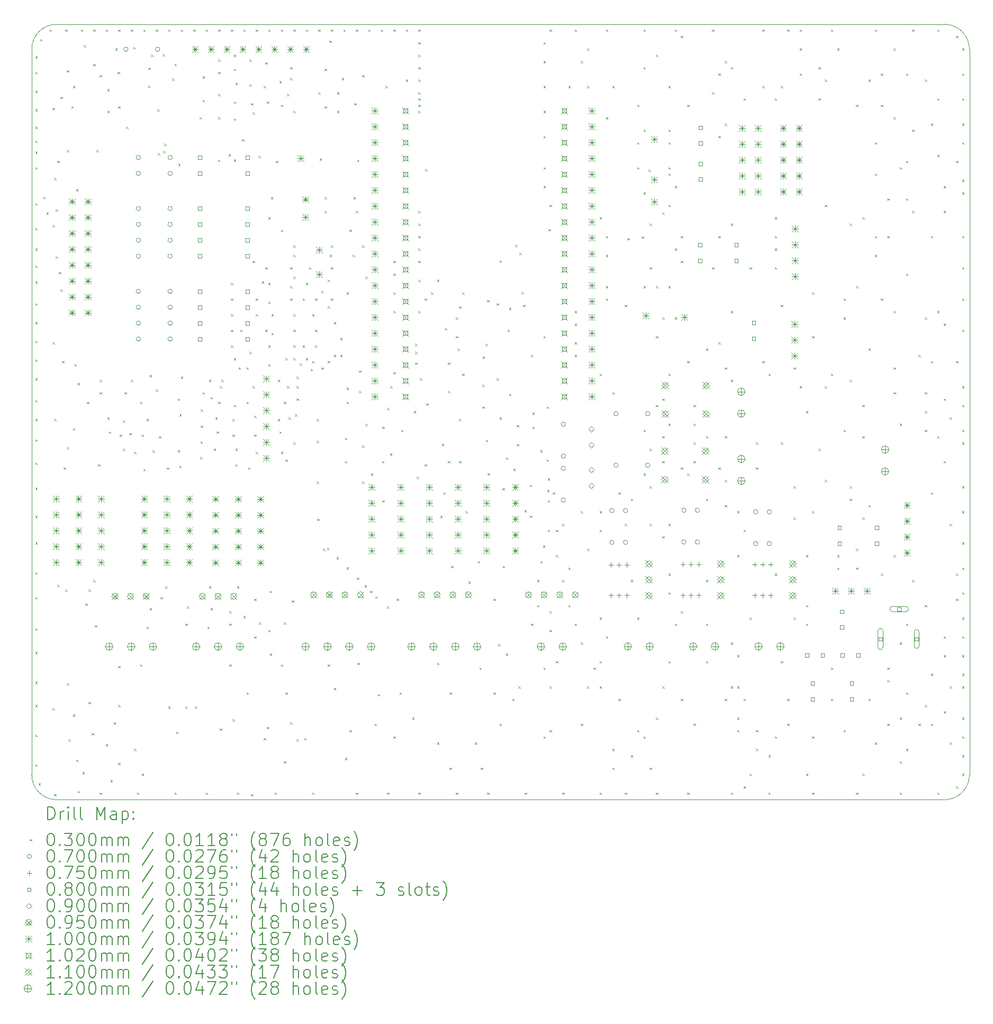
<source format=gbr>
%TF.GenerationSoftware,KiCad,Pcbnew,9.0.4*%
%TF.CreationDate,2025-08-27T10:42:51+02:00*%
%TF.ProjectId,ICU_festiwal,4943555f-6665-4737-9469-77616c2e6b69,V1.0*%
%TF.SameCoordinates,Original*%
%TF.FileFunction,Drillmap*%
%TF.FilePolarity,Positive*%
%FSLAX45Y45*%
G04 Gerber Fmt 4.5, Leading zero omitted, Abs format (unit mm)*
G04 Created by KiCad (PCBNEW 9.0.4) date 2025-08-27 10:42:51*
%MOMM*%
%LPD*%
G01*
G04 APERTURE LIST*
%ADD10C,0.050000*%
%ADD11C,0.200000*%
%ADD12C,0.100000*%
%ADD13C,0.102000*%
%ADD14C,0.110000*%
%ADD15C,0.120000*%
G04 APERTURE END LIST*
D10*
X4450000Y-4050000D02*
G75*
G02*
X4850000Y-3650000I400000J0D01*
G01*
X19450000Y-15650000D02*
G75*
G02*
X19050000Y-16050000I-400000J0D01*
G01*
X19450000Y-4050000D02*
X19450000Y-15650000D01*
X4850000Y-3650000D02*
X19050000Y-3650000D01*
X19050000Y-16050000D02*
X4850000Y-16050000D01*
X4450000Y-15650000D02*
X4450000Y-4050000D01*
X4850000Y-16050000D02*
G75*
G02*
X4450000Y-15650000I0J400000D01*
G01*
X19050000Y-3650000D02*
G75*
G02*
X19450000Y-4050000I0J-400000D01*
G01*
D11*
D12*
X4510000Y-4160000D02*
X4540000Y-4190000D01*
X4540000Y-4160000D02*
X4510000Y-4190000D01*
X4510000Y-4410000D02*
X4540000Y-4440000D01*
X4540000Y-4410000D02*
X4510000Y-4440000D01*
X4510000Y-4710000D02*
X4540000Y-4740000D01*
X4540000Y-4710000D02*
X4510000Y-4740000D01*
X4510000Y-5010000D02*
X4540000Y-5040000D01*
X4540000Y-5010000D02*
X4510000Y-5040000D01*
X4510000Y-5285000D02*
X4540000Y-5315000D01*
X4540000Y-5285000D02*
X4510000Y-5315000D01*
X4510000Y-5510000D02*
X4540000Y-5540000D01*
X4540000Y-5510000D02*
X4510000Y-5540000D01*
X4510000Y-5685000D02*
X4540000Y-5715000D01*
X4540000Y-5685000D02*
X4510000Y-5715000D01*
X4510000Y-5935000D02*
X4540000Y-5965000D01*
X4540000Y-5935000D02*
X4510000Y-5965000D01*
X4510000Y-6510000D02*
X4540000Y-6540000D01*
X4540000Y-6510000D02*
X4510000Y-6540000D01*
X4510000Y-6910000D02*
X4540000Y-6940000D01*
X4540000Y-6910000D02*
X4510000Y-6940000D01*
X4510000Y-7235000D02*
X4540000Y-7265000D01*
X4540000Y-7235000D02*
X4510000Y-7265000D01*
X4510000Y-7510000D02*
X4540000Y-7540000D01*
X4540000Y-7510000D02*
X4510000Y-7540000D01*
X4510000Y-7760000D02*
X4540000Y-7790000D01*
X4540000Y-7760000D02*
X4510000Y-7790000D01*
X4510000Y-8110000D02*
X4540000Y-8140000D01*
X4540000Y-8110000D02*
X4510000Y-8140000D01*
X4510000Y-8410000D02*
X4540000Y-8440000D01*
X4540000Y-8410000D02*
X4510000Y-8440000D01*
X4510000Y-8710000D02*
X4540000Y-8740000D01*
X4540000Y-8710000D02*
X4510000Y-8740000D01*
X4510000Y-9010000D02*
X4540000Y-9040000D01*
X4540000Y-9010000D02*
X4510000Y-9040000D01*
X4510000Y-9310000D02*
X4540000Y-9340000D01*
X4540000Y-9310000D02*
X4510000Y-9340000D01*
X4510000Y-9660000D02*
X4540000Y-9690000D01*
X4540000Y-9660000D02*
X4510000Y-9690000D01*
X4510000Y-9960000D02*
X4540000Y-9990000D01*
X4540000Y-9960000D02*
X4510000Y-9990000D01*
X4510000Y-10285000D02*
X4540000Y-10315000D01*
X4540000Y-10285000D02*
X4510000Y-10315000D01*
X4510000Y-10660000D02*
X4540000Y-10690000D01*
X4540000Y-10660000D02*
X4510000Y-10690000D01*
X4510000Y-11060000D02*
X4540000Y-11090000D01*
X4540000Y-11060000D02*
X4510000Y-11090000D01*
X4510000Y-11510000D02*
X4540000Y-11540000D01*
X4540000Y-11510000D02*
X4510000Y-11540000D01*
X4510000Y-11935000D02*
X4540000Y-11965000D01*
X4540000Y-11935000D02*
X4510000Y-11965000D01*
X4510000Y-12410000D02*
X4540000Y-12440000D01*
X4540000Y-12410000D02*
X4510000Y-12440000D01*
X4510000Y-12810000D02*
X4540000Y-12840000D01*
X4540000Y-12810000D02*
X4510000Y-12840000D01*
X4510000Y-13310000D02*
X4540000Y-13340000D01*
X4540000Y-13310000D02*
X4510000Y-13340000D01*
X4510000Y-13685000D02*
X4540000Y-13715000D01*
X4540000Y-13685000D02*
X4510000Y-13715000D01*
X4510000Y-14160000D02*
X4540000Y-14190000D01*
X4540000Y-14160000D02*
X4510000Y-14190000D01*
X4510000Y-14535000D02*
X4540000Y-14565000D01*
X4540000Y-14535000D02*
X4510000Y-14565000D01*
X4510000Y-15010000D02*
X4540000Y-15040000D01*
X4540000Y-15010000D02*
X4510000Y-15040000D01*
X4510000Y-15485000D02*
X4540000Y-15515000D01*
X4540000Y-15485000D02*
X4510000Y-15515000D01*
X4560000Y-15785000D02*
X4590000Y-15815000D01*
X4590000Y-15785000D02*
X4560000Y-15815000D01*
X4585000Y-3885000D02*
X4615000Y-3915000D01*
X4615000Y-3885000D02*
X4585000Y-3915000D01*
X4635000Y-6410000D02*
X4665000Y-6440000D01*
X4665000Y-6410000D02*
X4635000Y-6440000D01*
X4685000Y-6660000D02*
X4715000Y-6690000D01*
X4715000Y-6660000D02*
X4685000Y-6690000D01*
X4735000Y-3735000D02*
X4765000Y-3765000D01*
X4765000Y-3735000D02*
X4735000Y-3765000D01*
X4785000Y-4985000D02*
X4815000Y-5015000D01*
X4815000Y-4985000D02*
X4785000Y-5015000D01*
X4785000Y-6860000D02*
X4815000Y-6890000D01*
X4815000Y-6860000D02*
X4785000Y-6890000D01*
X4785000Y-8735000D02*
X4815000Y-8765000D01*
X4815000Y-8735000D02*
X4785000Y-8765000D01*
X4785000Y-14585000D02*
X4815000Y-14615000D01*
X4815000Y-14585000D02*
X4785000Y-14615000D01*
X4810000Y-6110000D02*
X4840000Y-6140000D01*
X4840000Y-6110000D02*
X4810000Y-6140000D01*
X4810000Y-9960000D02*
X4840000Y-9990000D01*
X4840000Y-9960000D02*
X4810000Y-9990000D01*
X4810000Y-15960000D02*
X4840000Y-15990000D01*
X4840000Y-15960000D02*
X4810000Y-15990000D01*
X4835000Y-6610000D02*
X4865000Y-6640000D01*
X4865000Y-6610000D02*
X4835000Y-6640000D01*
X4835000Y-7360000D02*
X4865000Y-7390000D01*
X4865000Y-7360000D02*
X4835000Y-7390000D01*
X4860000Y-5835000D02*
X4890000Y-5865000D01*
X4890000Y-5835000D02*
X4860000Y-5865000D01*
X4860000Y-12610000D02*
X4890000Y-12640000D01*
X4890000Y-12610000D02*
X4860000Y-12640000D01*
X4885000Y-7610000D02*
X4915000Y-7640000D01*
X4915000Y-7610000D02*
X4885000Y-7640000D01*
X4910000Y-4810000D02*
X4940000Y-4840000D01*
X4940000Y-4810000D02*
X4910000Y-4840000D01*
X4910000Y-7885000D02*
X4940000Y-7915000D01*
X4940000Y-7885000D02*
X4910000Y-7915000D01*
X4935000Y-9035000D02*
X4965000Y-9065000D01*
X4965000Y-9035000D02*
X4935000Y-9065000D01*
X4960000Y-10735000D02*
X4990000Y-10765000D01*
X4990000Y-10735000D02*
X4960000Y-10765000D01*
X4985000Y-3735000D02*
X5015000Y-3765000D01*
X5015000Y-3735000D02*
X4985000Y-3765000D01*
X4985000Y-12685000D02*
X5015000Y-12715000D01*
X5015000Y-12685000D02*
X4985000Y-12715000D01*
X5010000Y-4385000D02*
X5040000Y-4415000D01*
X5040000Y-4385000D02*
X5010000Y-4415000D01*
X5010000Y-5660000D02*
X5040000Y-5690000D01*
X5040000Y-5660000D02*
X5010000Y-5690000D01*
X5010000Y-10410000D02*
X5040000Y-10440000D01*
X5040000Y-10410000D02*
X5010000Y-10440000D01*
X5010000Y-14185000D02*
X5040000Y-14215000D01*
X5040000Y-14185000D02*
X5010000Y-14215000D01*
X5035000Y-15085000D02*
X5065000Y-15115000D01*
X5065000Y-15085000D02*
X5035000Y-15115000D01*
X5085000Y-4960000D02*
X5115000Y-4990000D01*
X5115000Y-4960000D02*
X5085000Y-4990000D01*
X5110000Y-4635000D02*
X5140000Y-4665000D01*
X5140000Y-4635000D02*
X5110000Y-4665000D01*
X5110000Y-10110000D02*
X5140000Y-10140000D01*
X5140000Y-10110000D02*
X5110000Y-10140000D01*
X5110000Y-14685000D02*
X5140000Y-14715000D01*
X5140000Y-14685000D02*
X5110000Y-14715000D01*
X5135000Y-9085000D02*
X5165000Y-9115000D01*
X5165000Y-9085000D02*
X5135000Y-9115000D01*
X5160000Y-6285000D02*
X5190000Y-6315000D01*
X5190000Y-6285000D02*
X5160000Y-6315000D01*
X5160000Y-15410000D02*
X5190000Y-15440000D01*
X5190000Y-15410000D02*
X5160000Y-15440000D01*
X5185000Y-9385000D02*
X5215000Y-9415000D01*
X5215000Y-9385000D02*
X5185000Y-9415000D01*
X5185000Y-15910000D02*
X5215000Y-15940000D01*
X5215000Y-15910000D02*
X5185000Y-15940000D01*
X5235000Y-3735000D02*
X5265000Y-3765000D01*
X5265000Y-3735000D02*
X5235000Y-3765000D01*
X5260000Y-15610000D02*
X5290000Y-15640000D01*
X5290000Y-15610000D02*
X5260000Y-15640000D01*
X5285000Y-3985000D02*
X5315000Y-4015000D01*
X5315000Y-3985000D02*
X5285000Y-4015000D01*
X5310000Y-12910000D02*
X5340000Y-12940000D01*
X5340000Y-12910000D02*
X5310000Y-12940000D01*
X5335000Y-9685000D02*
X5365000Y-9715000D01*
X5365000Y-9685000D02*
X5335000Y-9715000D01*
X5360000Y-12685000D02*
X5390000Y-12715000D01*
X5390000Y-12685000D02*
X5360000Y-12715000D01*
X5360000Y-14485000D02*
X5390000Y-14515000D01*
X5390000Y-14485000D02*
X5360000Y-14515000D01*
X5410000Y-14985000D02*
X5440000Y-15015000D01*
X5440000Y-14985000D02*
X5410000Y-15015000D01*
X5435000Y-3735000D02*
X5465000Y-3765000D01*
X5465000Y-3735000D02*
X5435000Y-3765000D01*
X5435000Y-4285000D02*
X5465000Y-4315000D01*
X5465000Y-4285000D02*
X5435000Y-4315000D01*
X5435000Y-12535000D02*
X5465000Y-12565000D01*
X5465000Y-12535000D02*
X5435000Y-12565000D01*
X5460000Y-13260000D02*
X5490000Y-13290000D01*
X5490000Y-13260000D02*
X5460000Y-13290000D01*
X5485000Y-5660000D02*
X5515000Y-5690000D01*
X5515000Y-5660000D02*
X5485000Y-5690000D01*
X5510000Y-10685000D02*
X5540000Y-10715000D01*
X5540000Y-10685000D02*
X5510000Y-10715000D01*
X5535000Y-4460000D02*
X5565000Y-4490000D01*
X5565000Y-4460000D02*
X5535000Y-4490000D01*
X5535000Y-9335000D02*
X5565000Y-9365000D01*
X5565000Y-9335000D02*
X5535000Y-9365000D01*
X5535000Y-9535000D02*
X5565000Y-9565000D01*
X5565000Y-9535000D02*
X5535000Y-9565000D01*
X5535000Y-15935000D02*
X5565000Y-15965000D01*
X5565000Y-15935000D02*
X5535000Y-15965000D01*
X5635000Y-3735000D02*
X5665000Y-3765000D01*
X5665000Y-3735000D02*
X5635000Y-3765000D01*
X5635000Y-15160000D02*
X5665000Y-15190000D01*
X5665000Y-15160000D02*
X5635000Y-15190000D01*
X5660000Y-4685000D02*
X5690000Y-4715000D01*
X5690000Y-4685000D02*
X5660000Y-4715000D01*
X5660000Y-5035000D02*
X5690000Y-5065000D01*
X5690000Y-5035000D02*
X5660000Y-5065000D01*
X5660000Y-9935000D02*
X5690000Y-9965000D01*
X5690000Y-9935000D02*
X5660000Y-9965000D01*
X5685000Y-10160000D02*
X5715000Y-10190000D01*
X5715000Y-10160000D02*
X5685000Y-10190000D01*
X5710000Y-15735000D02*
X5740000Y-15765000D01*
X5740000Y-15735000D02*
X5710000Y-15765000D01*
X5760000Y-14810000D02*
X5790000Y-14840000D01*
X5790000Y-14810000D02*
X5760000Y-14840000D01*
X5785000Y-4035000D02*
X5815000Y-4065000D01*
X5815000Y-4035000D02*
X5785000Y-4065000D01*
X5825000Y-4410000D02*
X5855000Y-4440000D01*
X5855000Y-4410000D02*
X5825000Y-4440000D01*
X5835000Y-3735000D02*
X5865000Y-3765000D01*
X5865000Y-3735000D02*
X5835000Y-3765000D01*
X5835000Y-4960000D02*
X5865000Y-4990000D01*
X5865000Y-4960000D02*
X5835000Y-4990000D01*
X5835000Y-13910000D02*
X5865000Y-13940000D01*
X5865000Y-13910000D02*
X5835000Y-13940000D01*
X5835000Y-14535000D02*
X5865000Y-14565000D01*
X5865000Y-14535000D02*
X5835000Y-14565000D01*
X5835000Y-15460000D02*
X5865000Y-15490000D01*
X5865000Y-15460000D02*
X5835000Y-15490000D01*
X5860000Y-10210000D02*
X5890000Y-10240000D01*
X5890000Y-10210000D02*
X5860000Y-10240000D01*
X5910000Y-9985000D02*
X5940000Y-10015000D01*
X5940000Y-9985000D02*
X5910000Y-10015000D01*
X5910000Y-10435000D02*
X5940000Y-10465000D01*
X5940000Y-10435000D02*
X5910000Y-10465000D01*
X5935000Y-9535000D02*
X5965000Y-9565000D01*
X5965000Y-9535000D02*
X5935000Y-9565000D01*
X5960000Y-5285000D02*
X5990000Y-5315000D01*
X5990000Y-5285000D02*
X5960000Y-5315000D01*
X6010000Y-10185000D02*
X6040000Y-10215000D01*
X6040000Y-10185000D02*
X6010000Y-10215000D01*
X6035000Y-3735000D02*
X6065000Y-3765000D01*
X6065000Y-3735000D02*
X6035000Y-3765000D01*
X6035000Y-9335000D02*
X6065000Y-9365000D01*
X6065000Y-9335000D02*
X6035000Y-9365000D01*
X6073782Y-4012218D02*
X6103782Y-4042218D01*
X6103782Y-4012218D02*
X6073782Y-4042218D01*
X6085000Y-10485000D02*
X6115000Y-10515000D01*
X6115000Y-10485000D02*
X6085000Y-10515000D01*
X6085000Y-15235000D02*
X6115000Y-15265000D01*
X6115000Y-15235000D02*
X6085000Y-15265000D01*
X6135000Y-15935000D02*
X6165000Y-15965000D01*
X6165000Y-15935000D02*
X6135000Y-15965000D01*
X6185000Y-9685000D02*
X6215000Y-9715000D01*
X6215000Y-9685000D02*
X6185000Y-9715000D01*
X6185000Y-13885000D02*
X6215000Y-13915000D01*
X6215000Y-13885000D02*
X6185000Y-13915000D01*
X6210000Y-10210000D02*
X6240000Y-10240000D01*
X6240000Y-10210000D02*
X6210000Y-10240000D01*
X6210000Y-15635000D02*
X6240000Y-15665000D01*
X6240000Y-15635000D02*
X6210000Y-15665000D01*
X6235000Y-3735000D02*
X6265000Y-3765000D01*
X6265000Y-3735000D02*
X6235000Y-3765000D01*
X6235000Y-10760000D02*
X6265000Y-10790000D01*
X6265000Y-10760000D02*
X6235000Y-10790000D01*
X6285000Y-9960000D02*
X6315000Y-9990000D01*
X6315000Y-9960000D02*
X6285000Y-9990000D01*
X6285000Y-13285000D02*
X6315000Y-13315000D01*
X6315000Y-13285000D02*
X6285000Y-13315000D01*
X6310418Y-4631406D02*
X6340418Y-4661406D01*
X6340418Y-4631406D02*
X6310418Y-4661406D01*
X6315994Y-4344816D02*
X6345994Y-4374816D01*
X6345994Y-4344816D02*
X6315994Y-4374816D01*
X6335000Y-9260000D02*
X6365000Y-9290000D01*
X6365000Y-9260000D02*
X6335000Y-9290000D01*
X6335000Y-12985000D02*
X6365000Y-13015000D01*
X6365000Y-12985000D02*
X6335000Y-13015000D01*
X6360000Y-4135000D02*
X6390000Y-4165000D01*
X6390000Y-4135000D02*
X6360000Y-4165000D01*
X6385000Y-10460000D02*
X6415000Y-10490000D01*
X6415000Y-10460000D02*
X6385000Y-10490000D01*
X6435000Y-3735000D02*
X6465000Y-3765000D01*
X6465000Y-3735000D02*
X6435000Y-3765000D01*
X6435000Y-9485000D02*
X6465000Y-9515000D01*
X6465000Y-9485000D02*
X6435000Y-9515000D01*
X6460000Y-5010000D02*
X6490000Y-5040000D01*
X6490000Y-5010000D02*
X6460000Y-5040000D01*
X6468910Y-5711452D02*
X6498910Y-5741452D01*
X6498910Y-5711452D02*
X6468910Y-5741452D01*
X6485000Y-10235000D02*
X6515000Y-10265000D01*
X6515000Y-10235000D02*
X6485000Y-10265000D01*
X6510000Y-12810000D02*
X6540000Y-12840000D01*
X6540000Y-12810000D02*
X6510000Y-12840000D01*
X6546457Y-4127500D02*
X6576457Y-4157500D01*
X6576457Y-4127500D02*
X6546457Y-4157500D01*
X6552444Y-5677954D02*
X6582444Y-5707954D01*
X6582444Y-5677954D02*
X6552444Y-5707954D01*
X6567500Y-5557500D02*
X6597500Y-5587500D01*
X6597500Y-5557500D02*
X6567500Y-5587500D01*
X6585000Y-12635000D02*
X6615000Y-12665000D01*
X6615000Y-12635000D02*
X6585000Y-12665000D01*
X6610000Y-10735000D02*
X6640000Y-10765000D01*
X6640000Y-10735000D02*
X6610000Y-10765000D01*
X6635000Y-3735000D02*
X6665000Y-3765000D01*
X6665000Y-3735000D02*
X6635000Y-3765000D01*
X6635000Y-14560000D02*
X6665000Y-14590000D01*
X6665000Y-14560000D02*
X6635000Y-14590000D01*
X6695000Y-4515000D02*
X6725000Y-4545000D01*
X6725000Y-4515000D02*
X6695000Y-4545000D01*
X6735000Y-4285000D02*
X6765000Y-4315000D01*
X6765000Y-4285000D02*
X6735000Y-4315000D01*
X6735000Y-15935000D02*
X6765000Y-15965000D01*
X6765000Y-15935000D02*
X6735000Y-15965000D01*
X6760000Y-14960000D02*
X6790000Y-14990000D01*
X6790000Y-14960000D02*
X6760000Y-14990000D01*
X6785000Y-9635000D02*
X6815000Y-9665000D01*
X6815000Y-9635000D02*
X6785000Y-9665000D01*
X6785000Y-10460000D02*
X6815000Y-10490000D01*
X6815000Y-10460000D02*
X6785000Y-10490000D01*
X6795000Y-5880100D02*
X6825000Y-5910100D01*
X6825000Y-5880100D02*
X6795000Y-5910100D01*
X6810000Y-9885000D02*
X6840000Y-9915000D01*
X6840000Y-9885000D02*
X6810000Y-9915000D01*
X6810000Y-10710000D02*
X6840000Y-10740000D01*
X6840000Y-10710000D02*
X6810000Y-10740000D01*
X6835000Y-3735000D02*
X6865000Y-3765000D01*
X6865000Y-3735000D02*
X6835000Y-3765000D01*
X6835000Y-9285000D02*
X6865000Y-9315000D01*
X6865000Y-9285000D02*
X6835000Y-9315000D01*
X6910000Y-13235000D02*
X6940000Y-13265000D01*
X6940000Y-13235000D02*
X6910000Y-13265000D01*
X6910000Y-14560000D02*
X6940000Y-14590000D01*
X6940000Y-14560000D02*
X6910000Y-14590000D01*
X6935000Y-12960000D02*
X6965000Y-12990000D01*
X6965000Y-12960000D02*
X6935000Y-12990000D01*
X7035000Y-3735000D02*
X7065000Y-3765000D01*
X7065000Y-3735000D02*
X7035000Y-3765000D01*
X7060000Y-14560000D02*
X7090000Y-14590000D01*
X7090000Y-14560000D02*
X7060000Y-14590000D01*
X7135000Y-5135000D02*
X7165000Y-5165000D01*
X7165000Y-5135000D02*
X7135000Y-5165000D01*
X7143609Y-10572600D02*
X7173609Y-10602600D01*
X7173609Y-10572600D02*
X7143609Y-10602600D01*
X7149567Y-10318923D02*
X7179567Y-10348923D01*
X7179567Y-10318923D02*
X7149567Y-10348923D01*
X7155838Y-10066499D02*
X7185838Y-10096499D01*
X7185838Y-10066499D02*
X7155838Y-10096499D01*
X7156152Y-9810364D02*
X7186152Y-9840364D01*
X7186152Y-9810364D02*
X7156152Y-9840364D01*
X7185000Y-4485000D02*
X7215000Y-4515000D01*
X7215000Y-4485000D02*
X7185000Y-4515000D01*
X7185000Y-4860000D02*
X7215000Y-4890000D01*
X7215000Y-4860000D02*
X7185000Y-4890000D01*
X7185000Y-9535000D02*
X7215000Y-9565000D01*
X7215000Y-9535000D02*
X7185000Y-9565000D01*
X7235000Y-3735000D02*
X7265000Y-3765000D01*
X7265000Y-3735000D02*
X7235000Y-3765000D01*
X7235000Y-15935000D02*
X7265000Y-15965000D01*
X7265000Y-15935000D02*
X7235000Y-15965000D01*
X7260000Y-13285000D02*
X7290000Y-13315000D01*
X7290000Y-13285000D02*
X7260000Y-13315000D01*
X7285000Y-9335000D02*
X7315000Y-9365000D01*
X7315000Y-9335000D02*
X7285000Y-9365000D01*
X7285000Y-12635000D02*
X7315000Y-12665000D01*
X7315000Y-12635000D02*
X7285000Y-12665000D01*
X7310000Y-9610000D02*
X7340000Y-9640000D01*
X7340000Y-9610000D02*
X7310000Y-9640000D01*
X7310000Y-12985000D02*
X7340000Y-13015000D01*
X7340000Y-12985000D02*
X7310000Y-13015000D01*
X7360000Y-10435000D02*
X7390000Y-10465000D01*
X7390000Y-10435000D02*
X7360000Y-10465000D01*
X7385000Y-9935000D02*
X7415000Y-9965000D01*
X7415000Y-9935000D02*
X7385000Y-9965000D01*
X7410000Y-10160000D02*
X7440000Y-10190000D01*
X7440000Y-10160000D02*
X7410000Y-10190000D01*
X7427467Y-5817743D02*
X7457467Y-5847743D01*
X7457467Y-5817743D02*
X7427467Y-5847743D01*
X7435000Y-3735000D02*
X7465000Y-3765000D01*
X7465000Y-3735000D02*
X7435000Y-3765000D01*
X7435000Y-4210000D02*
X7465000Y-4240000D01*
X7465000Y-4210000D02*
X7435000Y-4240000D01*
X7435000Y-4410000D02*
X7465000Y-4440000D01*
X7465000Y-4410000D02*
X7435000Y-4440000D01*
X7435000Y-4760000D02*
X7465000Y-4790000D01*
X7465000Y-4760000D02*
X7435000Y-4790000D01*
X7435000Y-5135000D02*
X7465000Y-5165000D01*
X7465000Y-5135000D02*
X7435000Y-5165000D01*
X7435000Y-9685000D02*
X7465000Y-9715000D01*
X7465000Y-9685000D02*
X7435000Y-9715000D01*
X7460000Y-9435000D02*
X7490000Y-9465000D01*
X7490000Y-9435000D02*
X7460000Y-9465000D01*
X7460000Y-14910000D02*
X7490000Y-14940000D01*
X7490000Y-14910000D02*
X7460000Y-14940000D01*
X7485000Y-9335000D02*
X7515000Y-9365000D01*
X7515000Y-9335000D02*
X7485000Y-9365000D01*
X7597889Y-5729127D02*
X7627889Y-5759127D01*
X7627889Y-5729127D02*
X7597889Y-5759127D01*
X7610000Y-13035000D02*
X7640000Y-13065000D01*
X7640000Y-13035000D02*
X7610000Y-13065000D01*
X7610000Y-13235000D02*
X7640000Y-13265000D01*
X7640000Y-13235000D02*
X7610000Y-13265000D01*
X7610000Y-13885000D02*
X7640000Y-13915000D01*
X7640000Y-13885000D02*
X7610000Y-13915000D01*
X7635000Y-3735000D02*
X7665000Y-3765000D01*
X7665000Y-3735000D02*
X7635000Y-3765000D01*
X7635000Y-7785000D02*
X7665000Y-7815000D01*
X7665000Y-7785000D02*
X7635000Y-7815000D01*
X7635000Y-8035000D02*
X7665000Y-8065000D01*
X7665000Y-8035000D02*
X7635000Y-8065000D01*
X7635000Y-8285000D02*
X7665000Y-8315000D01*
X7665000Y-8285000D02*
X7635000Y-8315000D01*
X7635000Y-8535000D02*
X7665000Y-8565000D01*
X7665000Y-8535000D02*
X7635000Y-8565000D01*
X7635000Y-8785000D02*
X7665000Y-8815000D01*
X7665000Y-8785000D02*
X7635000Y-8815000D01*
X7660000Y-9960000D02*
X7690000Y-9990000D01*
X7690000Y-9960000D02*
X7660000Y-9990000D01*
X7660000Y-10210000D02*
X7690000Y-10240000D01*
X7690000Y-10210000D02*
X7660000Y-10240000D01*
X7660000Y-14760000D02*
X7690000Y-14790000D01*
X7690000Y-14760000D02*
X7660000Y-14790000D01*
X7685000Y-4135000D02*
X7715000Y-4165000D01*
X7715000Y-4135000D02*
X7685000Y-4165000D01*
X7685000Y-4360000D02*
X7715000Y-4390000D01*
X7715000Y-4360000D02*
X7685000Y-4390000D01*
X7685000Y-4885000D02*
X7715000Y-4915000D01*
X7715000Y-4885000D02*
X7685000Y-4915000D01*
X7685000Y-5157500D02*
X7715000Y-5187500D01*
X7715000Y-5157500D02*
X7685000Y-5187500D01*
X7685000Y-5810000D02*
X7715000Y-5840000D01*
X7715000Y-5810000D02*
X7685000Y-5840000D01*
X7685000Y-8985000D02*
X7715000Y-9015000D01*
X7715000Y-8985000D02*
X7685000Y-9015000D01*
X7685000Y-9735000D02*
X7715000Y-9765000D01*
X7715000Y-9735000D02*
X7685000Y-9765000D01*
X7710000Y-4585000D02*
X7740000Y-4615000D01*
X7740000Y-4585000D02*
X7710000Y-4615000D01*
X7710000Y-10435000D02*
X7740000Y-10465000D01*
X7740000Y-10435000D02*
X7710000Y-10465000D01*
X7710000Y-10685000D02*
X7740000Y-10715000D01*
X7740000Y-10685000D02*
X7710000Y-10715000D01*
X7735000Y-12635000D02*
X7765000Y-12665000D01*
X7765000Y-12635000D02*
X7735000Y-12665000D01*
X7735000Y-15935000D02*
X7765000Y-15965000D01*
X7765000Y-15935000D02*
X7735000Y-15965000D01*
X7760000Y-9135000D02*
X7790000Y-9165000D01*
X7790000Y-9135000D02*
X7760000Y-9165000D01*
X7785000Y-8535000D02*
X7815000Y-8565000D01*
X7815000Y-8535000D02*
X7785000Y-8565000D01*
X7812500Y-5485000D02*
X7842500Y-5515000D01*
X7842500Y-5485000D02*
X7812500Y-5515000D01*
X7835000Y-3735000D02*
X7865000Y-3765000D01*
X7865000Y-3735000D02*
X7835000Y-3765000D01*
X7835000Y-13110000D02*
X7865000Y-13140000D01*
X7865000Y-13110000D02*
X7835000Y-13140000D01*
X7885000Y-9135000D02*
X7915000Y-9165000D01*
X7915000Y-9135000D02*
X7885000Y-9165000D01*
X7885000Y-9685000D02*
X7915000Y-9715000D01*
X7915000Y-9685000D02*
X7885000Y-9715000D01*
X7885000Y-14335000D02*
X7915000Y-14365000D01*
X7915000Y-14335000D02*
X7885000Y-14365000D01*
X7910000Y-10735000D02*
X7940000Y-10765000D01*
X7940000Y-10735000D02*
X7910000Y-10765000D01*
X7935000Y-4210000D02*
X7965000Y-4240000D01*
X7965000Y-4210000D02*
X7935000Y-4240000D01*
X7935000Y-4610000D02*
X7965000Y-4640000D01*
X7965000Y-4610000D02*
X7935000Y-4640000D01*
X7935000Y-8885000D02*
X7965000Y-8915000D01*
X7965000Y-8885000D02*
X7935000Y-8915000D01*
X7960000Y-4910000D02*
X7990000Y-4940000D01*
X7990000Y-4910000D02*
X7960000Y-4940000D01*
X7960000Y-15960000D02*
X7990000Y-15990000D01*
X7990000Y-15960000D02*
X7960000Y-15990000D01*
X7985000Y-5060000D02*
X8015000Y-5090000D01*
X8015000Y-5060000D02*
X7985000Y-5090000D01*
X7985000Y-7435000D02*
X8015000Y-7465000D01*
X8015000Y-7435000D02*
X7985000Y-7465000D01*
X7985000Y-9435000D02*
X8015000Y-9465000D01*
X8015000Y-9435000D02*
X7985000Y-9465000D01*
X8010000Y-9910000D02*
X8040000Y-9940000D01*
X8040000Y-9910000D02*
X8010000Y-9940000D01*
X8010000Y-10210000D02*
X8040000Y-10240000D01*
X8040000Y-10210000D02*
X8010000Y-10240000D01*
X8010000Y-12835000D02*
X8040000Y-12865000D01*
X8040000Y-12835000D02*
X8010000Y-12865000D01*
X8010000Y-13435000D02*
X8040000Y-13465000D01*
X8040000Y-13435000D02*
X8010000Y-13465000D01*
X8035000Y-3735000D02*
X8065000Y-3765000D01*
X8065000Y-3735000D02*
X8035000Y-3765000D01*
X8035000Y-8035000D02*
X8065000Y-8065000D01*
X8065000Y-8035000D02*
X8035000Y-8065000D01*
X8035000Y-8285000D02*
X8065000Y-8315000D01*
X8065000Y-8285000D02*
X8035000Y-8315000D01*
X8035000Y-10485000D02*
X8065000Y-10515000D01*
X8065000Y-10485000D02*
X8035000Y-10515000D01*
X8075000Y-5755000D02*
X8105000Y-5785000D01*
X8105000Y-5755000D02*
X8075000Y-5785000D01*
X8085000Y-13210000D02*
X8115000Y-13240000D01*
X8115000Y-13210000D02*
X8085000Y-13240000D01*
X8130000Y-7760000D02*
X8160000Y-7790000D01*
X8160000Y-7760000D02*
X8130000Y-7790000D01*
X8160000Y-4635000D02*
X8190000Y-4665000D01*
X8190000Y-4635000D02*
X8160000Y-4665000D01*
X8160000Y-15060000D02*
X8190000Y-15090000D01*
X8190000Y-15060000D02*
X8160000Y-15090000D01*
X8185000Y-4260000D02*
X8215000Y-4290000D01*
X8215000Y-4260000D02*
X8185000Y-4290000D01*
X8185000Y-7535000D02*
X8215000Y-7565000D01*
X8215000Y-7535000D02*
X8185000Y-7565000D01*
X8185000Y-8535000D02*
X8215000Y-8565000D01*
X8215000Y-8535000D02*
X8185000Y-8565000D01*
X8210000Y-4885000D02*
X8240000Y-4915000D01*
X8240000Y-4885000D02*
X8210000Y-4915000D01*
X8210000Y-14885000D02*
X8240000Y-14915000D01*
X8240000Y-14885000D02*
X8210000Y-14915000D01*
X8235000Y-3735000D02*
X8265000Y-3765000D01*
X8265000Y-3735000D02*
X8235000Y-3765000D01*
X8235000Y-6735000D02*
X8265000Y-6765000D01*
X8265000Y-6735000D02*
X8235000Y-6765000D01*
X8235000Y-7785000D02*
X8265000Y-7815000D01*
X8265000Y-7785000D02*
X8235000Y-7815000D01*
X8235000Y-8085000D02*
X8265000Y-8115000D01*
X8265000Y-8085000D02*
X8235000Y-8115000D01*
X8235000Y-8785000D02*
X8265000Y-8815000D01*
X8265000Y-8785000D02*
X8235000Y-8815000D01*
X8235000Y-9085000D02*
X8265000Y-9115000D01*
X8265000Y-9085000D02*
X8235000Y-9115000D01*
X8235000Y-13335000D02*
X8265000Y-13365000D01*
X8265000Y-13335000D02*
X8235000Y-13365000D01*
X8260000Y-12710000D02*
X8290000Y-12740000D01*
X8290000Y-12710000D02*
X8260000Y-12740000D01*
X8260000Y-13710000D02*
X8290000Y-13740000D01*
X8290000Y-13710000D02*
X8260000Y-13740000D01*
X8275000Y-6415000D02*
X8305000Y-6445000D01*
X8305000Y-6415000D02*
X8275000Y-6445000D01*
X8285000Y-8285000D02*
X8315000Y-8315000D01*
X8315000Y-8285000D02*
X8285000Y-8315000D01*
X8285000Y-8585000D02*
X8315000Y-8615000D01*
X8315000Y-8585000D02*
X8285000Y-8615000D01*
X8335000Y-15935000D02*
X8365000Y-15965000D01*
X8365000Y-15935000D02*
X8335000Y-15965000D01*
X8355000Y-5835000D02*
X8385000Y-5865000D01*
X8385000Y-5835000D02*
X8355000Y-5865000D01*
X8385000Y-9335000D02*
X8415000Y-9365000D01*
X8415000Y-9335000D02*
X8385000Y-9365000D01*
X8385000Y-9960000D02*
X8415000Y-9990000D01*
X8415000Y-9960000D02*
X8385000Y-9990000D01*
X8410000Y-4560000D02*
X8440000Y-4590000D01*
X8440000Y-4560000D02*
X8410000Y-4590000D01*
X8410000Y-10160000D02*
X8440000Y-10190000D01*
X8440000Y-10160000D02*
X8410000Y-10190000D01*
X8435000Y-3735000D02*
X8465000Y-3765000D01*
X8465000Y-3735000D02*
X8435000Y-3765000D01*
X8435000Y-4935000D02*
X8465000Y-4965000D01*
X8465000Y-4935000D02*
X8435000Y-4965000D01*
X8435000Y-6935000D02*
X8465000Y-6965000D01*
X8465000Y-6935000D02*
X8435000Y-6965000D01*
X8435000Y-10485000D02*
X8465000Y-10515000D01*
X8465000Y-10485000D02*
X8435000Y-10515000D01*
X8435000Y-13885000D02*
X8465000Y-13915000D01*
X8465000Y-13885000D02*
X8435000Y-13915000D01*
X8485000Y-9685000D02*
X8515000Y-9715000D01*
X8515000Y-9685000D02*
X8485000Y-9715000D01*
X8485000Y-13210000D02*
X8515000Y-13240000D01*
X8515000Y-13210000D02*
X8485000Y-13240000D01*
X8485000Y-15435000D02*
X8515000Y-15465000D01*
X8515000Y-15435000D02*
X8485000Y-15465000D01*
X8510000Y-8985000D02*
X8540000Y-9015000D01*
X8540000Y-8985000D02*
X8510000Y-9015000D01*
X8510000Y-10610000D02*
X8540000Y-10640000D01*
X8540000Y-10610000D02*
X8510000Y-10640000D01*
X8510000Y-14335000D02*
X8540000Y-14365000D01*
X8540000Y-14335000D02*
X8510000Y-14365000D01*
X8535000Y-4760000D02*
X8565000Y-4790000D01*
X8565000Y-4760000D02*
X8535000Y-4790000D01*
X8535000Y-9435000D02*
X8565000Y-9465000D01*
X8565000Y-9435000D02*
X8535000Y-9465000D01*
X8560000Y-9935000D02*
X8590000Y-9965000D01*
X8590000Y-9935000D02*
X8560000Y-9965000D01*
X8585000Y-4335000D02*
X8615000Y-4365000D01*
X8615000Y-4335000D02*
X8585000Y-4365000D01*
X8585000Y-4510000D02*
X8615000Y-4540000D01*
X8615000Y-4510000D02*
X8585000Y-4540000D01*
X8585000Y-7535000D02*
X8615000Y-7565000D01*
X8615000Y-7535000D02*
X8585000Y-7565000D01*
X8585000Y-7835000D02*
X8615000Y-7865000D01*
X8615000Y-7835000D02*
X8585000Y-7865000D01*
X8585000Y-8035000D02*
X8615000Y-8065000D01*
X8615000Y-8035000D02*
X8585000Y-8065000D01*
X8585000Y-14810000D02*
X8615000Y-14840000D01*
X8615000Y-14810000D02*
X8585000Y-14840000D01*
X8610000Y-12860000D02*
X8640000Y-12890000D01*
X8640000Y-12860000D02*
X8610000Y-12890000D01*
X8635000Y-3735000D02*
X8665000Y-3765000D01*
X8665000Y-3735000D02*
X8635000Y-3765000D01*
X8635000Y-5035000D02*
X8665000Y-5065000D01*
X8665000Y-5035000D02*
X8635000Y-5065000D01*
X8635000Y-7185000D02*
X8665000Y-7215000D01*
X8665000Y-7185000D02*
X8635000Y-7215000D01*
X8635000Y-7335000D02*
X8665000Y-7365000D01*
X8665000Y-7335000D02*
X8635000Y-7365000D01*
X8635000Y-7685000D02*
X8665000Y-7715000D01*
X8665000Y-7685000D02*
X8635000Y-7715000D01*
X8635000Y-8285000D02*
X8665000Y-8315000D01*
X8665000Y-8285000D02*
X8635000Y-8315000D01*
X8635000Y-8535000D02*
X8665000Y-8565000D01*
X8665000Y-8535000D02*
X8635000Y-8565000D01*
X8635000Y-8785000D02*
X8665000Y-8815000D01*
X8665000Y-8785000D02*
X8635000Y-8815000D01*
X8635000Y-8985000D02*
X8665000Y-9015000D01*
X8665000Y-8985000D02*
X8635000Y-9015000D01*
X8635000Y-10335000D02*
X8665000Y-10365000D01*
X8665000Y-10335000D02*
X8635000Y-10365000D01*
X8660000Y-9885000D02*
X8690000Y-9915000D01*
X8690000Y-9885000D02*
X8660000Y-9915000D01*
X8685000Y-9285000D02*
X8715000Y-9315000D01*
X8715000Y-9285000D02*
X8685000Y-9315000D01*
X8685000Y-9435000D02*
X8715000Y-9465000D01*
X8715000Y-9435000D02*
X8685000Y-9465000D01*
X8685000Y-9635000D02*
X8715000Y-9665000D01*
X8715000Y-9635000D02*
X8685000Y-9665000D01*
X8685000Y-15085000D02*
X8715000Y-15115000D01*
X8715000Y-15085000D02*
X8685000Y-15115000D01*
X8735000Y-9070500D02*
X8765000Y-9100500D01*
X8765000Y-9070500D02*
X8735000Y-9100500D01*
X8785000Y-8035000D02*
X8815000Y-8065000D01*
X8815000Y-8035000D02*
X8785000Y-8065000D01*
X8785000Y-8785000D02*
X8815000Y-8815000D01*
X8815000Y-8785000D02*
X8785000Y-8815000D01*
X8810000Y-15060000D02*
X8840000Y-15090000D01*
X8840000Y-15060000D02*
X8810000Y-15090000D01*
X8835000Y-3735000D02*
X8865000Y-3765000D01*
X8865000Y-3735000D02*
X8835000Y-3765000D01*
X8835000Y-7785000D02*
X8865000Y-7815000D01*
X8865000Y-7785000D02*
X8835000Y-7815000D01*
X8835000Y-8985000D02*
X8865000Y-9015000D01*
X8865000Y-8985000D02*
X8835000Y-9015000D01*
X8885000Y-7535000D02*
X8915000Y-7565000D01*
X8915000Y-7535000D02*
X8885000Y-7565000D01*
X8910000Y-9160000D02*
X8940000Y-9190000D01*
X8940000Y-9160000D02*
X8910000Y-9190000D01*
X8935000Y-8285000D02*
X8965000Y-8315000D01*
X8965000Y-8285000D02*
X8935000Y-8315000D01*
X8935000Y-9035000D02*
X8965000Y-9065000D01*
X8965000Y-9035000D02*
X8935000Y-9065000D01*
X8935000Y-15935000D02*
X8965000Y-15965000D01*
X8965000Y-15935000D02*
X8935000Y-15965000D01*
X8985000Y-8035000D02*
X9015000Y-8065000D01*
X9015000Y-8035000D02*
X8985000Y-8065000D01*
X8985000Y-8535000D02*
X9015000Y-8565000D01*
X9015000Y-8535000D02*
X8985000Y-8565000D01*
X8985000Y-8785000D02*
X9015000Y-8815000D01*
X9015000Y-8785000D02*
X8985000Y-8815000D01*
X9010000Y-9960000D02*
X9040000Y-9990000D01*
X9040000Y-9960000D02*
X9010000Y-9990000D01*
X9010000Y-10310000D02*
X9040000Y-10340000D01*
X9040000Y-10310000D02*
X9010000Y-10340000D01*
X9010000Y-10960000D02*
X9040000Y-10990000D01*
X9040000Y-10960000D02*
X9010000Y-10990000D01*
X9016323Y-11555140D02*
X9046323Y-11585140D01*
X9046323Y-11555140D02*
X9016323Y-11585140D01*
X9035000Y-3735000D02*
X9065000Y-3765000D01*
X9065000Y-3735000D02*
X9035000Y-3765000D01*
X9035000Y-4735000D02*
X9065000Y-4765000D01*
X9065000Y-4735000D02*
X9035000Y-4765000D01*
X9055000Y-5795000D02*
X9085000Y-5825000D01*
X9085000Y-5795000D02*
X9055000Y-5825000D01*
X9085000Y-7910000D02*
X9115000Y-7940000D01*
X9115000Y-7910000D02*
X9085000Y-7940000D01*
X9085000Y-9135000D02*
X9115000Y-9165000D01*
X9115000Y-9135000D02*
X9085000Y-9165000D01*
X9110000Y-12035000D02*
X9140000Y-12065000D01*
X9140000Y-12035000D02*
X9110000Y-12065000D01*
X9135000Y-4360000D02*
X9165000Y-4390000D01*
X9165000Y-4360000D02*
X9135000Y-4390000D01*
X9135000Y-4960000D02*
X9165000Y-4990000D01*
X9165000Y-4960000D02*
X9135000Y-4990000D01*
X9135000Y-6415000D02*
X9165000Y-6445000D01*
X9165000Y-6415000D02*
X9135000Y-6445000D01*
X9135000Y-6635000D02*
X9165000Y-6665000D01*
X9165000Y-6635000D02*
X9135000Y-6665000D01*
X9174467Y-12020533D02*
X9204467Y-12050533D01*
X9204467Y-12020533D02*
X9174467Y-12050533D01*
X9185000Y-7735000D02*
X9215000Y-7765000D01*
X9215000Y-7735000D02*
X9185000Y-7765000D01*
X9185000Y-8158750D02*
X9215000Y-8188750D01*
X9215000Y-8158750D02*
X9185000Y-8188750D01*
X9185000Y-9035000D02*
X9215000Y-9065000D01*
X9215000Y-9035000D02*
X9185000Y-9065000D01*
X9185000Y-13885000D02*
X9215000Y-13915000D01*
X9215000Y-13885000D02*
X9185000Y-13915000D01*
X9210000Y-3910000D02*
X9240000Y-3940000D01*
X9240000Y-3910000D02*
X9210000Y-3940000D01*
X9215000Y-7335000D02*
X9245000Y-7365000D01*
X9245000Y-7335000D02*
X9215000Y-7365000D01*
X9235000Y-3735000D02*
X9265000Y-3765000D01*
X9265000Y-3735000D02*
X9235000Y-3765000D01*
X9235000Y-7185000D02*
X9265000Y-7215000D01*
X9265000Y-7185000D02*
X9235000Y-7215000D01*
X9235000Y-7535000D02*
X9265000Y-7565000D01*
X9265000Y-7535000D02*
X9235000Y-7565000D01*
X9235000Y-8035000D02*
X9265000Y-8065000D01*
X9265000Y-8035000D02*
X9235000Y-8065000D01*
X9285000Y-8410000D02*
X9315000Y-8440000D01*
X9315000Y-8410000D02*
X9285000Y-8440000D01*
X9285000Y-8935000D02*
X9315000Y-8965000D01*
X9315000Y-8935000D02*
X9285000Y-8965000D01*
X9285000Y-14260000D02*
X9315000Y-14290000D01*
X9315000Y-14260000D02*
X9285000Y-14290000D01*
X9324467Y-12170533D02*
X9354467Y-12200533D01*
X9354467Y-12170533D02*
X9324467Y-12200533D01*
X9335000Y-4735000D02*
X9365000Y-4765000D01*
X9365000Y-4735000D02*
X9335000Y-4765000D01*
X9335000Y-5035000D02*
X9365000Y-5065000D01*
X9365000Y-5035000D02*
X9335000Y-5065000D01*
X9385000Y-8666750D02*
X9415000Y-8696750D01*
X9415000Y-8666750D02*
X9385000Y-8696750D01*
X9385000Y-8935000D02*
X9415000Y-8965000D01*
X9415000Y-8935000D02*
X9385000Y-8965000D01*
X9410000Y-4510000D02*
X9440000Y-4540000D01*
X9440000Y-4510000D02*
X9410000Y-4540000D01*
X9435000Y-3735000D02*
X9465000Y-3765000D01*
X9465000Y-3735000D02*
X9435000Y-3765000D01*
X9459897Y-15377159D02*
X9489897Y-15407159D01*
X9489897Y-15377159D02*
X9459897Y-15407159D01*
X9460000Y-10260000D02*
X9490000Y-10290000D01*
X9490000Y-10260000D02*
X9460000Y-10290000D01*
X9460000Y-10635000D02*
X9490000Y-10665000D01*
X9490000Y-10635000D02*
X9460000Y-10665000D01*
X9485000Y-7935000D02*
X9515000Y-7965000D01*
X9515000Y-7935000D02*
X9485000Y-7965000D01*
X9485000Y-9460000D02*
X9515000Y-9490000D01*
X9515000Y-9460000D02*
X9485000Y-9490000D01*
X9485000Y-9685000D02*
X9515000Y-9715000D01*
X9515000Y-9685000D02*
X9485000Y-9715000D01*
X9486967Y-12333033D02*
X9516967Y-12363033D01*
X9516967Y-12333033D02*
X9486967Y-12363033D01*
X9535000Y-6935000D02*
X9565000Y-6965000D01*
X9565000Y-6935000D02*
X9535000Y-6965000D01*
X9535000Y-14935000D02*
X9565000Y-14965000D01*
X9565000Y-14935000D02*
X9535000Y-14965000D01*
X9585000Y-7335000D02*
X9615000Y-7365000D01*
X9615000Y-7335000D02*
X9585000Y-7365000D01*
X9595000Y-6415000D02*
X9625000Y-6445000D01*
X9625000Y-6415000D02*
X9595000Y-6445000D01*
X9610000Y-4910000D02*
X9640000Y-4940000D01*
X9640000Y-4910000D02*
X9610000Y-4940000D01*
X9635000Y-3735000D02*
X9665000Y-3765000D01*
X9665000Y-3735000D02*
X9635000Y-3765000D01*
X9635000Y-6635000D02*
X9665000Y-6665000D01*
X9665000Y-6635000D02*
X9635000Y-6665000D01*
X9635000Y-15935000D02*
X9665000Y-15965000D01*
X9665000Y-15935000D02*
X9635000Y-15965000D01*
X9649467Y-12495533D02*
X9679467Y-12525533D01*
X9679467Y-12495533D02*
X9649467Y-12525533D01*
X9655000Y-5815000D02*
X9685000Y-5845000D01*
X9685000Y-5815000D02*
X9655000Y-5845000D01*
X9660000Y-13860000D02*
X9690000Y-13890000D01*
X9690000Y-13860000D02*
X9660000Y-13890000D01*
X9685000Y-9185000D02*
X9715000Y-9215000D01*
X9715000Y-9185000D02*
X9685000Y-9215000D01*
X9685000Y-9510000D02*
X9715000Y-9540000D01*
X9715000Y-9510000D02*
X9685000Y-9540000D01*
X9735000Y-4460000D02*
X9765000Y-4490000D01*
X9765000Y-4460000D02*
X9735000Y-4490000D01*
X9735000Y-7185000D02*
X9765000Y-7215000D01*
X9765000Y-7185000D02*
X9735000Y-7215000D01*
X9735000Y-10385000D02*
X9765000Y-10415000D01*
X9765000Y-10385000D02*
X9735000Y-10415000D01*
X9735000Y-10960000D02*
X9765000Y-10990000D01*
X9765000Y-10960000D02*
X9735000Y-10990000D01*
X9774467Y-12620533D02*
X9804467Y-12650533D01*
X9804467Y-12620533D02*
X9774467Y-12650533D01*
X9785000Y-7685000D02*
X9815000Y-7715000D01*
X9815000Y-7685000D02*
X9785000Y-7715000D01*
X9785000Y-10035000D02*
X9815000Y-10065000D01*
X9815000Y-10035000D02*
X9785000Y-10065000D01*
X9835000Y-3735000D02*
X9865000Y-3765000D01*
X9865000Y-3735000D02*
X9835000Y-3765000D01*
X9861967Y-12708033D02*
X9891967Y-12738033D01*
X9891967Y-12708033D02*
X9861967Y-12738033D01*
X9875000Y-10835000D02*
X9905000Y-10865000D01*
X9905000Y-10835000D02*
X9875000Y-10865000D01*
X9935000Y-14835000D02*
X9965000Y-14865000D01*
X9965000Y-14835000D02*
X9935000Y-14865000D01*
X9949467Y-12795533D02*
X9979467Y-12825533D01*
X9979467Y-12795533D02*
X9949467Y-12825533D01*
X9985000Y-14360000D02*
X10015000Y-14390000D01*
X10015000Y-14360000D02*
X9985000Y-14390000D01*
X10035000Y-3735000D02*
X10065000Y-3765000D01*
X10065000Y-3735000D02*
X10035000Y-3765000D01*
X10055000Y-10635000D02*
X10085000Y-10665000D01*
X10085000Y-10635000D02*
X10055000Y-10665000D01*
X10060000Y-10085000D02*
X10090000Y-10115000D01*
X10090000Y-10085000D02*
X10060000Y-10115000D01*
X10060000Y-11260000D02*
X10090000Y-11290000D01*
X10090000Y-11260000D02*
X10060000Y-11290000D01*
X10110000Y-4635000D02*
X10140000Y-4665000D01*
X10140000Y-4635000D02*
X10110000Y-4665000D01*
X10135000Y-9785000D02*
X10165000Y-9815000D01*
X10165000Y-9785000D02*
X10135000Y-9815000D01*
X10135000Y-12960000D02*
X10165000Y-12990000D01*
X10165000Y-12960000D02*
X10135000Y-12990000D01*
X10135000Y-15935000D02*
X10165000Y-15965000D01*
X10165000Y-15935000D02*
X10135000Y-15965000D01*
X10180562Y-10510000D02*
X10210562Y-10540000D01*
X10210562Y-10510000D02*
X10180562Y-10540000D01*
X10185000Y-9435000D02*
X10215000Y-9465000D01*
X10215000Y-9435000D02*
X10185000Y-9465000D01*
X10235000Y-3735000D02*
X10265000Y-3765000D01*
X10265000Y-3735000D02*
X10235000Y-3765000D01*
X10235000Y-7435000D02*
X10265000Y-7465000D01*
X10265000Y-7435000D02*
X10235000Y-7465000D01*
X10235000Y-7635000D02*
X10265000Y-7665000D01*
X10265000Y-7635000D02*
X10235000Y-7665000D01*
X10235000Y-7935000D02*
X10265000Y-7965000D01*
X10265000Y-7935000D02*
X10235000Y-7965000D01*
X10235000Y-8235000D02*
X10265000Y-8265000D01*
X10265000Y-8235000D02*
X10235000Y-8265000D01*
X10235000Y-9210000D02*
X10265000Y-9240000D01*
X10265000Y-9210000D02*
X10235000Y-9240000D01*
X10235000Y-15035000D02*
X10265000Y-15065000D01*
X10265000Y-15035000D02*
X10235000Y-15065000D01*
X10285000Y-12835000D02*
X10315000Y-12865000D01*
X10315000Y-12835000D02*
X10285000Y-12865000D01*
X10335000Y-14335000D02*
X10365000Y-14365000D01*
X10365000Y-14335000D02*
X10335000Y-14365000D01*
X10360000Y-10135000D02*
X10390000Y-10165000D01*
X10390000Y-10135000D02*
X10360000Y-10165000D01*
X10435000Y-3735000D02*
X10465000Y-3765000D01*
X10465000Y-3735000D02*
X10435000Y-3765000D01*
X10435000Y-4535000D02*
X10465000Y-4565000D01*
X10465000Y-4535000D02*
X10435000Y-4565000D01*
X10535000Y-14735000D02*
X10565000Y-14765000D01*
X10565000Y-14735000D02*
X10535000Y-14765000D01*
X10560000Y-9835000D02*
X10590000Y-9865000D01*
X10590000Y-9835000D02*
X10560000Y-9865000D01*
X10585000Y-8760000D02*
X10615000Y-8790000D01*
X10615000Y-8760000D02*
X10585000Y-8790000D01*
X10585000Y-8885000D02*
X10615000Y-8915000D01*
X10615000Y-8885000D02*
X10585000Y-8915000D01*
X10585000Y-9060000D02*
X10615000Y-9090000D01*
X10615000Y-9060000D02*
X10585000Y-9090000D01*
X10610000Y-10885000D02*
X10640000Y-10915000D01*
X10640000Y-10885000D02*
X10610000Y-10915000D01*
X10635000Y-3735000D02*
X10665000Y-3765000D01*
X10665000Y-3735000D02*
X10635000Y-3765000D01*
X10635000Y-3935000D02*
X10665000Y-3965000D01*
X10665000Y-3935000D02*
X10635000Y-3965000D01*
X10635000Y-4135000D02*
X10665000Y-4165000D01*
X10665000Y-4135000D02*
X10635000Y-4165000D01*
X10635000Y-4335000D02*
X10665000Y-4365000D01*
X10665000Y-4335000D02*
X10635000Y-4365000D01*
X10635000Y-4535000D02*
X10665000Y-4565000D01*
X10665000Y-4535000D02*
X10635000Y-4565000D01*
X10635000Y-4735000D02*
X10665000Y-4765000D01*
X10665000Y-4735000D02*
X10635000Y-4765000D01*
X10635000Y-4835000D02*
X10665000Y-4865000D01*
X10665000Y-4835000D02*
X10635000Y-4865000D01*
X10635000Y-4935000D02*
X10665000Y-4965000D01*
X10665000Y-4935000D02*
X10635000Y-4965000D01*
X10635000Y-5035000D02*
X10665000Y-5065000D01*
X10665000Y-5035000D02*
X10635000Y-5065000D01*
X10635000Y-6635000D02*
X10665000Y-6665000D01*
X10665000Y-6635000D02*
X10635000Y-6665000D01*
X10635000Y-6835000D02*
X10665000Y-6865000D01*
X10665000Y-6835000D02*
X10635000Y-6865000D01*
X10635000Y-7035000D02*
X10665000Y-7065000D01*
X10665000Y-7035000D02*
X10635000Y-7065000D01*
X10635000Y-7235000D02*
X10665000Y-7265000D01*
X10665000Y-7235000D02*
X10635000Y-7265000D01*
X10635000Y-7435000D02*
X10665000Y-7465000D01*
X10665000Y-7435000D02*
X10635000Y-7465000D01*
X10635000Y-7735000D02*
X10665000Y-7765000D01*
X10665000Y-7735000D02*
X10635000Y-7765000D01*
X10635000Y-8235000D02*
X10665000Y-8265000D01*
X10665000Y-8235000D02*
X10635000Y-8265000D01*
X10635000Y-15935000D02*
X10665000Y-15965000D01*
X10665000Y-15935000D02*
X10635000Y-15965000D01*
X10660000Y-9310000D02*
X10690000Y-9340000D01*
X10690000Y-9310000D02*
X10660000Y-9340000D01*
X10735000Y-8035000D02*
X10765000Y-8065000D01*
X10765000Y-8035000D02*
X10735000Y-8065000D01*
X10735000Y-10685000D02*
X10765000Y-10715000D01*
X10765000Y-10685000D02*
X10735000Y-10715000D01*
X10744905Y-5963312D02*
X10774905Y-5993312D01*
X10774905Y-5963312D02*
X10744905Y-5993312D01*
X10760000Y-9710000D02*
X10790000Y-9740000D01*
X10790000Y-9710000D02*
X10760000Y-9740000D01*
X10835000Y-7935000D02*
X10865000Y-7965000D01*
X10865000Y-7935000D02*
X10835000Y-7965000D01*
X10935000Y-7735000D02*
X10965000Y-7765000D01*
X10965000Y-7735000D02*
X10935000Y-7765000D01*
X10935000Y-13860000D02*
X10965000Y-13890000D01*
X10965000Y-13860000D02*
X10935000Y-13890000D01*
X10935000Y-15135000D02*
X10965000Y-15165000D01*
X10965000Y-15135000D02*
X10935000Y-15165000D01*
X10985000Y-11510000D02*
X11015000Y-11540000D01*
X11015000Y-11510000D02*
X10985000Y-11540000D01*
X11010000Y-10360000D02*
X11040000Y-10390000D01*
X11040000Y-10360000D02*
X11010000Y-10390000D01*
X11035000Y-11135000D02*
X11065000Y-11165000D01*
X11065000Y-11135000D02*
X11035000Y-11165000D01*
X11060000Y-8510000D02*
X11090000Y-8540000D01*
X11090000Y-8510000D02*
X11060000Y-8540000D01*
X11110000Y-9060000D02*
X11140000Y-9090000D01*
X11140000Y-9060000D02*
X11110000Y-9090000D01*
X11110000Y-9510000D02*
X11140000Y-9540000D01*
X11140000Y-9510000D02*
X11110000Y-9540000D01*
X11110000Y-10635000D02*
X11140000Y-10665000D01*
X11140000Y-10635000D02*
X11110000Y-10665000D01*
X11135000Y-14335000D02*
X11165000Y-14365000D01*
X11165000Y-14335000D02*
X11135000Y-14365000D01*
X11135000Y-15535000D02*
X11165000Y-15565000D01*
X11165000Y-15535000D02*
X11135000Y-15565000D01*
X11160000Y-12310000D02*
X11190000Y-12340000D01*
X11190000Y-12310000D02*
X11160000Y-12340000D01*
X11235000Y-8335000D02*
X11265000Y-8365000D01*
X11265000Y-8335000D02*
X11235000Y-8365000D01*
X11235000Y-8635000D02*
X11265000Y-8665000D01*
X11265000Y-8635000D02*
X11235000Y-8665000D01*
X11235000Y-15935000D02*
X11265000Y-15965000D01*
X11265000Y-15935000D02*
X11235000Y-15965000D01*
X11260000Y-8835000D02*
X11290000Y-8865000D01*
X11290000Y-8835000D02*
X11260000Y-8865000D01*
X11285000Y-8160000D02*
X11315000Y-8190000D01*
X11315000Y-8160000D02*
X11285000Y-8190000D01*
X11285000Y-9960000D02*
X11315000Y-9990000D01*
X11315000Y-9960000D02*
X11285000Y-9990000D01*
X11285000Y-10635000D02*
X11315000Y-10665000D01*
X11315000Y-10635000D02*
X11285000Y-10665000D01*
X11335000Y-7935000D02*
X11365000Y-7965000D01*
X11365000Y-7935000D02*
X11335000Y-7965000D01*
X11335000Y-9235000D02*
X11365000Y-9265000D01*
X11365000Y-9235000D02*
X11335000Y-9265000D01*
X11385000Y-11435000D02*
X11415000Y-11465000D01*
X11415000Y-11435000D02*
X11385000Y-11465000D01*
X11435000Y-12560000D02*
X11465000Y-12590000D01*
X11465000Y-12560000D02*
X11435000Y-12590000D01*
X11535000Y-15135000D02*
X11565000Y-15165000D01*
X11565000Y-15135000D02*
X11535000Y-15165000D01*
X11585000Y-12235000D02*
X11615000Y-12265000D01*
X11615000Y-12235000D02*
X11585000Y-12265000D01*
X11610000Y-13935000D02*
X11640000Y-13965000D01*
X11640000Y-13935000D02*
X11610000Y-13965000D01*
X11635000Y-15535000D02*
X11665000Y-15565000D01*
X11665000Y-15535000D02*
X11635000Y-15565000D01*
X11660000Y-9410000D02*
X11690000Y-9440000D01*
X11690000Y-9410000D02*
X11660000Y-9440000D01*
X11660000Y-9760000D02*
X11690000Y-9790000D01*
X11690000Y-9760000D02*
X11660000Y-9790000D01*
X11663900Y-8963900D02*
X11693900Y-8993900D01*
X11693900Y-8963900D02*
X11663900Y-8993900D01*
X11710000Y-8760000D02*
X11740000Y-8790000D01*
X11740000Y-8760000D02*
X11710000Y-8790000D01*
X11715000Y-10295000D02*
X11745000Y-10325000D01*
X11745000Y-10295000D02*
X11715000Y-10325000D01*
X11735000Y-8060000D02*
X11765000Y-8090000D01*
X11765000Y-8060000D02*
X11735000Y-8090000D01*
X11735000Y-15935000D02*
X11765000Y-15965000D01*
X11765000Y-15935000D02*
X11735000Y-15965000D01*
X11741967Y-10828033D02*
X11771967Y-10858033D01*
X11771967Y-10828033D02*
X11741967Y-10858033D01*
X11835000Y-12835000D02*
X11865000Y-12865000D01*
X11865000Y-12835000D02*
X11835000Y-12865000D01*
X11835000Y-14335000D02*
X11865000Y-14365000D01*
X11865000Y-14335000D02*
X11835000Y-14365000D01*
X11885000Y-8110000D02*
X11915000Y-8140000D01*
X11915000Y-8110000D02*
X11885000Y-8140000D01*
X11885000Y-9310000D02*
X11915000Y-9340000D01*
X11915000Y-9310000D02*
X11885000Y-9340000D01*
X11910000Y-13560000D02*
X11940000Y-13590000D01*
X11940000Y-13560000D02*
X11910000Y-13590000D01*
X11935000Y-7425000D02*
X11965000Y-7455000D01*
X11965000Y-7425000D02*
X11935000Y-7455000D01*
X11935000Y-9935000D02*
X11965000Y-9965000D01*
X11965000Y-9935000D02*
X11935000Y-9965000D01*
X11935000Y-14835000D02*
X11965000Y-14865000D01*
X11965000Y-14835000D02*
X11935000Y-14865000D01*
X11979467Y-11065533D02*
X12009467Y-11095533D01*
X12009467Y-11065533D02*
X11979467Y-11095533D01*
X11985000Y-12310000D02*
X12015000Y-12340000D01*
X12015000Y-12310000D02*
X11985000Y-12340000D01*
X12035000Y-10575000D02*
X12065000Y-10605000D01*
X12065000Y-10575000D02*
X12035000Y-10605000D01*
X12035000Y-13710000D02*
X12065000Y-13740000D01*
X12065000Y-13710000D02*
X12035000Y-13740000D01*
X12060000Y-8535000D02*
X12090000Y-8565000D01*
X12090000Y-8535000D02*
X12060000Y-8565000D01*
X12085000Y-8185000D02*
X12115000Y-8215000D01*
X12115000Y-8185000D02*
X12085000Y-8215000D01*
X12085000Y-9560000D02*
X12115000Y-9590000D01*
X12115000Y-9560000D02*
X12085000Y-9590000D01*
X12135000Y-14435000D02*
X12165000Y-14465000D01*
X12165000Y-14435000D02*
X12135000Y-14465000D01*
X12155000Y-10755000D02*
X12185000Y-10785000D01*
X12185000Y-10755000D02*
X12155000Y-10785000D01*
X12185000Y-7177000D02*
X12215000Y-7207000D01*
X12215000Y-7177000D02*
X12185000Y-7207000D01*
X12208033Y-10361967D02*
X12238033Y-10391967D01*
X12238033Y-10361967D02*
X12208033Y-10391967D01*
X12210000Y-10060000D02*
X12240000Y-10090000D01*
X12240000Y-10060000D02*
X12210000Y-10090000D01*
X12235000Y-14235000D02*
X12265000Y-14265000D01*
X12265000Y-14235000D02*
X12235000Y-14265000D01*
X12251000Y-7301000D02*
X12281000Y-7331000D01*
X12281000Y-7301000D02*
X12251000Y-7331000D01*
X12282831Y-7930500D02*
X12312831Y-7960500D01*
X12312831Y-7930500D02*
X12282831Y-7960500D01*
X12310000Y-8135000D02*
X12340000Y-8165000D01*
X12340000Y-8135000D02*
X12310000Y-8165000D01*
X12329467Y-11415533D02*
X12359467Y-11445533D01*
X12359467Y-11415533D02*
X12329467Y-11445533D01*
X12335000Y-15935000D02*
X12365000Y-15965000D01*
X12365000Y-15935000D02*
X12335000Y-15965000D01*
X12415000Y-11015000D02*
X12445000Y-11045000D01*
X12445000Y-11015000D02*
X12415000Y-11045000D01*
X12421420Y-11507486D02*
X12451420Y-11537486D01*
X12451420Y-11507486D02*
X12421420Y-11537486D01*
X12435000Y-8935000D02*
X12465000Y-8965000D01*
X12465000Y-8935000D02*
X12435000Y-8965000D01*
X12435000Y-13235000D02*
X12465000Y-13265000D01*
X12465000Y-13235000D02*
X12435000Y-13265000D01*
X12460000Y-9860000D02*
X12490000Y-9890000D01*
X12490000Y-9860000D02*
X12460000Y-9890000D01*
X12460000Y-10085000D02*
X12490000Y-10115000D01*
X12490000Y-10085000D02*
X12460000Y-10115000D01*
X12535000Y-12535000D02*
X12565000Y-12565000D01*
X12565000Y-12535000D02*
X12535000Y-12565000D01*
X12535000Y-12935000D02*
X12565000Y-12965000D01*
X12565000Y-12935000D02*
X12535000Y-12965000D01*
X12585000Y-10460000D02*
X12615000Y-10490000D01*
X12615000Y-10460000D02*
X12585000Y-10490000D01*
X12585000Y-12235000D02*
X12615000Y-12265000D01*
X12615000Y-12235000D02*
X12585000Y-12265000D01*
X12628000Y-11985000D02*
X12658000Y-12015000D01*
X12658000Y-11985000D02*
X12628000Y-12015000D01*
X12635000Y-3935000D02*
X12665000Y-3965000D01*
X12665000Y-3935000D02*
X12635000Y-3965000D01*
X12635000Y-4235000D02*
X12665000Y-4265000D01*
X12665000Y-4235000D02*
X12635000Y-4265000D01*
X12635000Y-4635000D02*
X12665000Y-4665000D01*
X12665000Y-4635000D02*
X12635000Y-4665000D01*
X12635000Y-5035000D02*
X12665000Y-5065000D01*
X12665000Y-5035000D02*
X12635000Y-5065000D01*
X12635000Y-5435000D02*
X12665000Y-5465000D01*
X12665000Y-5435000D02*
X12635000Y-5465000D01*
X12635000Y-5935000D02*
X12665000Y-5965000D01*
X12665000Y-5935000D02*
X12635000Y-5965000D01*
X12635000Y-6235000D02*
X12665000Y-6265000D01*
X12665000Y-6235000D02*
X12635000Y-6265000D01*
X12635000Y-8635000D02*
X12665000Y-8665000D01*
X12665000Y-8635000D02*
X12635000Y-8665000D01*
X12635000Y-13935000D02*
X12665000Y-13965000D01*
X12665000Y-13935000D02*
X12635000Y-13965000D01*
X12635000Y-15035000D02*
X12665000Y-15065000D01*
X12665000Y-15035000D02*
X12635000Y-15065000D01*
X12685000Y-9760000D02*
X12715000Y-9790000D01*
X12715000Y-9760000D02*
X12685000Y-9790000D01*
X12685000Y-10610000D02*
X12715000Y-10640000D01*
X12715000Y-10610000D02*
X12685000Y-10640000D01*
X12694419Y-11093165D02*
X12724419Y-11123165D01*
X12724419Y-11093165D02*
X12694419Y-11123165D01*
X12703000Y-10910000D02*
X12733000Y-10940000D01*
X12733000Y-10910000D02*
X12703000Y-10940000D01*
X12703000Y-11260000D02*
X12733000Y-11290000D01*
X12733000Y-11260000D02*
X12703000Y-11290000D01*
X12703000Y-11735000D02*
X12733000Y-11765000D01*
X12733000Y-11735000D02*
X12703000Y-11765000D01*
X12715000Y-6925000D02*
X12745000Y-6955000D01*
X12745000Y-6925000D02*
X12715000Y-6955000D01*
X12735000Y-3735000D02*
X12765000Y-3765000D01*
X12765000Y-3735000D02*
X12735000Y-3765000D01*
X12735000Y-6535000D02*
X12765000Y-6565000D01*
X12765000Y-6535000D02*
X12735000Y-6565000D01*
X12735000Y-13035000D02*
X12765000Y-13065000D01*
X12765000Y-13035000D02*
X12735000Y-13065000D01*
X12735000Y-13335000D02*
X12765000Y-13365000D01*
X12765000Y-13335000D02*
X12735000Y-13365000D01*
X12735000Y-14235000D02*
X12765000Y-14265000D01*
X12765000Y-14235000D02*
X12735000Y-14265000D01*
X12735000Y-14935000D02*
X12765000Y-14965000D01*
X12765000Y-14935000D02*
X12735000Y-14965000D01*
X12785000Y-11135000D02*
X12815000Y-11165000D01*
X12815000Y-11135000D02*
X12785000Y-11165000D01*
X12835000Y-11735000D02*
X12865000Y-11765000D01*
X12865000Y-11735000D02*
X12835000Y-11765000D01*
X12835000Y-12135000D02*
X12865000Y-12165000D01*
X12865000Y-12135000D02*
X12835000Y-12165000D01*
X12835000Y-13835000D02*
X12865000Y-13865000D01*
X12865000Y-13835000D02*
X12835000Y-13865000D01*
X12935000Y-11635000D02*
X12965000Y-11665000D01*
X12965000Y-11635000D02*
X12935000Y-11665000D01*
X12935000Y-12535000D02*
X12965000Y-12565000D01*
X12965000Y-12535000D02*
X12935000Y-12565000D01*
X12935000Y-15935000D02*
X12965000Y-15965000D01*
X12965000Y-15935000D02*
X12935000Y-15965000D01*
X13035000Y-4635000D02*
X13065000Y-4665000D01*
X13065000Y-4635000D02*
X13035000Y-4665000D01*
X13035000Y-12335000D02*
X13065000Y-12365000D01*
X13065000Y-12335000D02*
X13035000Y-12365000D01*
X13035000Y-12935000D02*
X13065000Y-12965000D01*
X13065000Y-12935000D02*
X13035000Y-12965000D01*
X13135000Y-3735000D02*
X13165000Y-3765000D01*
X13165000Y-3735000D02*
X13135000Y-3765000D01*
X13135000Y-8235000D02*
X13165000Y-8265000D01*
X13165000Y-8235000D02*
X13135000Y-8265000D01*
X13135000Y-8435000D02*
X13165000Y-8465000D01*
X13165000Y-8435000D02*
X13135000Y-8465000D01*
X13135000Y-8735000D02*
X13165000Y-8765000D01*
X13165000Y-8735000D02*
X13135000Y-8765000D01*
X13135000Y-8935000D02*
X13165000Y-8965000D01*
X13165000Y-8935000D02*
X13135000Y-8965000D01*
X13135000Y-13235000D02*
X13165000Y-13265000D01*
X13165000Y-13235000D02*
X13135000Y-13265000D01*
X13235000Y-4235000D02*
X13265000Y-4265000D01*
X13265000Y-4235000D02*
X13235000Y-4265000D01*
X13235000Y-11435000D02*
X13265000Y-11465000D01*
X13265000Y-11435000D02*
X13235000Y-11465000D01*
X13235000Y-13535000D02*
X13265000Y-13565000D01*
X13265000Y-13535000D02*
X13235000Y-13565000D01*
X13235000Y-14835000D02*
X13265000Y-14865000D01*
X13265000Y-14835000D02*
X13235000Y-14865000D01*
X13335000Y-4035000D02*
X13365000Y-4065000D01*
X13365000Y-4035000D02*
X13335000Y-4065000D01*
X13335000Y-4635000D02*
X13365000Y-4665000D01*
X13365000Y-4635000D02*
X13335000Y-4665000D01*
X13335000Y-12035000D02*
X13365000Y-12065000D01*
X13365000Y-12035000D02*
X13335000Y-12065000D01*
X13335000Y-14235000D02*
X13365000Y-14265000D01*
X13365000Y-14235000D02*
X13335000Y-14265000D01*
X13435000Y-13935000D02*
X13465000Y-13965000D01*
X13465000Y-13935000D02*
X13435000Y-13965000D01*
X13535000Y-6735000D02*
X13565000Y-6765000D01*
X13565000Y-6735000D02*
X13535000Y-6765000D01*
X13535000Y-9235000D02*
X13565000Y-9265000D01*
X13565000Y-9235000D02*
X13535000Y-9265000D01*
X13535000Y-11435000D02*
X13565000Y-11465000D01*
X13565000Y-11435000D02*
X13535000Y-11465000D01*
X13535000Y-11735000D02*
X13565000Y-11765000D01*
X13565000Y-11735000D02*
X13535000Y-11765000D01*
X13535000Y-13135000D02*
X13565000Y-13165000D01*
X13565000Y-13135000D02*
X13535000Y-13165000D01*
X13535000Y-13835000D02*
X13565000Y-13865000D01*
X13565000Y-13835000D02*
X13535000Y-13865000D01*
X13535000Y-14235000D02*
X13565000Y-14265000D01*
X13565000Y-14235000D02*
X13535000Y-14265000D01*
X13535000Y-15935000D02*
X13565000Y-15965000D01*
X13565000Y-15935000D02*
X13535000Y-15965000D01*
X13635000Y-3735000D02*
X13665000Y-3765000D01*
X13665000Y-3735000D02*
X13635000Y-3765000D01*
X13635000Y-5135000D02*
X13665000Y-5165000D01*
X13665000Y-5135000D02*
X13635000Y-5165000D01*
X13635000Y-7035000D02*
X13665000Y-7065000D01*
X13665000Y-7035000D02*
X13635000Y-7065000D01*
X13635000Y-7335000D02*
X13665000Y-7365000D01*
X13665000Y-7335000D02*
X13635000Y-7365000D01*
X13635000Y-7835000D02*
X13665000Y-7865000D01*
X13665000Y-7835000D02*
X13635000Y-7865000D01*
X13635000Y-8035000D02*
X13665000Y-8065000D01*
X13665000Y-8035000D02*
X13635000Y-8065000D01*
X13635000Y-13435000D02*
X13665000Y-13465000D01*
X13665000Y-13435000D02*
X13635000Y-13465000D01*
X13735000Y-4635000D02*
X13765000Y-4665000D01*
X13765000Y-4635000D02*
X13735000Y-4665000D01*
X13735000Y-9535000D02*
X13765000Y-9565000D01*
X13765000Y-9535000D02*
X13735000Y-9565000D01*
X13735000Y-15235000D02*
X13765000Y-15265000D01*
X13765000Y-15235000D02*
X13735000Y-15265000D01*
X13735000Y-15535000D02*
X13765000Y-15565000D01*
X13765000Y-15535000D02*
X13735000Y-15565000D01*
X13835000Y-11135000D02*
X13865000Y-11165000D01*
X13865000Y-11135000D02*
X13835000Y-11165000D01*
X13835000Y-14435000D02*
X13865000Y-14465000D01*
X13865000Y-14435000D02*
X13835000Y-14465000D01*
X13935000Y-8135000D02*
X13965000Y-8165000D01*
X13965000Y-8135000D02*
X13935000Y-8165000D01*
X13935000Y-11635000D02*
X13965000Y-11665000D01*
X13965000Y-11635000D02*
X13935000Y-11665000D01*
X13935000Y-15935000D02*
X13965000Y-15965000D01*
X13965000Y-15935000D02*
X13935000Y-15965000D01*
X13980000Y-7070000D02*
X14010000Y-7100000D01*
X14010000Y-7070000D02*
X13980000Y-7100000D01*
X14035000Y-11235000D02*
X14065000Y-11265000D01*
X14065000Y-11235000D02*
X14035000Y-11265000D01*
X14035000Y-12535000D02*
X14065000Y-12565000D01*
X14065000Y-12535000D02*
X14035000Y-12565000D01*
X14035000Y-15335000D02*
X14065000Y-15365000D01*
X14065000Y-15335000D02*
X14035000Y-15365000D01*
X14135000Y-4935000D02*
X14165000Y-4965000D01*
X14165000Y-4935000D02*
X14135000Y-4965000D01*
X14135000Y-5535000D02*
X14165000Y-5565000D01*
X14165000Y-5535000D02*
X14135000Y-5565000D01*
X14135000Y-5935000D02*
X14165000Y-5965000D01*
X14165000Y-5935000D02*
X14135000Y-5965000D01*
X14135000Y-13135000D02*
X14165000Y-13165000D01*
X14165000Y-13135000D02*
X14135000Y-13165000D01*
X14135000Y-14935000D02*
X14165000Y-14965000D01*
X14165000Y-14935000D02*
X14135000Y-14965000D01*
X14205000Y-7045000D02*
X14235000Y-7075000D01*
X14235000Y-7045000D02*
X14205000Y-7075000D01*
X14235000Y-3735000D02*
X14265000Y-3765000D01*
X14265000Y-3735000D02*
X14235000Y-3765000D01*
X14235000Y-4335000D02*
X14265000Y-4365000D01*
X14265000Y-4335000D02*
X14235000Y-4365000D01*
X14235000Y-5335000D02*
X14265000Y-5365000D01*
X14265000Y-5335000D02*
X14235000Y-5365000D01*
X14235000Y-6335000D02*
X14265000Y-6365000D01*
X14265000Y-6335000D02*
X14235000Y-6365000D01*
X14235000Y-6335000D02*
X14265000Y-6365000D01*
X14265000Y-6335000D02*
X14235000Y-6365000D01*
X14235000Y-7835000D02*
X14265000Y-7865000D01*
X14265000Y-7835000D02*
X14235000Y-7865000D01*
X14235000Y-10135000D02*
X14265000Y-10165000D01*
X14265000Y-10135000D02*
X14235000Y-10165000D01*
X14235000Y-10835000D02*
X14265000Y-10865000D01*
X14265000Y-10835000D02*
X14235000Y-10865000D01*
X14235000Y-15035000D02*
X14265000Y-15065000D01*
X14265000Y-15035000D02*
X14235000Y-15065000D01*
X14315000Y-5975000D02*
X14345000Y-6005000D01*
X14345000Y-5975000D02*
X14315000Y-6005000D01*
X14335000Y-6835000D02*
X14365000Y-6865000D01*
X14365000Y-6835000D02*
X14335000Y-6865000D01*
X14335000Y-7535000D02*
X14365000Y-7565000D01*
X14365000Y-7535000D02*
X14335000Y-7565000D01*
X14335000Y-10435000D02*
X14365000Y-10465000D01*
X14365000Y-10435000D02*
X14335000Y-10465000D01*
X14335000Y-11035000D02*
X14365000Y-11065000D01*
X14365000Y-11035000D02*
X14335000Y-11065000D01*
X14335000Y-11635000D02*
X14365000Y-11665000D01*
X14365000Y-11635000D02*
X14335000Y-11665000D01*
X14335000Y-15535000D02*
X14365000Y-15565000D01*
X14365000Y-15535000D02*
X14335000Y-15565000D01*
X14435000Y-4135000D02*
X14465000Y-4165000D01*
X14465000Y-4135000D02*
X14435000Y-4165000D01*
X14435000Y-7835000D02*
X14465000Y-7865000D01*
X14465000Y-7835000D02*
X14435000Y-7865000D01*
X14435000Y-8635000D02*
X14465000Y-8665000D01*
X14465000Y-8635000D02*
X14435000Y-8665000D01*
X14435000Y-9735000D02*
X14465000Y-9765000D01*
X14465000Y-9735000D02*
X14435000Y-9765000D01*
X14435000Y-14735000D02*
X14465000Y-14765000D01*
X14465000Y-14735000D02*
X14435000Y-14765000D01*
X14435000Y-15935000D02*
X14465000Y-15965000D01*
X14465000Y-15935000D02*
X14435000Y-15965000D01*
X14535000Y-6660500D02*
X14565000Y-6690500D01*
X14565000Y-6660500D02*
X14535000Y-6690500D01*
X14535000Y-8335000D02*
X14565000Y-8365000D01*
X14565000Y-8335000D02*
X14535000Y-8365000D01*
X14535000Y-9635000D02*
X14565000Y-9665000D01*
X14565000Y-9635000D02*
X14535000Y-9665000D01*
X14535000Y-10235000D02*
X14565000Y-10265000D01*
X14565000Y-10235000D02*
X14535000Y-10265000D01*
X14535000Y-10635000D02*
X14565000Y-10665000D01*
X14565000Y-10635000D02*
X14535000Y-10665000D01*
X14535000Y-11835000D02*
X14565000Y-11865000D01*
X14565000Y-11835000D02*
X14535000Y-11865000D01*
X14535000Y-14235000D02*
X14565000Y-14265000D01*
X14565000Y-14235000D02*
X14535000Y-14265000D01*
X14635000Y-4635000D02*
X14665000Y-4665000D01*
X14665000Y-4635000D02*
X14635000Y-4665000D01*
X14635000Y-5335000D02*
X14665000Y-5365000D01*
X14665000Y-5335000D02*
X14635000Y-5365000D01*
X14635000Y-5535000D02*
X14665000Y-5565000D01*
X14665000Y-5535000D02*
X14635000Y-5565000D01*
X14635000Y-5935000D02*
X14665000Y-5965000D01*
X14665000Y-5935000D02*
X14635000Y-5965000D01*
X14635000Y-6035000D02*
X14665000Y-6065000D01*
X14665000Y-6035000D02*
X14635000Y-6065000D01*
X14635000Y-6535000D02*
X14665000Y-6565000D01*
X14665000Y-6535000D02*
X14635000Y-6565000D01*
X14635000Y-7835000D02*
X14665000Y-7865000D01*
X14665000Y-7835000D02*
X14635000Y-7865000D01*
X14635000Y-9235000D02*
X14665000Y-9265000D01*
X14665000Y-9235000D02*
X14635000Y-9265000D01*
X14635000Y-10035000D02*
X14665000Y-10065000D01*
X14665000Y-10035000D02*
X14635000Y-10065000D01*
X14635000Y-11635000D02*
X14665000Y-11665000D01*
X14665000Y-11635000D02*
X14635000Y-11665000D01*
X14635000Y-12435000D02*
X14665000Y-12465000D01*
X14665000Y-12435000D02*
X14635000Y-12465000D01*
X14635000Y-12735000D02*
X14665000Y-12765000D01*
X14665000Y-12735000D02*
X14635000Y-12765000D01*
X14635000Y-13835000D02*
X14665000Y-13865000D01*
X14665000Y-13835000D02*
X14635000Y-13865000D01*
X14735000Y-3735000D02*
X14765000Y-3765000D01*
X14765000Y-3735000D02*
X14735000Y-3765000D01*
X14735000Y-6235000D02*
X14765000Y-6265000D01*
X14765000Y-6235000D02*
X14735000Y-6265000D01*
X14735000Y-7235000D02*
X14765000Y-7265000D01*
X14765000Y-7235000D02*
X14735000Y-7265000D01*
X14735000Y-8335000D02*
X14765000Y-8365000D01*
X14765000Y-8335000D02*
X14735000Y-8365000D01*
X14735000Y-13235000D02*
X14765000Y-13265000D01*
X14765000Y-13235000D02*
X14735000Y-13265000D01*
X14835000Y-3835000D02*
X14865000Y-3865000D01*
X14865000Y-3835000D02*
X14835000Y-3865000D01*
X14835000Y-7035000D02*
X14865000Y-7065000D01*
X14865000Y-7035000D02*
X14835000Y-7065000D01*
X14835000Y-7435000D02*
X14865000Y-7465000D01*
X14865000Y-7435000D02*
X14835000Y-7465000D01*
X14835000Y-10735000D02*
X14865000Y-10765000D01*
X14865000Y-10735000D02*
X14835000Y-10765000D01*
X14835000Y-13035000D02*
X14865000Y-13065000D01*
X14865000Y-13035000D02*
X14835000Y-13065000D01*
X14835000Y-14435000D02*
X14865000Y-14465000D01*
X14865000Y-14435000D02*
X14835000Y-14465000D01*
X14935000Y-4935000D02*
X14965000Y-4965000D01*
X14965000Y-4935000D02*
X14935000Y-4965000D01*
X14935000Y-9035000D02*
X14965000Y-9065000D01*
X14965000Y-9035000D02*
X14935000Y-9065000D01*
X14935000Y-10835000D02*
X14965000Y-10865000D01*
X14965000Y-10835000D02*
X14935000Y-10865000D01*
X14935000Y-15935000D02*
X14965000Y-15965000D01*
X14965000Y-15935000D02*
X14935000Y-15965000D01*
X15035000Y-9735000D02*
X15065000Y-9765000D01*
X15065000Y-9735000D02*
X15035000Y-9765000D01*
X15035000Y-10035000D02*
X15065000Y-10065000D01*
X15065000Y-10035000D02*
X15035000Y-10065000D01*
X15035000Y-10335000D02*
X15065000Y-10365000D01*
X15065000Y-10335000D02*
X15035000Y-10365000D01*
X15035000Y-10635000D02*
X15065000Y-10665000D01*
X15065000Y-10635000D02*
X15035000Y-10665000D01*
X15035000Y-14835000D02*
X15065000Y-14865000D01*
X15065000Y-14835000D02*
X15035000Y-14865000D01*
X15235000Y-8835000D02*
X15265000Y-8865000D01*
X15265000Y-8835000D02*
X15235000Y-8865000D01*
X15235000Y-10235000D02*
X15265000Y-10265000D01*
X15265000Y-10235000D02*
X15235000Y-10265000D01*
X15235000Y-11235000D02*
X15265000Y-11265000D01*
X15265000Y-11235000D02*
X15235000Y-11265000D01*
X15235000Y-12535000D02*
X15265000Y-12565000D01*
X15265000Y-12535000D02*
X15235000Y-12565000D01*
X15235000Y-13235000D02*
X15265000Y-13265000D01*
X15265000Y-13235000D02*
X15235000Y-13265000D01*
X15235000Y-13835000D02*
X15265000Y-13865000D01*
X15265000Y-13835000D02*
X15235000Y-13865000D01*
X15335000Y-3735000D02*
X15365000Y-3765000D01*
X15365000Y-3735000D02*
X15335000Y-3765000D01*
X15335000Y-4735000D02*
X15365000Y-4765000D01*
X15365000Y-4735000D02*
X15335000Y-4765000D01*
X15335000Y-7535000D02*
X15365000Y-7565000D01*
X15365000Y-7535000D02*
X15335000Y-7565000D01*
X15435000Y-4435000D02*
X15465000Y-4465000D01*
X15465000Y-4435000D02*
X15435000Y-4465000D01*
X15435000Y-5435000D02*
X15465000Y-5465000D01*
X15465000Y-5435000D02*
X15435000Y-5465000D01*
X15435000Y-7035000D02*
X15465000Y-7065000D01*
X15465000Y-7035000D02*
X15435000Y-7065000D01*
X15435000Y-8735000D02*
X15465000Y-8765000D01*
X15465000Y-8735000D02*
X15435000Y-8765000D01*
X15435000Y-10735000D02*
X15465000Y-10765000D01*
X15465000Y-10735000D02*
X15435000Y-10765000D01*
X15535000Y-4235000D02*
X15565000Y-4265000D01*
X15565000Y-4235000D02*
X15535000Y-4265000D01*
X15535000Y-5235000D02*
X15565000Y-5265000D01*
X15565000Y-5235000D02*
X15535000Y-5265000D01*
X15535000Y-9135000D02*
X15565000Y-9165000D01*
X15565000Y-9135000D02*
X15535000Y-9165000D01*
X15535000Y-10235000D02*
X15565000Y-10265000D01*
X15565000Y-10235000D02*
X15535000Y-10265000D01*
X15535000Y-10935000D02*
X15565000Y-10965000D01*
X15565000Y-10935000D02*
X15535000Y-10965000D01*
X15535000Y-11335000D02*
X15565000Y-11365000D01*
X15565000Y-11335000D02*
X15535000Y-11365000D01*
X15535000Y-14435000D02*
X15565000Y-14465000D01*
X15565000Y-14435000D02*
X15535000Y-14465000D01*
X15635000Y-4335000D02*
X15665000Y-4365000D01*
X15665000Y-4335000D02*
X15635000Y-4365000D01*
X15635000Y-6835000D02*
X15665000Y-6865000D01*
X15665000Y-6835000D02*
X15635000Y-6865000D01*
X15635000Y-8235000D02*
X15665000Y-8265000D01*
X15665000Y-8235000D02*
X15635000Y-8265000D01*
X15635000Y-9335000D02*
X15665000Y-9365000D01*
X15665000Y-9335000D02*
X15635000Y-9365000D01*
X15635000Y-13535000D02*
X15665000Y-13565000D01*
X15665000Y-13535000D02*
X15635000Y-13565000D01*
X15635000Y-14235000D02*
X15665000Y-14265000D01*
X15665000Y-14235000D02*
X15635000Y-14265000D01*
X15635000Y-15935000D02*
X15665000Y-15965000D01*
X15665000Y-15935000D02*
X15635000Y-15965000D01*
X15735000Y-11435000D02*
X15765000Y-11465000D01*
X15765000Y-11435000D02*
X15735000Y-11465000D01*
X15735000Y-12135000D02*
X15765000Y-12165000D01*
X15765000Y-12135000D02*
X15735000Y-12165000D01*
X15735000Y-13735000D02*
X15765000Y-13765000D01*
X15765000Y-13735000D02*
X15735000Y-13765000D01*
X15735000Y-14235000D02*
X15765000Y-14265000D01*
X15765000Y-14235000D02*
X15735000Y-14265000D01*
X15735000Y-14735000D02*
X15765000Y-14765000D01*
X15765000Y-14735000D02*
X15735000Y-14765000D01*
X15735000Y-14935000D02*
X15765000Y-14965000D01*
X15765000Y-14935000D02*
X15735000Y-14965000D01*
X15835000Y-4835000D02*
X15865000Y-4865000D01*
X15865000Y-4835000D02*
X15835000Y-4865000D01*
X15835000Y-11735000D02*
X15865000Y-11765000D01*
X15865000Y-11735000D02*
X15835000Y-11765000D01*
X15835000Y-14435000D02*
X15865000Y-14465000D01*
X15865000Y-14435000D02*
X15835000Y-14465000D01*
X15835000Y-15835000D02*
X15865000Y-15865000D01*
X15865000Y-15835000D02*
X15835000Y-15865000D01*
X15935000Y-7535000D02*
X15965000Y-7565000D01*
X15965000Y-7535000D02*
X15935000Y-7565000D01*
X15935000Y-13135000D02*
X15965000Y-13165000D01*
X15965000Y-13135000D02*
X15935000Y-13165000D01*
X15935000Y-15635000D02*
X15965000Y-15665000D01*
X15965000Y-15635000D02*
X15935000Y-15665000D01*
X16035000Y-10335000D02*
X16065000Y-10365000D01*
X16065000Y-10335000D02*
X16035000Y-10365000D01*
X16035000Y-10735000D02*
X16065000Y-10765000D01*
X16065000Y-10735000D02*
X16035000Y-10765000D01*
X16035000Y-14935000D02*
X16065000Y-14965000D01*
X16065000Y-14935000D02*
X16035000Y-14965000D01*
X16035000Y-15235000D02*
X16065000Y-15265000D01*
X16065000Y-15235000D02*
X16035000Y-15265000D01*
X16135000Y-3735000D02*
X16165000Y-3765000D01*
X16165000Y-3735000D02*
X16135000Y-3765000D01*
X16135000Y-4635000D02*
X16165000Y-4665000D01*
X16165000Y-4635000D02*
X16135000Y-4665000D01*
X16135000Y-9035000D02*
X16165000Y-9065000D01*
X16165000Y-9035000D02*
X16135000Y-9065000D01*
X16235000Y-9235000D02*
X16265000Y-9265000D01*
X16265000Y-9235000D02*
X16235000Y-9265000D01*
X16235000Y-15335000D02*
X16265000Y-15365000D01*
X16265000Y-15335000D02*
X16235000Y-15365000D01*
X16235000Y-15935000D02*
X16265000Y-15965000D01*
X16265000Y-15935000D02*
X16235000Y-15965000D01*
X16335000Y-4835000D02*
X16365000Y-4865000D01*
X16365000Y-4835000D02*
X16335000Y-4865000D01*
X16335000Y-6735000D02*
X16365000Y-6765000D01*
X16365000Y-6735000D02*
X16335000Y-6765000D01*
X16335000Y-7035000D02*
X16365000Y-7065000D01*
X16365000Y-7035000D02*
X16335000Y-7065000D01*
X16335000Y-7235000D02*
X16365000Y-7265000D01*
X16365000Y-7235000D02*
X16335000Y-7265000D01*
X16335000Y-7535000D02*
X16365000Y-7565000D01*
X16365000Y-7535000D02*
X16335000Y-7565000D01*
X16335000Y-12435000D02*
X16365000Y-12465000D01*
X16365000Y-12435000D02*
X16335000Y-12465000D01*
X16335000Y-15035000D02*
X16365000Y-15065000D01*
X16365000Y-15035000D02*
X16335000Y-15065000D01*
X16435000Y-4635000D02*
X16465000Y-4665000D01*
X16465000Y-4635000D02*
X16435000Y-4665000D01*
X16435000Y-8135000D02*
X16465000Y-8165000D01*
X16465000Y-8135000D02*
X16435000Y-8165000D01*
X16435000Y-10335000D02*
X16465000Y-10365000D01*
X16465000Y-10335000D02*
X16435000Y-10365000D01*
X16435000Y-13835000D02*
X16465000Y-13865000D01*
X16465000Y-13835000D02*
X16435000Y-13865000D01*
X16535000Y-3735000D02*
X16565000Y-3765000D01*
X16565000Y-3735000D02*
X16535000Y-3765000D01*
X16535000Y-14435000D02*
X16565000Y-14465000D01*
X16565000Y-14435000D02*
X16535000Y-14465000D01*
X16535000Y-14835000D02*
X16565000Y-14865000D01*
X16565000Y-14835000D02*
X16535000Y-14865000D01*
X16635000Y-9135000D02*
X16665000Y-9165000D01*
X16665000Y-9135000D02*
X16635000Y-9165000D01*
X16635000Y-11035000D02*
X16665000Y-11065000D01*
X16665000Y-11035000D02*
X16635000Y-11065000D01*
X16635000Y-11535000D02*
X16665000Y-11565000D01*
X16665000Y-11535000D02*
X16635000Y-11565000D01*
X16635000Y-13135000D02*
X16665000Y-13165000D01*
X16665000Y-13135000D02*
X16635000Y-13165000D01*
X16735000Y-3735000D02*
X16765000Y-3765000D01*
X16765000Y-3735000D02*
X16735000Y-3765000D01*
X16735000Y-4035000D02*
X16765000Y-4065000D01*
X16765000Y-4035000D02*
X16735000Y-4065000D01*
X16735000Y-4435000D02*
X16765000Y-4465000D01*
X16765000Y-4435000D02*
X16735000Y-4465000D01*
X16735000Y-9435000D02*
X16765000Y-9465000D01*
X16765000Y-9435000D02*
X16735000Y-9465000D01*
X16835000Y-9835000D02*
X16865000Y-9865000D01*
X16865000Y-9835000D02*
X16835000Y-9865000D01*
X16835000Y-12135000D02*
X16865000Y-12165000D01*
X16865000Y-12135000D02*
X16835000Y-12165000D01*
X16835000Y-12935000D02*
X16865000Y-12965000D01*
X16865000Y-12935000D02*
X16835000Y-12965000D01*
X16835000Y-13235000D02*
X16865000Y-13265000D01*
X16865000Y-13235000D02*
X16835000Y-13265000D01*
X16835000Y-15635000D02*
X16865000Y-15665000D01*
X16865000Y-15635000D02*
X16835000Y-15665000D01*
X16935000Y-7935000D02*
X16965000Y-7965000D01*
X16965000Y-7935000D02*
X16935000Y-7965000D01*
X16935000Y-8635000D02*
X16965000Y-8665000D01*
X16965000Y-8635000D02*
X16935000Y-8665000D01*
X16935000Y-11435000D02*
X16965000Y-11465000D01*
X16965000Y-11435000D02*
X16935000Y-11465000D01*
X16935000Y-15035000D02*
X16965000Y-15065000D01*
X16965000Y-15035000D02*
X16935000Y-15065000D01*
X16935000Y-15935000D02*
X16965000Y-15965000D01*
X16965000Y-15935000D02*
X16935000Y-15965000D01*
X17035000Y-4335000D02*
X17065000Y-4365000D01*
X17065000Y-4335000D02*
X17035000Y-4365000D01*
X17035000Y-4835000D02*
X17065000Y-4865000D01*
X17065000Y-4835000D02*
X17035000Y-4865000D01*
X17035000Y-10435000D02*
X17065000Y-10465000D01*
X17065000Y-10435000D02*
X17035000Y-10465000D01*
X17135000Y-4535000D02*
X17165000Y-4565000D01*
X17165000Y-4535000D02*
X17135000Y-4565000D01*
X17135000Y-6535000D02*
X17165000Y-6565000D01*
X17165000Y-6535000D02*
X17135000Y-6565000D01*
X17135000Y-9435000D02*
X17165000Y-9465000D01*
X17165000Y-9435000D02*
X17135000Y-9465000D01*
X17135000Y-10935000D02*
X17165000Y-10965000D01*
X17165000Y-10935000D02*
X17135000Y-10965000D01*
X17235000Y-3735000D02*
X17265000Y-3765000D01*
X17265000Y-3735000D02*
X17235000Y-3765000D01*
X17235000Y-9235000D02*
X17265000Y-9265000D01*
X17265000Y-9235000D02*
X17235000Y-9265000D01*
X17235000Y-13935000D02*
X17265000Y-13965000D01*
X17265000Y-13935000D02*
X17235000Y-13965000D01*
X17235000Y-14435000D02*
X17265000Y-14465000D01*
X17265000Y-14435000D02*
X17235000Y-14465000D01*
X17335000Y-4035000D02*
X17365000Y-4065000D01*
X17365000Y-4035000D02*
X17335000Y-4065000D01*
X17335000Y-12135000D02*
X17365000Y-12165000D01*
X17365000Y-12135000D02*
X17335000Y-12165000D01*
X17335000Y-12335000D02*
X17365000Y-12365000D01*
X17365000Y-12335000D02*
X17335000Y-12365000D01*
X17435000Y-8035000D02*
X17465000Y-8065000D01*
X17465000Y-8035000D02*
X17435000Y-8065000D01*
X17435000Y-8335000D02*
X17465000Y-8365000D01*
X17465000Y-8335000D02*
X17435000Y-8365000D01*
X17435000Y-10135000D02*
X17465000Y-10165000D01*
X17465000Y-10135000D02*
X17435000Y-10165000D01*
X17435000Y-14935000D02*
X17465000Y-14965000D01*
X17465000Y-14935000D02*
X17435000Y-14965000D01*
X17535000Y-6835000D02*
X17565000Y-6865000D01*
X17565000Y-6835000D02*
X17535000Y-6865000D01*
X17535000Y-9335000D02*
X17565000Y-9365000D01*
X17565000Y-9335000D02*
X17535000Y-9365000D01*
X17535000Y-11035000D02*
X17565000Y-11065000D01*
X17565000Y-11035000D02*
X17535000Y-11065000D01*
X17535000Y-11235000D02*
X17565000Y-11265000D01*
X17565000Y-11235000D02*
X17535000Y-11265000D01*
X17635000Y-4935000D02*
X17665000Y-4965000D01*
X17665000Y-4935000D02*
X17635000Y-4965000D01*
X17635000Y-7835000D02*
X17665000Y-7865000D01*
X17665000Y-7835000D02*
X17635000Y-7865000D01*
X17635000Y-12035000D02*
X17665000Y-12065000D01*
X17665000Y-12035000D02*
X17635000Y-12065000D01*
X17635000Y-12335000D02*
X17665000Y-12365000D01*
X17665000Y-12335000D02*
X17635000Y-12365000D01*
X17635000Y-15935000D02*
X17665000Y-15965000D01*
X17665000Y-15935000D02*
X17635000Y-15965000D01*
X17735000Y-6735000D02*
X17765000Y-6765000D01*
X17765000Y-6735000D02*
X17735000Y-6765000D01*
X17735000Y-9735000D02*
X17765000Y-9765000D01*
X17765000Y-9735000D02*
X17735000Y-9765000D01*
X17735000Y-10235000D02*
X17765000Y-10265000D01*
X17765000Y-10235000D02*
X17735000Y-10265000D01*
X17735000Y-11535000D02*
X17765000Y-11565000D01*
X17765000Y-11535000D02*
X17735000Y-11565000D01*
X17735000Y-15635000D02*
X17765000Y-15665000D01*
X17765000Y-15635000D02*
X17735000Y-15665000D01*
X17835000Y-4535000D02*
X17865000Y-4565000D01*
X17865000Y-4535000D02*
X17835000Y-4565000D01*
X17835000Y-8835000D02*
X17865000Y-8865000D01*
X17865000Y-8835000D02*
X17835000Y-8865000D01*
X17835000Y-11335000D02*
X17865000Y-11365000D01*
X17865000Y-11335000D02*
X17835000Y-11365000D01*
X17835000Y-14435000D02*
X17865000Y-14465000D01*
X17865000Y-14435000D02*
X17835000Y-14465000D01*
X17935000Y-3735000D02*
X17965000Y-3765000D01*
X17965000Y-3735000D02*
X17935000Y-3765000D01*
X17935000Y-5535000D02*
X17965000Y-5565000D01*
X17965000Y-5535000D02*
X17935000Y-5565000D01*
X17935000Y-6035000D02*
X17965000Y-6065000D01*
X17965000Y-6035000D02*
X17935000Y-6065000D01*
X17935000Y-7035000D02*
X17965000Y-7065000D01*
X17965000Y-7035000D02*
X17935000Y-7065000D01*
X17935000Y-7335000D02*
X17965000Y-7365000D01*
X17965000Y-7335000D02*
X17935000Y-7365000D01*
X17935000Y-15135000D02*
X17965000Y-15165000D01*
X17965000Y-15135000D02*
X17935000Y-15165000D01*
X18035000Y-4435000D02*
X18065000Y-4465000D01*
X18065000Y-4435000D02*
X18035000Y-4465000D01*
X18035000Y-4935000D02*
X18065000Y-4965000D01*
X18065000Y-4935000D02*
X18035000Y-4965000D01*
X18035000Y-8035000D02*
X18065000Y-8065000D01*
X18065000Y-8035000D02*
X18035000Y-8065000D01*
X18035000Y-12435000D02*
X18065000Y-12465000D01*
X18065000Y-12435000D02*
X18035000Y-12465000D01*
X18135000Y-6435000D02*
X18165000Y-6465000D01*
X18165000Y-6435000D02*
X18135000Y-6465000D01*
X18135000Y-7035000D02*
X18165000Y-7065000D01*
X18165000Y-7035000D02*
X18135000Y-7065000D01*
X18135000Y-13935000D02*
X18165000Y-13965000D01*
X18165000Y-13935000D02*
X18135000Y-13965000D01*
X18135000Y-14135000D02*
X18165000Y-14165000D01*
X18165000Y-14135000D02*
X18135000Y-14165000D01*
X18135000Y-14835000D02*
X18165000Y-14865000D01*
X18165000Y-14835000D02*
X18135000Y-14865000D01*
X18235000Y-4035000D02*
X18265000Y-4065000D01*
X18265000Y-4035000D02*
X18235000Y-4065000D01*
X18235000Y-5135000D02*
X18265000Y-5165000D01*
X18265000Y-5135000D02*
X18235000Y-5165000D01*
X18235000Y-8235000D02*
X18265000Y-8265000D01*
X18265000Y-8235000D02*
X18235000Y-8265000D01*
X18235000Y-9135000D02*
X18265000Y-9165000D01*
X18265000Y-9135000D02*
X18235000Y-9165000D01*
X18235000Y-9535000D02*
X18265000Y-9565000D01*
X18265000Y-9535000D02*
X18235000Y-9565000D01*
X18235000Y-12135000D02*
X18265000Y-12165000D01*
X18265000Y-12135000D02*
X18235000Y-12165000D01*
X18335000Y-5935000D02*
X18365000Y-5965000D01*
X18365000Y-5935000D02*
X18335000Y-5965000D01*
X18335000Y-10035000D02*
X18365000Y-10065000D01*
X18365000Y-10035000D02*
X18335000Y-10065000D01*
X18335000Y-13535000D02*
X18365000Y-13565000D01*
X18365000Y-13535000D02*
X18335000Y-13565000D01*
X18335000Y-14735000D02*
X18365000Y-14765000D01*
X18365000Y-14735000D02*
X18335000Y-14765000D01*
X18335000Y-15435000D02*
X18365000Y-15465000D01*
X18365000Y-15435000D02*
X18335000Y-15465000D01*
X18335000Y-15935000D02*
X18365000Y-15965000D01*
X18365000Y-15935000D02*
X18335000Y-15965000D01*
X18435000Y-4435000D02*
X18465000Y-4465000D01*
X18465000Y-4435000D02*
X18435000Y-4465000D01*
X18435000Y-5835000D02*
X18465000Y-5865000D01*
X18465000Y-5835000D02*
X18435000Y-5865000D01*
X18435000Y-6435000D02*
X18465000Y-6465000D01*
X18465000Y-6435000D02*
X18435000Y-6465000D01*
X18435000Y-7635000D02*
X18465000Y-7665000D01*
X18465000Y-7635000D02*
X18435000Y-7665000D01*
X18435000Y-13235000D02*
X18465000Y-13265000D01*
X18465000Y-13235000D02*
X18435000Y-13265000D01*
X18435000Y-14335000D02*
X18465000Y-14365000D01*
X18465000Y-14335000D02*
X18435000Y-14365000D01*
X18435000Y-15235000D02*
X18465000Y-15265000D01*
X18465000Y-15235000D02*
X18435000Y-15265000D01*
X18535000Y-3735000D02*
X18565000Y-3765000D01*
X18565000Y-3735000D02*
X18535000Y-3765000D01*
X18535000Y-5335000D02*
X18565000Y-5365000D01*
X18565000Y-5335000D02*
X18535000Y-5365000D01*
X18535000Y-6635000D02*
X18565000Y-6665000D01*
X18565000Y-6635000D02*
X18535000Y-6665000D01*
X18535000Y-12535000D02*
X18565000Y-12565000D01*
X18565000Y-12535000D02*
X18535000Y-12565000D01*
X18635000Y-8935000D02*
X18665000Y-8965000D01*
X18665000Y-8935000D02*
X18635000Y-8965000D01*
X18635000Y-14835000D02*
X18665000Y-14865000D01*
X18665000Y-14835000D02*
X18635000Y-14865000D01*
X18735000Y-4535000D02*
X18765000Y-4565000D01*
X18765000Y-4535000D02*
X18735000Y-4565000D01*
X18735000Y-8335000D02*
X18765000Y-8365000D01*
X18765000Y-8335000D02*
X18735000Y-8365000D01*
X18735000Y-9535000D02*
X18765000Y-9565000D01*
X18765000Y-9535000D02*
X18735000Y-9565000D01*
X18735000Y-9835000D02*
X18765000Y-9865000D01*
X18765000Y-9835000D02*
X18735000Y-9865000D01*
X18735000Y-10135000D02*
X18765000Y-10165000D01*
X18765000Y-10135000D02*
X18735000Y-10165000D01*
X18735000Y-12935000D02*
X18765000Y-12965000D01*
X18765000Y-12935000D02*
X18735000Y-12965000D01*
X18735000Y-14535000D02*
X18765000Y-14565000D01*
X18765000Y-14535000D02*
X18735000Y-14565000D01*
X18835000Y-5235000D02*
X18865000Y-5265000D01*
X18865000Y-5235000D02*
X18835000Y-5265000D01*
X18835000Y-7035000D02*
X18865000Y-7065000D01*
X18865000Y-7035000D02*
X18835000Y-7065000D01*
X18835000Y-9035000D02*
X18865000Y-9065000D01*
X18865000Y-9035000D02*
X18835000Y-9065000D01*
X18835000Y-11135000D02*
X18865000Y-11165000D01*
X18865000Y-11135000D02*
X18835000Y-11165000D01*
X18835000Y-14035000D02*
X18865000Y-14065000D01*
X18865000Y-14035000D02*
X18835000Y-14065000D01*
X18835000Y-14835000D02*
X18865000Y-14865000D01*
X18865000Y-14835000D02*
X18835000Y-14865000D01*
X18935000Y-3735000D02*
X18965000Y-3765000D01*
X18965000Y-3735000D02*
X18935000Y-3765000D01*
X18935000Y-4835000D02*
X18965000Y-4865000D01*
X18965000Y-4835000D02*
X18935000Y-4865000D01*
X18935000Y-5735000D02*
X18965000Y-5765000D01*
X18965000Y-5735000D02*
X18935000Y-5765000D01*
X18935000Y-8235000D02*
X18965000Y-8265000D01*
X18965000Y-8235000D02*
X18935000Y-8265000D01*
X18935000Y-10235000D02*
X18965000Y-10265000D01*
X18965000Y-10235000D02*
X18935000Y-10265000D01*
X18935000Y-15935000D02*
X18965000Y-15965000D01*
X18965000Y-15935000D02*
X18935000Y-15965000D01*
X19035000Y-6235000D02*
X19065000Y-6265000D01*
X19065000Y-6235000D02*
X19035000Y-6265000D01*
X19035000Y-6635000D02*
X19065000Y-6665000D01*
X19065000Y-6635000D02*
X19035000Y-6665000D01*
X19035000Y-8435000D02*
X19065000Y-8465000D01*
X19065000Y-8435000D02*
X19035000Y-8465000D01*
X19035000Y-9635000D02*
X19065000Y-9665000D01*
X19065000Y-9635000D02*
X19035000Y-9665000D01*
X19035000Y-10635000D02*
X19065000Y-10665000D01*
X19065000Y-10635000D02*
X19035000Y-10665000D01*
X19035000Y-13435000D02*
X19065000Y-13465000D01*
X19065000Y-13435000D02*
X19035000Y-13465000D01*
X19035000Y-13735000D02*
X19065000Y-13765000D01*
X19065000Y-13735000D02*
X19035000Y-13765000D01*
X19035000Y-14635000D02*
X19065000Y-14665000D01*
X19065000Y-14635000D02*
X19035000Y-14665000D01*
X19135000Y-9935000D02*
X19165000Y-9965000D01*
X19165000Y-9935000D02*
X19135000Y-9965000D01*
X19135000Y-11635000D02*
X19165000Y-11665000D01*
X19165000Y-11635000D02*
X19135000Y-11665000D01*
X19135000Y-14235000D02*
X19165000Y-14265000D01*
X19165000Y-14235000D02*
X19135000Y-14265000D01*
X19135000Y-15135000D02*
X19165000Y-15165000D01*
X19165000Y-15135000D02*
X19135000Y-15165000D01*
X19235000Y-3835000D02*
X19265000Y-3865000D01*
X19265000Y-3835000D02*
X19235000Y-3865000D01*
X19235000Y-5835000D02*
X19265000Y-5865000D01*
X19265000Y-5835000D02*
X19235000Y-5865000D01*
X19235000Y-9035000D02*
X19265000Y-9065000D01*
X19265000Y-9035000D02*
X19235000Y-9065000D01*
X19235000Y-12435000D02*
X19265000Y-12465000D01*
X19265000Y-12435000D02*
X19235000Y-12465000D01*
X19235000Y-12835000D02*
X19265000Y-12865000D01*
X19265000Y-12835000D02*
X19235000Y-12865000D01*
X19235000Y-15835000D02*
X19265000Y-15865000D01*
X19265000Y-15835000D02*
X19235000Y-15865000D01*
X19335000Y-4035000D02*
X19365000Y-4065000D01*
X19365000Y-4035000D02*
X19335000Y-4065000D01*
X19335000Y-4435000D02*
X19365000Y-4465000D01*
X19365000Y-4435000D02*
X19335000Y-4465000D01*
X19335000Y-4835000D02*
X19365000Y-4865000D01*
X19365000Y-4835000D02*
X19335000Y-4865000D01*
X19335000Y-5235000D02*
X19365000Y-5265000D01*
X19365000Y-5235000D02*
X19335000Y-5265000D01*
X19335000Y-5535000D02*
X19365000Y-5565000D01*
X19365000Y-5535000D02*
X19335000Y-5565000D01*
X19335000Y-6135000D02*
X19365000Y-6165000D01*
X19365000Y-6135000D02*
X19335000Y-6165000D01*
X19335000Y-6335000D02*
X19365000Y-6365000D01*
X19365000Y-6335000D02*
X19335000Y-6365000D01*
X19335000Y-7035000D02*
X19365000Y-7065000D01*
X19365000Y-7035000D02*
X19335000Y-7065000D01*
X19335000Y-7535000D02*
X19365000Y-7565000D01*
X19365000Y-7535000D02*
X19335000Y-7565000D01*
X19335000Y-8035000D02*
X19365000Y-8065000D01*
X19365000Y-8035000D02*
X19335000Y-8065000D01*
X19335000Y-8535000D02*
X19365000Y-8565000D01*
X19365000Y-8535000D02*
X19335000Y-8565000D01*
X19335000Y-9435000D02*
X19365000Y-9465000D01*
X19365000Y-9435000D02*
X19335000Y-9465000D01*
X19335000Y-9735000D02*
X19365000Y-9765000D01*
X19365000Y-9735000D02*
X19335000Y-9765000D01*
X19335000Y-10135000D02*
X19365000Y-10165000D01*
X19365000Y-10135000D02*
X19335000Y-10165000D01*
X19335000Y-10335000D02*
X19365000Y-10365000D01*
X19365000Y-10335000D02*
X19335000Y-10365000D01*
X19335000Y-11035000D02*
X19365000Y-11065000D01*
X19365000Y-11035000D02*
X19335000Y-11065000D01*
X19335000Y-11435000D02*
X19365000Y-11465000D01*
X19365000Y-11435000D02*
X19335000Y-11465000D01*
X19335000Y-11935000D02*
X19365000Y-11965000D01*
X19365000Y-11935000D02*
X19335000Y-11965000D01*
X19335000Y-12335000D02*
X19365000Y-12365000D01*
X19365000Y-12335000D02*
X19335000Y-12365000D01*
X19335000Y-12735000D02*
X19365000Y-12765000D01*
X19365000Y-12735000D02*
X19335000Y-12765000D01*
X19335000Y-13135000D02*
X19365000Y-13165000D01*
X19365000Y-13135000D02*
X19335000Y-13165000D01*
X19335000Y-13435000D02*
X19365000Y-13465000D01*
X19365000Y-13435000D02*
X19335000Y-13465000D01*
X19335000Y-13735000D02*
X19365000Y-13765000D01*
X19365000Y-13735000D02*
X19335000Y-13765000D01*
X19335000Y-14035000D02*
X19365000Y-14065000D01*
X19365000Y-14035000D02*
X19335000Y-14065000D01*
X19335000Y-14235000D02*
X19365000Y-14265000D01*
X19365000Y-14235000D02*
X19335000Y-14265000D01*
X19335000Y-14735000D02*
X19365000Y-14765000D01*
X19365000Y-14735000D02*
X19335000Y-14765000D01*
X19335000Y-15035000D02*
X19365000Y-15065000D01*
X19365000Y-15035000D02*
X19335000Y-15065000D01*
X19335000Y-15335000D02*
X19365000Y-15365000D01*
X19365000Y-15335000D02*
X19335000Y-15365000D01*
X19335000Y-15635000D02*
X19365000Y-15665000D01*
X19365000Y-15635000D02*
X19335000Y-15665000D01*
X5991000Y-4050000D02*
G75*
G02*
X5921000Y-4050000I-35000J0D01*
G01*
X5921000Y-4050000D02*
G75*
G02*
X5991000Y-4050000I35000J0D01*
G01*
X6191000Y-5780000D02*
G75*
G02*
X6121000Y-5780000I-35000J0D01*
G01*
X6121000Y-5780000D02*
G75*
G02*
X6191000Y-5780000I35000J0D01*
G01*
X6191000Y-6034000D02*
G75*
G02*
X6121000Y-6034000I-35000J0D01*
G01*
X6121000Y-6034000D02*
G75*
G02*
X6191000Y-6034000I35000J0D01*
G01*
X6191000Y-6596000D02*
G75*
G02*
X6121000Y-6596000I-35000J0D01*
G01*
X6121000Y-6596000D02*
G75*
G02*
X6191000Y-6596000I35000J0D01*
G01*
X6191000Y-6850000D02*
G75*
G02*
X6121000Y-6850000I-35000J0D01*
G01*
X6121000Y-6850000D02*
G75*
G02*
X6191000Y-6850000I35000J0D01*
G01*
X6191000Y-7104000D02*
G75*
G02*
X6121000Y-7104000I-35000J0D01*
G01*
X6121000Y-7104000D02*
G75*
G02*
X6191000Y-7104000I35000J0D01*
G01*
X6191000Y-7358000D02*
G75*
G02*
X6121000Y-7358000I-35000J0D01*
G01*
X6121000Y-7358000D02*
G75*
G02*
X6191000Y-7358000I35000J0D01*
G01*
X6191000Y-7919750D02*
G75*
G02*
X6121000Y-7919750I-35000J0D01*
G01*
X6121000Y-7919750D02*
G75*
G02*
X6191000Y-7919750I35000J0D01*
G01*
X6191000Y-8173750D02*
G75*
G02*
X6121000Y-8173750I-35000J0D01*
G01*
X6121000Y-8173750D02*
G75*
G02*
X6191000Y-8173750I35000J0D01*
G01*
X6191000Y-8427750D02*
G75*
G02*
X6121000Y-8427750I-35000J0D01*
G01*
X6121000Y-8427750D02*
G75*
G02*
X6191000Y-8427750I35000J0D01*
G01*
X6191000Y-8681750D02*
G75*
G02*
X6121000Y-8681750I-35000J0D01*
G01*
X6121000Y-8681750D02*
G75*
G02*
X6191000Y-8681750I35000J0D01*
G01*
X6499000Y-4050000D02*
G75*
G02*
X6429000Y-4050000I-35000J0D01*
G01*
X6429000Y-4050000D02*
G75*
G02*
X6499000Y-4050000I35000J0D01*
G01*
X6699000Y-5780000D02*
G75*
G02*
X6629000Y-5780000I-35000J0D01*
G01*
X6629000Y-5780000D02*
G75*
G02*
X6699000Y-5780000I35000J0D01*
G01*
X6699000Y-6034000D02*
G75*
G02*
X6629000Y-6034000I-35000J0D01*
G01*
X6629000Y-6034000D02*
G75*
G02*
X6699000Y-6034000I35000J0D01*
G01*
X6699000Y-6596000D02*
G75*
G02*
X6629000Y-6596000I-35000J0D01*
G01*
X6629000Y-6596000D02*
G75*
G02*
X6699000Y-6596000I35000J0D01*
G01*
X6699000Y-6850000D02*
G75*
G02*
X6629000Y-6850000I-35000J0D01*
G01*
X6629000Y-6850000D02*
G75*
G02*
X6699000Y-6850000I35000J0D01*
G01*
X6699000Y-7104000D02*
G75*
G02*
X6629000Y-7104000I-35000J0D01*
G01*
X6629000Y-7104000D02*
G75*
G02*
X6699000Y-7104000I35000J0D01*
G01*
X6699000Y-7358000D02*
G75*
G02*
X6629000Y-7358000I-35000J0D01*
G01*
X6629000Y-7358000D02*
G75*
G02*
X6699000Y-7358000I35000J0D01*
G01*
X6699000Y-7919750D02*
G75*
G02*
X6629000Y-7919750I-35000J0D01*
G01*
X6629000Y-7919750D02*
G75*
G02*
X6699000Y-7919750I35000J0D01*
G01*
X6699000Y-8173750D02*
G75*
G02*
X6629000Y-8173750I-35000J0D01*
G01*
X6629000Y-8173750D02*
G75*
G02*
X6699000Y-8173750I35000J0D01*
G01*
X6699000Y-8427750D02*
G75*
G02*
X6629000Y-8427750I-35000J0D01*
G01*
X6629000Y-8427750D02*
G75*
G02*
X6699000Y-8427750I35000J0D01*
G01*
X6699000Y-8681750D02*
G75*
G02*
X6629000Y-8681750I-35000J0D01*
G01*
X6629000Y-8681750D02*
G75*
G02*
X6699000Y-8681750I35000J0D01*
G01*
X12989000Y-10046000D02*
G75*
G02*
X12919000Y-10046000I-35000J0D01*
G01*
X12919000Y-10046000D02*
G75*
G02*
X12989000Y-10046000I35000J0D01*
G01*
X12989000Y-10554000D02*
G75*
G02*
X12919000Y-10554000I-35000J0D01*
G01*
X12919000Y-10554000D02*
G75*
G02*
X12989000Y-10554000I35000J0D01*
G01*
X12989000Y-10750000D02*
G75*
G02*
X12919000Y-10750000I-35000J0D01*
G01*
X12919000Y-10750000D02*
G75*
G02*
X12989000Y-10750000I35000J0D01*
G01*
X12989000Y-11258000D02*
G75*
G02*
X12919000Y-11258000I-35000J0D01*
G01*
X12919000Y-11258000D02*
G75*
G02*
X12989000Y-11258000I35000J0D01*
G01*
X13765000Y-11426000D02*
G75*
G02*
X13695000Y-11426000I-35000J0D01*
G01*
X13695000Y-11426000D02*
G75*
G02*
X13765000Y-11426000I35000J0D01*
G01*
X13765000Y-11934000D02*
G75*
G02*
X13695000Y-11934000I-35000J0D01*
G01*
X13695000Y-11934000D02*
G75*
G02*
X13765000Y-11934000I35000J0D01*
G01*
X13831000Y-9876473D02*
G75*
G02*
X13761000Y-9876473I-35000J0D01*
G01*
X13761000Y-9876473D02*
G75*
G02*
X13831000Y-9876473I35000J0D01*
G01*
X13831000Y-10700000D02*
G75*
G02*
X13761000Y-10700000I-35000J0D01*
G01*
X13761000Y-10700000D02*
G75*
G02*
X13831000Y-10700000I35000J0D01*
G01*
X13985000Y-11426000D02*
G75*
G02*
X13915000Y-11426000I-35000J0D01*
G01*
X13915000Y-11426000D02*
G75*
G02*
X13985000Y-11426000I35000J0D01*
G01*
X13985000Y-11934000D02*
G75*
G02*
X13915000Y-11934000I-35000J0D01*
G01*
X13915000Y-11934000D02*
G75*
G02*
X13985000Y-11934000I35000J0D01*
G01*
X14339000Y-9876473D02*
G75*
G02*
X14269000Y-9876473I-35000J0D01*
G01*
X14269000Y-9876473D02*
G75*
G02*
X14339000Y-9876473I35000J0D01*
G01*
X14339000Y-10700000D02*
G75*
G02*
X14269000Y-10700000I-35000J0D01*
G01*
X14269000Y-10700000D02*
G75*
G02*
X14339000Y-10700000I35000J0D01*
G01*
X14915000Y-11420000D02*
G75*
G02*
X14845000Y-11420000I-35000J0D01*
G01*
X14845000Y-11420000D02*
G75*
G02*
X14915000Y-11420000I35000J0D01*
G01*
X14915000Y-11928000D02*
G75*
G02*
X14845000Y-11928000I-35000J0D01*
G01*
X14845000Y-11928000D02*
G75*
G02*
X14915000Y-11928000I35000J0D01*
G01*
X15135000Y-11420000D02*
G75*
G02*
X15065000Y-11420000I-35000J0D01*
G01*
X15065000Y-11420000D02*
G75*
G02*
X15135000Y-11420000I35000J0D01*
G01*
X15135000Y-11928000D02*
G75*
G02*
X15065000Y-11928000I-35000J0D01*
G01*
X15065000Y-11928000D02*
G75*
G02*
X15135000Y-11928000I35000J0D01*
G01*
X16065000Y-11446000D02*
G75*
G02*
X15995000Y-11446000I-35000J0D01*
G01*
X15995000Y-11446000D02*
G75*
G02*
X16065000Y-11446000I35000J0D01*
G01*
X16065000Y-11954000D02*
G75*
G02*
X15995000Y-11954000I-35000J0D01*
G01*
X15995000Y-11954000D02*
G75*
G02*
X16065000Y-11954000I35000J0D01*
G01*
X16285000Y-11446000D02*
G75*
G02*
X16215000Y-11446000I-35000J0D01*
G01*
X16215000Y-11446000D02*
G75*
G02*
X16285000Y-11446000I35000J0D01*
G01*
X16285000Y-11954000D02*
G75*
G02*
X16215000Y-11954000I-35000J0D01*
G01*
X16215000Y-11954000D02*
G75*
G02*
X16285000Y-11954000I35000J0D01*
G01*
X13716000Y-12257500D02*
X13716000Y-12332500D01*
X13678500Y-12295000D02*
X13753500Y-12295000D01*
X13716000Y-12742500D02*
X13716000Y-12817500D01*
X13678500Y-12780000D02*
X13753500Y-12780000D01*
X13843000Y-12257500D02*
X13843000Y-12332500D01*
X13805500Y-12295000D02*
X13880500Y-12295000D01*
X13843000Y-12742500D02*
X13843000Y-12817500D01*
X13805500Y-12780000D02*
X13880500Y-12780000D01*
X13970000Y-12257500D02*
X13970000Y-12332500D01*
X13932500Y-12295000D02*
X14007500Y-12295000D01*
X13970000Y-12742500D02*
X13970000Y-12817500D01*
X13932500Y-12780000D02*
X14007500Y-12780000D01*
X14864800Y-12246500D02*
X14864800Y-12321500D01*
X14827300Y-12284000D02*
X14902300Y-12284000D01*
X14864800Y-12742500D02*
X14864800Y-12817500D01*
X14827300Y-12780000D02*
X14902300Y-12780000D01*
X14991800Y-12246500D02*
X14991800Y-12321500D01*
X14954300Y-12284000D02*
X15029300Y-12284000D01*
X14991800Y-12742500D02*
X14991800Y-12817500D01*
X14954300Y-12780000D02*
X15029300Y-12780000D01*
X15118800Y-12246500D02*
X15118800Y-12321500D01*
X15081300Y-12284000D02*
X15156300Y-12284000D01*
X15118800Y-12742500D02*
X15118800Y-12817500D01*
X15081300Y-12780000D02*
X15156300Y-12780000D01*
X16013600Y-12249500D02*
X16013600Y-12324500D01*
X15976100Y-12287000D02*
X16051100Y-12287000D01*
X16013600Y-12742500D02*
X16013600Y-12817500D01*
X15976100Y-12780000D02*
X16051100Y-12780000D01*
X16140600Y-12249500D02*
X16140600Y-12324500D01*
X16103100Y-12287000D02*
X16178100Y-12287000D01*
X16140600Y-12742500D02*
X16140600Y-12817500D01*
X16103100Y-12780000D02*
X16178100Y-12780000D01*
X16267600Y-12249500D02*
X16267600Y-12324500D01*
X16230100Y-12287000D02*
X16305100Y-12287000D01*
X16267600Y-12742500D02*
X16267600Y-12817500D01*
X16230100Y-12780000D02*
X16305100Y-12780000D01*
X7166284Y-6624284D02*
X7166284Y-6567715D01*
X7109715Y-6567715D01*
X7109715Y-6624284D01*
X7166284Y-6624284D01*
X7166284Y-6878284D02*
X7166284Y-6821715D01*
X7109715Y-6821715D01*
X7109715Y-6878284D01*
X7166284Y-6878284D01*
X7166284Y-7132284D02*
X7166284Y-7075715D01*
X7109715Y-7075715D01*
X7109715Y-7132284D01*
X7166284Y-7132284D01*
X7166284Y-7386284D02*
X7166284Y-7329715D01*
X7109715Y-7329715D01*
X7109715Y-7386284D01*
X7166284Y-7386284D01*
X7166284Y-7948034D02*
X7166284Y-7891465D01*
X7109715Y-7891465D01*
X7109715Y-7948034D01*
X7166284Y-7948034D01*
X7166284Y-8202034D02*
X7166284Y-8145465D01*
X7109715Y-8145465D01*
X7109715Y-8202034D01*
X7166284Y-8202034D01*
X7166284Y-8456035D02*
X7166284Y-8399466D01*
X7109715Y-8399466D01*
X7109715Y-8456035D01*
X7166284Y-8456035D01*
X7166284Y-8710035D02*
X7166284Y-8653466D01*
X7109715Y-8653466D01*
X7109715Y-8710035D01*
X7166284Y-8710035D01*
X7168284Y-5808284D02*
X7168284Y-5751715D01*
X7111715Y-5751715D01*
X7111715Y-5808284D01*
X7168284Y-5808284D01*
X7168284Y-6062284D02*
X7168284Y-6005715D01*
X7111715Y-6005715D01*
X7111715Y-6062284D01*
X7168284Y-6062284D01*
X7928284Y-6624284D02*
X7928284Y-6567715D01*
X7871715Y-6567715D01*
X7871715Y-6624284D01*
X7928284Y-6624284D01*
X7928284Y-6878284D02*
X7928284Y-6821715D01*
X7871715Y-6821715D01*
X7871715Y-6878284D01*
X7928284Y-6878284D01*
X7928284Y-7132284D02*
X7928284Y-7075715D01*
X7871715Y-7075715D01*
X7871715Y-7132284D01*
X7928284Y-7132284D01*
X7928284Y-7386284D02*
X7928284Y-7329715D01*
X7871715Y-7329715D01*
X7871715Y-7386284D01*
X7928284Y-7386284D01*
X7928284Y-7948034D02*
X7928284Y-7891465D01*
X7871715Y-7891465D01*
X7871715Y-7948034D01*
X7928284Y-7948034D01*
X7928284Y-8202034D02*
X7928284Y-8145465D01*
X7871715Y-8145465D01*
X7871715Y-8202034D01*
X7928284Y-8202034D01*
X7928284Y-8456035D02*
X7928284Y-8399466D01*
X7871715Y-8399466D01*
X7871715Y-8456035D01*
X7928284Y-8456035D01*
X7928284Y-8710035D02*
X7928284Y-8653466D01*
X7871715Y-8653466D01*
X7871715Y-8710035D01*
X7928284Y-8710035D01*
X7930284Y-5808284D02*
X7930284Y-5751715D01*
X7873715Y-5751715D01*
X7873715Y-5808284D01*
X7930284Y-5808284D01*
X7930284Y-6062284D02*
X7930284Y-6005715D01*
X7873715Y-6005715D01*
X7873715Y-6062284D01*
X7930284Y-6062284D01*
X15168284Y-7208284D02*
X15168284Y-7151715D01*
X15111715Y-7151715D01*
X15111715Y-7208284D01*
X15168284Y-7208284D01*
X15168284Y-7458284D02*
X15168284Y-7401715D01*
X15111715Y-7401715D01*
X15111715Y-7458284D01*
X15168284Y-7458284D01*
X15178284Y-5329296D02*
X15178284Y-5272727D01*
X15121715Y-5272727D01*
X15121715Y-5329296D01*
X15178284Y-5329296D01*
X15178284Y-5579296D02*
X15178284Y-5522727D01*
X15121715Y-5522727D01*
X15121715Y-5579296D01*
X15178284Y-5579296D01*
X15178284Y-5908284D02*
X15178284Y-5851715D01*
X15121715Y-5851715D01*
X15121715Y-5908284D01*
X15178284Y-5908284D01*
X15178284Y-6158284D02*
X15178284Y-6101715D01*
X15121715Y-6101715D01*
X15121715Y-6158284D01*
X15178284Y-6158284D01*
X15748284Y-7208284D02*
X15748284Y-7151715D01*
X15691715Y-7151715D01*
X15691715Y-7208284D01*
X15748284Y-7208284D01*
X15748284Y-7458284D02*
X15748284Y-7401715D01*
X15691715Y-7401715D01*
X15691715Y-7458284D01*
X15748284Y-7458284D01*
X16027698Y-8453273D02*
X16027698Y-8396704D01*
X15971129Y-8396704D01*
X15971129Y-8453273D01*
X16027698Y-8453273D01*
X16027698Y-8703273D02*
X16027698Y-8646704D01*
X15971129Y-8646704D01*
X15971129Y-8703273D01*
X16027698Y-8703273D01*
X16879296Y-13768284D02*
X16879296Y-13711715D01*
X16822727Y-13711715D01*
X16822727Y-13768284D01*
X16879296Y-13768284D01*
X16968285Y-14218284D02*
X16968285Y-14161715D01*
X16911716Y-14161715D01*
X16911716Y-14218284D01*
X16968285Y-14218284D01*
X16968285Y-14468284D02*
X16968285Y-14411715D01*
X16911716Y-14411715D01*
X16911716Y-14468284D01*
X16968285Y-14468284D01*
X17129296Y-13768284D02*
X17129296Y-13711715D01*
X17072727Y-13711715D01*
X17072727Y-13768284D01*
X17129296Y-13768284D01*
X17398285Y-11728284D02*
X17398285Y-11671715D01*
X17341716Y-11671715D01*
X17341716Y-11728284D01*
X17398285Y-11728284D01*
X17398285Y-11978284D02*
X17398285Y-11921715D01*
X17341716Y-11921715D01*
X17341716Y-11978284D01*
X17398285Y-11978284D01*
X17438285Y-13068284D02*
X17438285Y-13011715D01*
X17381716Y-13011715D01*
X17381716Y-13068284D01*
X17438285Y-13068284D01*
X17438285Y-13318284D02*
X17438285Y-13261715D01*
X17381716Y-13261715D01*
X17381716Y-13318284D01*
X17438285Y-13318284D01*
X17447273Y-13768284D02*
X17447273Y-13711715D01*
X17390704Y-13711715D01*
X17390704Y-13768284D01*
X17447273Y-13768284D01*
X17593285Y-14218284D02*
X17593285Y-14161715D01*
X17536716Y-14161715D01*
X17536716Y-14218284D01*
X17593285Y-14218284D01*
X17593285Y-14468284D02*
X17593285Y-14411715D01*
X17536716Y-14411715D01*
X17536716Y-14468284D01*
X17593285Y-14468284D01*
X17697273Y-13768284D02*
X17697273Y-13711715D01*
X17640704Y-13711715D01*
X17640704Y-13768284D01*
X17697273Y-13768284D01*
X17998285Y-11728284D02*
X17998285Y-11671715D01*
X17941716Y-11671715D01*
X17941716Y-11728284D01*
X17998285Y-11728284D01*
X17998285Y-11978284D02*
X17998285Y-11921715D01*
X17941716Y-11921715D01*
X17941716Y-11978284D01*
X17998285Y-11978284D01*
X18053285Y-13508284D02*
X18053285Y-13451715D01*
X17996716Y-13451715D01*
X17996716Y-13508284D01*
X18053285Y-13508284D01*
X18065000Y-13610000D02*
X18065000Y-13350000D01*
X17985000Y-13350000D02*
G75*
G02*
X18065000Y-13350000I40000J0D01*
G01*
X17985000Y-13350000D02*
X17985000Y-13610000D01*
X17985000Y-13610000D02*
G75*
G03*
X18065000Y-13610000I40000J0D01*
G01*
X18353285Y-13028284D02*
X18353285Y-12971715D01*
X18296716Y-12971715D01*
X18296716Y-13028284D01*
X18353285Y-13028284D01*
X18435000Y-12960000D02*
X18215000Y-12960000D01*
X18215000Y-13040000D02*
G75*
G02*
X18215000Y-12960000I0J40000D01*
G01*
X18215000Y-13040000D02*
X18435000Y-13040000D01*
X18435000Y-13040000D02*
G75*
G03*
X18435000Y-12960000I0J40000D01*
G01*
X18633285Y-13508284D02*
X18633285Y-13451715D01*
X18576716Y-13451715D01*
X18576716Y-13508284D01*
X18633285Y-13508284D01*
X18645000Y-13590000D02*
X18645000Y-13370000D01*
X18565000Y-13370000D02*
G75*
G02*
X18645000Y-13370000I40000J0D01*
G01*
X18565000Y-13370000D02*
X18565000Y-13590000D01*
X18565000Y-13590000D02*
G75*
G03*
X18645000Y-13590000I40000J0D01*
G01*
X13400000Y-10167500D02*
X13445000Y-10122500D01*
X13400000Y-10077500D01*
X13355000Y-10122500D01*
X13400000Y-10167500D01*
X13400000Y-10421500D02*
X13445000Y-10376500D01*
X13400000Y-10331500D01*
X13355000Y-10376500D01*
X13400000Y-10421500D01*
X13400000Y-10818500D02*
X13445000Y-10773500D01*
X13400000Y-10728500D01*
X13355000Y-10773500D01*
X13400000Y-10818500D01*
X13400000Y-11072500D02*
X13445000Y-11027500D01*
X13400000Y-10982500D01*
X13355000Y-11027500D01*
X13400000Y-11072500D01*
X5732500Y-12750000D02*
X5827500Y-12845000D01*
X5827500Y-12750000D02*
X5732500Y-12845000D01*
X5827500Y-12797500D02*
G75*
G02*
X5732500Y-12797500I-47500J0D01*
G01*
X5732500Y-12797500D02*
G75*
G02*
X5827500Y-12797500I47500J0D01*
G01*
X5982500Y-12750000D02*
X6077500Y-12845000D01*
X6077500Y-12750000D02*
X5982500Y-12845000D01*
X6077500Y-12797500D02*
G75*
G02*
X5982500Y-12797500I-47500J0D01*
G01*
X5982500Y-12797500D02*
G75*
G02*
X6077500Y-12797500I47500J0D01*
G01*
X6232500Y-12750000D02*
X6327500Y-12845000D01*
X6327500Y-12750000D02*
X6232500Y-12845000D01*
X6327500Y-12797500D02*
G75*
G02*
X6232500Y-12797500I-47500J0D01*
G01*
X6232500Y-12797500D02*
G75*
G02*
X6327500Y-12797500I47500J0D01*
G01*
X7132500Y-12750000D02*
X7227500Y-12845000D01*
X7227500Y-12750000D02*
X7132500Y-12845000D01*
X7227500Y-12797500D02*
G75*
G02*
X7132500Y-12797500I-47500J0D01*
G01*
X7132500Y-12797500D02*
G75*
G02*
X7227500Y-12797500I47500J0D01*
G01*
X7382500Y-12750000D02*
X7477500Y-12845000D01*
X7477500Y-12750000D02*
X7382500Y-12845000D01*
X7477500Y-12797500D02*
G75*
G02*
X7382500Y-12797500I-47500J0D01*
G01*
X7382500Y-12797500D02*
G75*
G02*
X7477500Y-12797500I47500J0D01*
G01*
X7632500Y-12750000D02*
X7727500Y-12845000D01*
X7727500Y-12750000D02*
X7632500Y-12845000D01*
X7727500Y-12797500D02*
G75*
G02*
X7632500Y-12797500I-47500J0D01*
G01*
X7632500Y-12797500D02*
G75*
G02*
X7727500Y-12797500I47500J0D01*
G01*
X8912500Y-12725250D02*
X9007500Y-12820250D01*
X9007500Y-12725250D02*
X8912500Y-12820250D01*
X9007500Y-12772750D02*
G75*
G02*
X8912500Y-12772750I-47500J0D01*
G01*
X8912500Y-12772750D02*
G75*
G02*
X9007500Y-12772750I47500J0D01*
G01*
X9162500Y-12725250D02*
X9257500Y-12820250D01*
X9257500Y-12725250D02*
X9162500Y-12820250D01*
X9257500Y-12772750D02*
G75*
G02*
X9162500Y-12772750I-47500J0D01*
G01*
X9162500Y-12772750D02*
G75*
G02*
X9257500Y-12772750I47500J0D01*
G01*
X9412500Y-12725250D02*
X9507500Y-12820250D01*
X9507500Y-12725250D02*
X9412500Y-12820250D01*
X9507500Y-12772750D02*
G75*
G02*
X9412500Y-12772750I-47500J0D01*
G01*
X9412500Y-12772750D02*
G75*
G02*
X9507500Y-12772750I47500J0D01*
G01*
X9662500Y-12725250D02*
X9757500Y-12820250D01*
X9757500Y-12725250D02*
X9662500Y-12820250D01*
X9757500Y-12772750D02*
G75*
G02*
X9662500Y-12772750I-47500J0D01*
G01*
X9662500Y-12772750D02*
G75*
G02*
X9757500Y-12772750I47500J0D01*
G01*
X10637500Y-12725250D02*
X10732500Y-12820250D01*
X10732500Y-12725250D02*
X10637500Y-12820250D01*
X10732500Y-12772750D02*
G75*
G02*
X10637500Y-12772750I-47500J0D01*
G01*
X10637500Y-12772750D02*
G75*
G02*
X10732500Y-12772750I47500J0D01*
G01*
X10887500Y-12725250D02*
X10982500Y-12820250D01*
X10982500Y-12725250D02*
X10887500Y-12820250D01*
X10982500Y-12772750D02*
G75*
G02*
X10887500Y-12772750I-47500J0D01*
G01*
X10887500Y-12772750D02*
G75*
G02*
X10982500Y-12772750I47500J0D01*
G01*
X11137500Y-12725250D02*
X11232500Y-12820250D01*
X11232500Y-12725250D02*
X11137500Y-12820250D01*
X11232500Y-12772750D02*
G75*
G02*
X11137500Y-12772750I-47500J0D01*
G01*
X11137500Y-12772750D02*
G75*
G02*
X11232500Y-12772750I47500J0D01*
G01*
X11387500Y-12725250D02*
X11482500Y-12820250D01*
X11482500Y-12725250D02*
X11387500Y-12820250D01*
X11482500Y-12772750D02*
G75*
G02*
X11387500Y-12772750I-47500J0D01*
G01*
X11387500Y-12772750D02*
G75*
G02*
X11482500Y-12772750I47500J0D01*
G01*
X12347500Y-12725250D02*
X12442500Y-12820250D01*
X12442500Y-12725250D02*
X12347500Y-12820250D01*
X12442500Y-12772750D02*
G75*
G02*
X12347500Y-12772750I-47500J0D01*
G01*
X12347500Y-12772750D02*
G75*
G02*
X12442500Y-12772750I47500J0D01*
G01*
X12597500Y-12725250D02*
X12692500Y-12820250D01*
X12692500Y-12725250D02*
X12597500Y-12820250D01*
X12692500Y-12772750D02*
G75*
G02*
X12597500Y-12772750I-47500J0D01*
G01*
X12597500Y-12772750D02*
G75*
G02*
X12692500Y-12772750I47500J0D01*
G01*
X12847500Y-12725250D02*
X12942500Y-12820250D01*
X12942500Y-12725250D02*
X12847500Y-12820250D01*
X12942500Y-12772750D02*
G75*
G02*
X12847500Y-12772750I-47500J0D01*
G01*
X12847500Y-12772750D02*
G75*
G02*
X12942500Y-12772750I47500J0D01*
G01*
X13097500Y-12725250D02*
X13192500Y-12820250D01*
X13192500Y-12725250D02*
X13097500Y-12820250D01*
X13192500Y-12772750D02*
G75*
G02*
X13097500Y-12772750I-47500J0D01*
G01*
X13097500Y-12772750D02*
G75*
G02*
X13192500Y-12772750I47500J0D01*
G01*
X4790000Y-11188000D02*
X4890000Y-11288000D01*
X4890000Y-11188000D02*
X4790000Y-11288000D01*
X4840000Y-11188000D02*
X4840000Y-11288000D01*
X4790000Y-11238000D02*
X4890000Y-11238000D01*
X4790000Y-11442000D02*
X4890000Y-11542000D01*
X4890000Y-11442000D02*
X4790000Y-11542000D01*
X4840000Y-11442000D02*
X4840000Y-11542000D01*
X4790000Y-11492000D02*
X4890000Y-11492000D01*
X4790000Y-11696000D02*
X4890000Y-11796000D01*
X4890000Y-11696000D02*
X4790000Y-11796000D01*
X4840000Y-11696000D02*
X4840000Y-11796000D01*
X4790000Y-11746000D02*
X4890000Y-11746000D01*
X4790000Y-11950000D02*
X4890000Y-12050000D01*
X4890000Y-11950000D02*
X4790000Y-12050000D01*
X4840000Y-11950000D02*
X4840000Y-12050000D01*
X4790000Y-12000000D02*
X4890000Y-12000000D01*
X4790000Y-12204000D02*
X4890000Y-12304000D01*
X4890000Y-12204000D02*
X4790000Y-12304000D01*
X4840000Y-12204000D02*
X4840000Y-12304000D01*
X4790000Y-12254000D02*
X4890000Y-12254000D01*
X5046000Y-6434000D02*
X5146000Y-6534000D01*
X5146000Y-6434000D02*
X5046000Y-6534000D01*
X5096000Y-6434000D02*
X5096000Y-6534000D01*
X5046000Y-6484000D02*
X5146000Y-6484000D01*
X5046000Y-6688000D02*
X5146000Y-6788000D01*
X5146000Y-6688000D02*
X5046000Y-6788000D01*
X5096000Y-6688000D02*
X5096000Y-6788000D01*
X5046000Y-6738000D02*
X5146000Y-6738000D01*
X5046000Y-6942000D02*
X5146000Y-7042000D01*
X5146000Y-6942000D02*
X5046000Y-7042000D01*
X5096000Y-6942000D02*
X5096000Y-7042000D01*
X5046000Y-6992000D02*
X5146000Y-6992000D01*
X5046000Y-7196000D02*
X5146000Y-7296000D01*
X5146000Y-7196000D02*
X5046000Y-7296000D01*
X5096000Y-7196000D02*
X5096000Y-7296000D01*
X5046000Y-7246000D02*
X5146000Y-7246000D01*
X5046000Y-7450000D02*
X5146000Y-7550000D01*
X5146000Y-7450000D02*
X5046000Y-7550000D01*
X5096000Y-7450000D02*
X5096000Y-7550000D01*
X5046000Y-7500000D02*
X5146000Y-7500000D01*
X5046000Y-7704000D02*
X5146000Y-7804000D01*
X5146000Y-7704000D02*
X5046000Y-7804000D01*
X5096000Y-7704000D02*
X5096000Y-7804000D01*
X5046000Y-7754000D02*
X5146000Y-7754000D01*
X5046000Y-7958000D02*
X5146000Y-8058000D01*
X5146000Y-7958000D02*
X5046000Y-8058000D01*
X5096000Y-7958000D02*
X5096000Y-8058000D01*
X5046000Y-8008000D02*
X5146000Y-8008000D01*
X5046000Y-8212000D02*
X5146000Y-8312000D01*
X5146000Y-8212000D02*
X5046000Y-8312000D01*
X5096000Y-8212000D02*
X5096000Y-8312000D01*
X5046000Y-8262000D02*
X5146000Y-8262000D01*
X5150000Y-11188000D02*
X5250000Y-11288000D01*
X5250000Y-11188000D02*
X5150000Y-11288000D01*
X5200000Y-11188000D02*
X5200000Y-11288000D01*
X5150000Y-11238000D02*
X5250000Y-11238000D01*
X5150000Y-11442000D02*
X5250000Y-11542000D01*
X5250000Y-11442000D02*
X5150000Y-11542000D01*
X5200000Y-11442000D02*
X5200000Y-11542000D01*
X5150000Y-11492000D02*
X5250000Y-11492000D01*
X5150000Y-11696000D02*
X5250000Y-11796000D01*
X5250000Y-11696000D02*
X5150000Y-11796000D01*
X5200000Y-11696000D02*
X5200000Y-11796000D01*
X5150000Y-11746000D02*
X5250000Y-11746000D01*
X5150000Y-11950000D02*
X5250000Y-12050000D01*
X5250000Y-11950000D02*
X5150000Y-12050000D01*
X5200000Y-11950000D02*
X5200000Y-12050000D01*
X5150000Y-12000000D02*
X5250000Y-12000000D01*
X5150000Y-12204000D02*
X5250000Y-12304000D01*
X5250000Y-12204000D02*
X5150000Y-12304000D01*
X5200000Y-12204000D02*
X5200000Y-12304000D01*
X5150000Y-12254000D02*
X5250000Y-12254000D01*
X5300000Y-6434000D02*
X5400000Y-6534000D01*
X5400000Y-6434000D02*
X5300000Y-6534000D01*
X5350000Y-6434000D02*
X5350000Y-6534000D01*
X5300000Y-6484000D02*
X5400000Y-6484000D01*
X5300000Y-6688000D02*
X5400000Y-6788000D01*
X5400000Y-6688000D02*
X5300000Y-6788000D01*
X5350000Y-6688000D02*
X5350000Y-6788000D01*
X5300000Y-6738000D02*
X5400000Y-6738000D01*
X5300000Y-6942000D02*
X5400000Y-7042000D01*
X5400000Y-6942000D02*
X5300000Y-7042000D01*
X5350000Y-6942000D02*
X5350000Y-7042000D01*
X5300000Y-6992000D02*
X5400000Y-6992000D01*
X5300000Y-7196000D02*
X5400000Y-7296000D01*
X5400000Y-7196000D02*
X5300000Y-7296000D01*
X5350000Y-7196000D02*
X5350000Y-7296000D01*
X5300000Y-7246000D02*
X5400000Y-7246000D01*
X5300000Y-7450000D02*
X5400000Y-7550000D01*
X5400000Y-7450000D02*
X5300000Y-7550000D01*
X5350000Y-7450000D02*
X5350000Y-7550000D01*
X5300000Y-7500000D02*
X5400000Y-7500000D01*
X5300000Y-7704000D02*
X5400000Y-7804000D01*
X5400000Y-7704000D02*
X5300000Y-7804000D01*
X5350000Y-7704000D02*
X5350000Y-7804000D01*
X5300000Y-7754000D02*
X5400000Y-7754000D01*
X5300000Y-7958000D02*
X5400000Y-8058000D01*
X5400000Y-7958000D02*
X5300000Y-8058000D01*
X5350000Y-7958000D02*
X5350000Y-8058000D01*
X5300000Y-8008000D02*
X5400000Y-8008000D01*
X5300000Y-8212000D02*
X5400000Y-8312000D01*
X5400000Y-8212000D02*
X5300000Y-8312000D01*
X5350000Y-8212000D02*
X5350000Y-8312000D01*
X5300000Y-8262000D02*
X5400000Y-8262000D01*
X5510000Y-11188000D02*
X5610000Y-11288000D01*
X5610000Y-11188000D02*
X5510000Y-11288000D01*
X5560000Y-11188000D02*
X5560000Y-11288000D01*
X5510000Y-11238000D02*
X5610000Y-11238000D01*
X5510000Y-11442000D02*
X5610000Y-11542000D01*
X5610000Y-11442000D02*
X5510000Y-11542000D01*
X5560000Y-11442000D02*
X5560000Y-11542000D01*
X5510000Y-11492000D02*
X5610000Y-11492000D01*
X5510000Y-11696000D02*
X5610000Y-11796000D01*
X5610000Y-11696000D02*
X5510000Y-11796000D01*
X5560000Y-11696000D02*
X5560000Y-11796000D01*
X5510000Y-11746000D02*
X5610000Y-11746000D01*
X5510000Y-11950000D02*
X5610000Y-12050000D01*
X5610000Y-11950000D02*
X5510000Y-12050000D01*
X5560000Y-11950000D02*
X5560000Y-12050000D01*
X5510000Y-12000000D02*
X5610000Y-12000000D01*
X5510000Y-12204000D02*
X5610000Y-12304000D01*
X5610000Y-12204000D02*
X5510000Y-12304000D01*
X5560000Y-12204000D02*
X5560000Y-12304000D01*
X5510000Y-12254000D02*
X5610000Y-12254000D01*
X6200000Y-11186500D02*
X6300000Y-11286500D01*
X6300000Y-11186500D02*
X6200000Y-11286500D01*
X6250000Y-11186500D02*
X6250000Y-11286500D01*
X6200000Y-11236500D02*
X6300000Y-11236500D01*
X6200000Y-11440500D02*
X6300000Y-11540500D01*
X6300000Y-11440500D02*
X6200000Y-11540500D01*
X6250000Y-11440500D02*
X6250000Y-11540500D01*
X6200000Y-11490500D02*
X6300000Y-11490500D01*
X6200000Y-11694500D02*
X6300000Y-11794500D01*
X6300000Y-11694500D02*
X6200000Y-11794500D01*
X6250000Y-11694500D02*
X6250000Y-11794500D01*
X6200000Y-11744500D02*
X6300000Y-11744500D01*
X6200000Y-11948500D02*
X6300000Y-12048500D01*
X6300000Y-11948500D02*
X6200000Y-12048500D01*
X6250000Y-11948500D02*
X6250000Y-12048500D01*
X6200000Y-11998500D02*
X6300000Y-11998500D01*
X6200000Y-12202500D02*
X6300000Y-12302500D01*
X6300000Y-12202500D02*
X6200000Y-12302500D01*
X6250000Y-12202500D02*
X6250000Y-12302500D01*
X6200000Y-12252500D02*
X6300000Y-12252500D01*
X6560000Y-11186500D02*
X6660000Y-11286500D01*
X6660000Y-11186500D02*
X6560000Y-11286500D01*
X6610000Y-11186500D02*
X6610000Y-11286500D01*
X6560000Y-11236500D02*
X6660000Y-11236500D01*
X6560000Y-11440500D02*
X6660000Y-11540500D01*
X6660000Y-11440500D02*
X6560000Y-11540500D01*
X6610000Y-11440500D02*
X6610000Y-11540500D01*
X6560000Y-11490500D02*
X6660000Y-11490500D01*
X6560000Y-11694500D02*
X6660000Y-11794500D01*
X6660000Y-11694500D02*
X6560000Y-11794500D01*
X6610000Y-11694500D02*
X6610000Y-11794500D01*
X6560000Y-11744500D02*
X6660000Y-11744500D01*
X6560000Y-11948500D02*
X6660000Y-12048500D01*
X6660000Y-11948500D02*
X6560000Y-12048500D01*
X6610000Y-11948500D02*
X6610000Y-12048500D01*
X6560000Y-11998500D02*
X6660000Y-11998500D01*
X6560000Y-12202500D02*
X6660000Y-12302500D01*
X6660000Y-12202500D02*
X6560000Y-12302500D01*
X6610000Y-12202500D02*
X6610000Y-12302500D01*
X6560000Y-12252500D02*
X6660000Y-12252500D01*
X6920000Y-11186500D02*
X7020000Y-11286500D01*
X7020000Y-11186500D02*
X6920000Y-11286500D01*
X6970000Y-11186500D02*
X6970000Y-11286500D01*
X6920000Y-11236500D02*
X7020000Y-11236500D01*
X6920000Y-11440500D02*
X7020000Y-11540500D01*
X7020000Y-11440500D02*
X6920000Y-11540500D01*
X6970000Y-11440500D02*
X6970000Y-11540500D01*
X6920000Y-11490500D02*
X7020000Y-11490500D01*
X6920000Y-11694500D02*
X7020000Y-11794500D01*
X7020000Y-11694500D02*
X6920000Y-11794500D01*
X6970000Y-11694500D02*
X6970000Y-11794500D01*
X6920000Y-11744500D02*
X7020000Y-11744500D01*
X6920000Y-11948500D02*
X7020000Y-12048500D01*
X7020000Y-11948500D02*
X6920000Y-12048500D01*
X6970000Y-11948500D02*
X6970000Y-12048500D01*
X6920000Y-11998500D02*
X7020000Y-11998500D01*
X6920000Y-12202500D02*
X7020000Y-12302500D01*
X7020000Y-12202500D02*
X6920000Y-12302500D01*
X6970000Y-12202500D02*
X6970000Y-12302500D01*
X6920000Y-12252500D02*
X7020000Y-12252500D01*
X7012500Y-3997500D02*
X7112500Y-4097500D01*
X7112500Y-3997500D02*
X7012500Y-4097500D01*
X7062500Y-3997500D02*
X7062500Y-4097500D01*
X7012500Y-4047500D02*
X7112500Y-4047500D01*
X7266500Y-3997500D02*
X7366500Y-4097500D01*
X7366500Y-3997500D02*
X7266500Y-4097500D01*
X7316500Y-3997500D02*
X7316500Y-4097500D01*
X7266500Y-4047500D02*
X7366500Y-4047500D01*
X7340000Y-11192000D02*
X7440000Y-11292000D01*
X7440000Y-11192000D02*
X7340000Y-11292000D01*
X7390000Y-11192000D02*
X7390000Y-11292000D01*
X7340000Y-11242000D02*
X7440000Y-11242000D01*
X7340000Y-11446000D02*
X7440000Y-11546000D01*
X7440000Y-11446000D02*
X7340000Y-11546000D01*
X7390000Y-11446000D02*
X7390000Y-11546000D01*
X7340000Y-11496000D02*
X7440000Y-11496000D01*
X7340000Y-11700000D02*
X7440000Y-11800000D01*
X7440000Y-11700000D02*
X7340000Y-11800000D01*
X7390000Y-11700000D02*
X7390000Y-11800000D01*
X7340000Y-11750000D02*
X7440000Y-11750000D01*
X7340000Y-11954000D02*
X7440000Y-12054000D01*
X7440000Y-11954000D02*
X7340000Y-12054000D01*
X7390000Y-11954000D02*
X7390000Y-12054000D01*
X7340000Y-12004000D02*
X7440000Y-12004000D01*
X7340000Y-12208000D02*
X7440000Y-12308000D01*
X7440000Y-12208000D02*
X7340000Y-12308000D01*
X7390000Y-12208000D02*
X7390000Y-12308000D01*
X7340000Y-12258000D02*
X7440000Y-12258000D01*
X7520500Y-3997500D02*
X7620500Y-4097500D01*
X7620500Y-3997500D02*
X7520500Y-4097500D01*
X7570500Y-3997500D02*
X7570500Y-4097500D01*
X7520500Y-4047500D02*
X7620500Y-4047500D01*
X7700000Y-11192000D02*
X7800000Y-11292000D01*
X7800000Y-11192000D02*
X7700000Y-11292000D01*
X7750000Y-11192000D02*
X7750000Y-11292000D01*
X7700000Y-11242000D02*
X7800000Y-11242000D01*
X7700000Y-11446000D02*
X7800000Y-11546000D01*
X7800000Y-11446000D02*
X7700000Y-11546000D01*
X7750000Y-11446000D02*
X7750000Y-11546000D01*
X7700000Y-11496000D02*
X7800000Y-11496000D01*
X7700000Y-11700000D02*
X7800000Y-11800000D01*
X7800000Y-11700000D02*
X7700000Y-11800000D01*
X7750000Y-11700000D02*
X7750000Y-11800000D01*
X7700000Y-11750000D02*
X7800000Y-11750000D01*
X7700000Y-11954000D02*
X7800000Y-12054000D01*
X7800000Y-11954000D02*
X7700000Y-12054000D01*
X7750000Y-11954000D02*
X7750000Y-12054000D01*
X7700000Y-12004000D02*
X7800000Y-12004000D01*
X7700000Y-12208000D02*
X7800000Y-12308000D01*
X7800000Y-12208000D02*
X7700000Y-12308000D01*
X7750000Y-12208000D02*
X7750000Y-12308000D01*
X7700000Y-12258000D02*
X7800000Y-12258000D01*
X7774500Y-3997500D02*
X7874500Y-4097500D01*
X7874500Y-3997500D02*
X7774500Y-4097500D01*
X7824500Y-3997500D02*
X7824500Y-4097500D01*
X7774500Y-4047500D02*
X7874500Y-4047500D01*
X8028500Y-3997500D02*
X8128500Y-4097500D01*
X8128500Y-3997500D02*
X8028500Y-4097500D01*
X8078500Y-3997500D02*
X8078500Y-4097500D01*
X8028500Y-4047500D02*
X8128500Y-4047500D01*
X8060000Y-11192000D02*
X8160000Y-11292000D01*
X8160000Y-11192000D02*
X8060000Y-11292000D01*
X8110000Y-11192000D02*
X8110000Y-11292000D01*
X8060000Y-11242000D02*
X8160000Y-11242000D01*
X8060000Y-11446000D02*
X8160000Y-11546000D01*
X8160000Y-11446000D02*
X8060000Y-11546000D01*
X8110000Y-11446000D02*
X8110000Y-11546000D01*
X8060000Y-11496000D02*
X8160000Y-11496000D01*
X8060000Y-11700000D02*
X8160000Y-11800000D01*
X8160000Y-11700000D02*
X8060000Y-11800000D01*
X8110000Y-11700000D02*
X8110000Y-11800000D01*
X8060000Y-11750000D02*
X8160000Y-11750000D01*
X8060000Y-11954000D02*
X8160000Y-12054000D01*
X8160000Y-11954000D02*
X8060000Y-12054000D01*
X8110000Y-11954000D02*
X8110000Y-12054000D01*
X8060000Y-12004000D02*
X8160000Y-12004000D01*
X8060000Y-12208000D02*
X8160000Y-12308000D01*
X8160000Y-12208000D02*
X8060000Y-12308000D01*
X8110000Y-12208000D02*
X8110000Y-12308000D01*
X8060000Y-12258000D02*
X8160000Y-12258000D01*
X8152500Y-9267500D02*
X8252500Y-9367500D01*
X8252500Y-9267500D02*
X8152500Y-9367500D01*
X8202500Y-9267500D02*
X8202500Y-9367500D01*
X8152500Y-9317500D02*
X8252500Y-9317500D01*
X8152500Y-9521500D02*
X8252500Y-9621500D01*
X8252500Y-9521500D02*
X8152500Y-9621500D01*
X8202500Y-9521500D02*
X8202500Y-9621500D01*
X8152500Y-9571500D02*
X8252500Y-9571500D01*
X8152500Y-9775500D02*
X8252500Y-9875500D01*
X8252500Y-9775500D02*
X8152500Y-9875500D01*
X8202500Y-9775500D02*
X8202500Y-9875500D01*
X8152500Y-9825500D02*
X8252500Y-9825500D01*
X8152500Y-10029500D02*
X8252500Y-10129500D01*
X8252500Y-10029500D02*
X8152500Y-10129500D01*
X8202500Y-10029500D02*
X8202500Y-10129500D01*
X8152500Y-10079500D02*
X8252500Y-10079500D01*
X8152500Y-10283500D02*
X8252500Y-10383500D01*
X8252500Y-10283500D02*
X8152500Y-10383500D01*
X8202500Y-10283500D02*
X8202500Y-10383500D01*
X8152500Y-10333500D02*
X8252500Y-10333500D01*
X8152500Y-10537500D02*
X8252500Y-10637500D01*
X8252500Y-10537500D02*
X8152500Y-10637500D01*
X8202500Y-10537500D02*
X8202500Y-10637500D01*
X8152500Y-10587500D02*
X8252500Y-10587500D01*
X8282500Y-3997500D02*
X8382500Y-4097500D01*
X8382500Y-3997500D02*
X8282500Y-4097500D01*
X8332500Y-3997500D02*
X8332500Y-4097500D01*
X8282500Y-4047500D02*
X8382500Y-4047500D01*
X8536500Y-3997500D02*
X8636500Y-4097500D01*
X8636500Y-3997500D02*
X8536500Y-4097500D01*
X8586500Y-3997500D02*
X8586500Y-4097500D01*
X8536500Y-4047500D02*
X8636500Y-4047500D01*
X8700000Y-5740000D02*
X8800000Y-5840000D01*
X8800000Y-5740000D02*
X8700000Y-5840000D01*
X8750000Y-5740000D02*
X8750000Y-5840000D01*
X8700000Y-5790000D02*
X8800000Y-5790000D01*
X8780000Y-6400000D02*
X8880000Y-6500000D01*
X8880000Y-6400000D02*
X8780000Y-6500000D01*
X8830000Y-6400000D02*
X8830000Y-6500000D01*
X8780000Y-6450000D02*
X8880000Y-6450000D01*
X8780000Y-6680000D02*
X8880000Y-6780000D01*
X8880000Y-6680000D02*
X8780000Y-6780000D01*
X8830000Y-6680000D02*
X8830000Y-6780000D01*
X8780000Y-6730000D02*
X8880000Y-6730000D01*
X8790500Y-3997500D02*
X8890500Y-4097500D01*
X8890500Y-3997500D02*
X8790500Y-4097500D01*
X8840500Y-3997500D02*
X8840500Y-4097500D01*
X8790500Y-4047500D02*
X8890500Y-4047500D01*
X9000000Y-7210067D02*
X9100000Y-7310067D01*
X9100000Y-7210067D02*
X9000000Y-7310067D01*
X9050000Y-7210067D02*
X9050000Y-7310067D01*
X9000000Y-7260067D02*
X9100000Y-7260067D01*
X9000000Y-7600000D02*
X9100000Y-7700000D01*
X9100000Y-7600000D02*
X9000000Y-7700000D01*
X9050000Y-7600000D02*
X9050000Y-7700000D01*
X9000000Y-7650000D02*
X9100000Y-7650000D01*
X9840000Y-10998000D02*
X9940000Y-11098000D01*
X9940000Y-10998000D02*
X9840000Y-11098000D01*
X9890000Y-10998000D02*
X9890000Y-11098000D01*
X9840000Y-11048000D02*
X9940000Y-11048000D01*
X9840000Y-11252000D02*
X9940000Y-11352000D01*
X9940000Y-11252000D02*
X9840000Y-11352000D01*
X9890000Y-11252000D02*
X9890000Y-11352000D01*
X9840000Y-11302000D02*
X9940000Y-11302000D01*
X9840000Y-11506000D02*
X9940000Y-11606000D01*
X9940000Y-11506000D02*
X9840000Y-11606000D01*
X9890000Y-11506000D02*
X9890000Y-11606000D01*
X9840000Y-11556000D02*
X9940000Y-11556000D01*
X9840000Y-11760000D02*
X9940000Y-11860000D01*
X9940000Y-11760000D02*
X9840000Y-11860000D01*
X9890000Y-11760000D02*
X9890000Y-11860000D01*
X9840000Y-11810000D02*
X9940000Y-11810000D01*
X9840000Y-12014000D02*
X9940000Y-12114000D01*
X9940000Y-12014000D02*
X9840000Y-12114000D01*
X9890000Y-12014000D02*
X9890000Y-12114000D01*
X9840000Y-12064000D02*
X9940000Y-12064000D01*
X9890000Y-4980000D02*
X9990000Y-5080000D01*
X9990000Y-4980000D02*
X9890000Y-5080000D01*
X9940000Y-4980000D02*
X9940000Y-5080000D01*
X9890000Y-5030000D02*
X9990000Y-5030000D01*
X9890000Y-5234000D02*
X9990000Y-5334000D01*
X9990000Y-5234000D02*
X9890000Y-5334000D01*
X9940000Y-5234000D02*
X9940000Y-5334000D01*
X9890000Y-5284000D02*
X9990000Y-5284000D01*
X9890000Y-5488000D02*
X9990000Y-5588000D01*
X9990000Y-5488000D02*
X9890000Y-5588000D01*
X9940000Y-5488000D02*
X9940000Y-5588000D01*
X9890000Y-5538000D02*
X9990000Y-5538000D01*
X9890000Y-5742000D02*
X9990000Y-5842000D01*
X9990000Y-5742000D02*
X9890000Y-5842000D01*
X9940000Y-5742000D02*
X9940000Y-5842000D01*
X9890000Y-5792000D02*
X9990000Y-5792000D01*
X9890000Y-5996000D02*
X9990000Y-6096000D01*
X9990000Y-5996000D02*
X9890000Y-6096000D01*
X9940000Y-5996000D02*
X9940000Y-6096000D01*
X9890000Y-6046000D02*
X9990000Y-6046000D01*
X9890000Y-6250000D02*
X9990000Y-6350000D01*
X9990000Y-6250000D02*
X9890000Y-6350000D01*
X9940000Y-6250000D02*
X9940000Y-6350000D01*
X9890000Y-6300000D02*
X9990000Y-6300000D01*
X9890000Y-6504000D02*
X9990000Y-6604000D01*
X9990000Y-6504000D02*
X9890000Y-6604000D01*
X9940000Y-6504000D02*
X9940000Y-6604000D01*
X9890000Y-6554000D02*
X9990000Y-6554000D01*
X9890000Y-6758000D02*
X9990000Y-6858000D01*
X9990000Y-6758000D02*
X9890000Y-6858000D01*
X9940000Y-6758000D02*
X9940000Y-6858000D01*
X9890000Y-6808000D02*
X9990000Y-6808000D01*
X9890000Y-7012000D02*
X9990000Y-7112000D01*
X9990000Y-7012000D02*
X9890000Y-7112000D01*
X9940000Y-7012000D02*
X9940000Y-7112000D01*
X9890000Y-7062000D02*
X9990000Y-7062000D01*
X9890000Y-7266000D02*
X9990000Y-7366000D01*
X9990000Y-7266000D02*
X9890000Y-7366000D01*
X9940000Y-7266000D02*
X9940000Y-7366000D01*
X9890000Y-7316000D02*
X9990000Y-7316000D01*
X9890000Y-7520000D02*
X9990000Y-7620000D01*
X9990000Y-7520000D02*
X9890000Y-7620000D01*
X9940000Y-7520000D02*
X9940000Y-7620000D01*
X9890000Y-7570000D02*
X9990000Y-7570000D01*
X9890000Y-7774000D02*
X9990000Y-7874000D01*
X9990000Y-7774000D02*
X9890000Y-7874000D01*
X9940000Y-7774000D02*
X9940000Y-7874000D01*
X9890000Y-7824000D02*
X9990000Y-7824000D01*
X9890000Y-8028000D02*
X9990000Y-8128000D01*
X9990000Y-8028000D02*
X9890000Y-8128000D01*
X9940000Y-8028000D02*
X9940000Y-8128000D01*
X9890000Y-8078000D02*
X9990000Y-8078000D01*
X9890000Y-8282000D02*
X9990000Y-8382000D01*
X9990000Y-8282000D02*
X9890000Y-8382000D01*
X9940000Y-8282000D02*
X9940000Y-8382000D01*
X9890000Y-8332000D02*
X9990000Y-8332000D01*
X9890000Y-8536000D02*
X9990000Y-8636000D01*
X9990000Y-8536000D02*
X9890000Y-8636000D01*
X9940000Y-8536000D02*
X9940000Y-8636000D01*
X9890000Y-8586000D02*
X9990000Y-8586000D01*
X9890000Y-8790000D02*
X9990000Y-8890000D01*
X9990000Y-8790000D02*
X9890000Y-8890000D01*
X9940000Y-8790000D02*
X9940000Y-8890000D01*
X9890000Y-8840000D02*
X9990000Y-8840000D01*
X9890000Y-9044000D02*
X9990000Y-9144000D01*
X9990000Y-9044000D02*
X9890000Y-9144000D01*
X9940000Y-9044000D02*
X9940000Y-9144000D01*
X9890000Y-9094000D02*
X9990000Y-9094000D01*
X9890000Y-9298000D02*
X9990000Y-9398000D01*
X9990000Y-9298000D02*
X9890000Y-9398000D01*
X9940000Y-9298000D02*
X9940000Y-9398000D01*
X9890000Y-9348000D02*
X9990000Y-9348000D01*
X9890000Y-9552000D02*
X9990000Y-9652000D01*
X9990000Y-9552000D02*
X9890000Y-9652000D01*
X9940000Y-9552000D02*
X9940000Y-9652000D01*
X9890000Y-9602000D02*
X9990000Y-9602000D01*
X10299000Y-10998000D02*
X10399000Y-11098000D01*
X10399000Y-10998000D02*
X10299000Y-11098000D01*
X10349000Y-10998000D02*
X10349000Y-11098000D01*
X10299000Y-11048000D02*
X10399000Y-11048000D01*
X10299000Y-11252000D02*
X10399000Y-11352000D01*
X10399000Y-11252000D02*
X10299000Y-11352000D01*
X10349000Y-11252000D02*
X10349000Y-11352000D01*
X10299000Y-11302000D02*
X10399000Y-11302000D01*
X10299000Y-11506000D02*
X10399000Y-11606000D01*
X10399000Y-11506000D02*
X10299000Y-11606000D01*
X10349000Y-11506000D02*
X10349000Y-11606000D01*
X10299000Y-11556000D02*
X10399000Y-11556000D01*
X10299000Y-11760000D02*
X10399000Y-11860000D01*
X10399000Y-11760000D02*
X10299000Y-11860000D01*
X10349000Y-11760000D02*
X10349000Y-11860000D01*
X10299000Y-11810000D02*
X10399000Y-11810000D01*
X10299000Y-12014000D02*
X10399000Y-12114000D01*
X10399000Y-12014000D02*
X10299000Y-12114000D01*
X10349000Y-12014000D02*
X10349000Y-12114000D01*
X10299000Y-12064000D02*
X10399000Y-12064000D01*
X10758000Y-10998000D02*
X10858000Y-11098000D01*
X10858000Y-10998000D02*
X10758000Y-11098000D01*
X10808000Y-10998000D02*
X10808000Y-11098000D01*
X10758000Y-11048000D02*
X10858000Y-11048000D01*
X10758000Y-11252000D02*
X10858000Y-11352000D01*
X10858000Y-11252000D02*
X10758000Y-11352000D01*
X10808000Y-11252000D02*
X10808000Y-11352000D01*
X10758000Y-11302000D02*
X10858000Y-11302000D01*
X10758000Y-11506000D02*
X10858000Y-11606000D01*
X10858000Y-11506000D02*
X10758000Y-11606000D01*
X10808000Y-11506000D02*
X10808000Y-11606000D01*
X10758000Y-11556000D02*
X10858000Y-11556000D01*
X10758000Y-11760000D02*
X10858000Y-11860000D01*
X10858000Y-11760000D02*
X10758000Y-11860000D01*
X10808000Y-11760000D02*
X10808000Y-11860000D01*
X10758000Y-11810000D02*
X10858000Y-11810000D01*
X10758000Y-12014000D02*
X10858000Y-12114000D01*
X10858000Y-12014000D02*
X10758000Y-12114000D01*
X10808000Y-12014000D02*
X10808000Y-12114000D01*
X10758000Y-12064000D02*
X10858000Y-12064000D01*
X11217000Y-10998000D02*
X11317000Y-11098000D01*
X11317000Y-10998000D02*
X11217000Y-11098000D01*
X11267000Y-10998000D02*
X11267000Y-11098000D01*
X11217000Y-11048000D02*
X11317000Y-11048000D01*
X11217000Y-11252000D02*
X11317000Y-11352000D01*
X11317000Y-11252000D02*
X11217000Y-11352000D01*
X11267000Y-11252000D02*
X11267000Y-11352000D01*
X11217000Y-11302000D02*
X11317000Y-11302000D01*
X11217000Y-11506000D02*
X11317000Y-11606000D01*
X11317000Y-11506000D02*
X11217000Y-11606000D01*
X11267000Y-11506000D02*
X11267000Y-11606000D01*
X11217000Y-11556000D02*
X11317000Y-11556000D01*
X11217000Y-11760000D02*
X11317000Y-11860000D01*
X11317000Y-11760000D02*
X11217000Y-11860000D01*
X11267000Y-11760000D02*
X11267000Y-11860000D01*
X11217000Y-11810000D02*
X11317000Y-11810000D01*
X11217000Y-12014000D02*
X11317000Y-12114000D01*
X11317000Y-12014000D02*
X11217000Y-12114000D01*
X11267000Y-12014000D02*
X11267000Y-12114000D01*
X11217000Y-12064000D02*
X11317000Y-12064000D01*
X11676000Y-10998000D02*
X11776000Y-11098000D01*
X11776000Y-10998000D02*
X11676000Y-11098000D01*
X11726000Y-10998000D02*
X11726000Y-11098000D01*
X11676000Y-11048000D02*
X11776000Y-11048000D01*
X11676000Y-11252000D02*
X11776000Y-11352000D01*
X11776000Y-11252000D02*
X11676000Y-11352000D01*
X11726000Y-11252000D02*
X11726000Y-11352000D01*
X11676000Y-11302000D02*
X11776000Y-11302000D01*
X11676000Y-11506000D02*
X11776000Y-11606000D01*
X11776000Y-11506000D02*
X11676000Y-11606000D01*
X11726000Y-11506000D02*
X11726000Y-11606000D01*
X11676000Y-11556000D02*
X11776000Y-11556000D01*
X11676000Y-11760000D02*
X11776000Y-11860000D01*
X11776000Y-11760000D02*
X11676000Y-11860000D01*
X11726000Y-11760000D02*
X11726000Y-11860000D01*
X11676000Y-11810000D02*
X11776000Y-11810000D01*
X11676000Y-12014000D02*
X11776000Y-12114000D01*
X11776000Y-12014000D02*
X11676000Y-12114000D01*
X11726000Y-12014000D02*
X11726000Y-12114000D01*
X11676000Y-12064000D02*
X11776000Y-12064000D01*
X12135000Y-10998000D02*
X12235000Y-11098000D01*
X12235000Y-10998000D02*
X12135000Y-11098000D01*
X12185000Y-10998000D02*
X12185000Y-11098000D01*
X12135000Y-11048000D02*
X12235000Y-11048000D01*
X12135000Y-11252000D02*
X12235000Y-11352000D01*
X12235000Y-11252000D02*
X12135000Y-11352000D01*
X12185000Y-11252000D02*
X12185000Y-11352000D01*
X12135000Y-11302000D02*
X12235000Y-11302000D01*
X12135000Y-11506000D02*
X12235000Y-11606000D01*
X12235000Y-11506000D02*
X12135000Y-11606000D01*
X12185000Y-11506000D02*
X12185000Y-11606000D01*
X12135000Y-11556000D02*
X12235000Y-11556000D01*
X12135000Y-11760000D02*
X12235000Y-11860000D01*
X12235000Y-11760000D02*
X12135000Y-11860000D01*
X12185000Y-11760000D02*
X12185000Y-11860000D01*
X12135000Y-11810000D02*
X12235000Y-11810000D01*
X12135000Y-12014000D02*
X12235000Y-12114000D01*
X12235000Y-12014000D02*
X12135000Y-12114000D01*
X12185000Y-12014000D02*
X12185000Y-12114000D01*
X12135000Y-12064000D02*
X12235000Y-12064000D01*
X13360000Y-4980000D02*
X13460000Y-5080000D01*
X13460000Y-4980000D02*
X13360000Y-5080000D01*
X13410000Y-4980000D02*
X13410000Y-5080000D01*
X13360000Y-5030000D02*
X13460000Y-5030000D01*
X13360000Y-5234000D02*
X13460000Y-5334000D01*
X13460000Y-5234000D02*
X13360000Y-5334000D01*
X13410000Y-5234000D02*
X13410000Y-5334000D01*
X13360000Y-5284000D02*
X13460000Y-5284000D01*
X13360000Y-5488000D02*
X13460000Y-5588000D01*
X13460000Y-5488000D02*
X13360000Y-5588000D01*
X13410000Y-5488000D02*
X13410000Y-5588000D01*
X13360000Y-5538000D02*
X13460000Y-5538000D01*
X13360000Y-5742000D02*
X13460000Y-5842000D01*
X13460000Y-5742000D02*
X13360000Y-5842000D01*
X13410000Y-5742000D02*
X13410000Y-5842000D01*
X13360000Y-5792000D02*
X13460000Y-5792000D01*
X13360000Y-5996000D02*
X13460000Y-6096000D01*
X13460000Y-5996000D02*
X13360000Y-6096000D01*
X13410000Y-5996000D02*
X13410000Y-6096000D01*
X13360000Y-6046000D02*
X13460000Y-6046000D01*
X13360000Y-6250000D02*
X13460000Y-6350000D01*
X13460000Y-6250000D02*
X13360000Y-6350000D01*
X13410000Y-6250000D02*
X13410000Y-6350000D01*
X13360000Y-6300000D02*
X13460000Y-6300000D01*
X13360000Y-6504000D02*
X13460000Y-6604000D01*
X13460000Y-6504000D02*
X13360000Y-6604000D01*
X13410000Y-6504000D02*
X13410000Y-6604000D01*
X13360000Y-6554000D02*
X13460000Y-6554000D01*
X13360000Y-6758000D02*
X13460000Y-6858000D01*
X13460000Y-6758000D02*
X13360000Y-6858000D01*
X13410000Y-6758000D02*
X13410000Y-6858000D01*
X13360000Y-6808000D02*
X13460000Y-6808000D01*
X13360000Y-7012000D02*
X13460000Y-7112000D01*
X13460000Y-7012000D02*
X13360000Y-7112000D01*
X13410000Y-7012000D02*
X13410000Y-7112000D01*
X13360000Y-7062000D02*
X13460000Y-7062000D01*
X13360000Y-7266000D02*
X13460000Y-7366000D01*
X13460000Y-7266000D02*
X13360000Y-7366000D01*
X13410000Y-7266000D02*
X13410000Y-7366000D01*
X13360000Y-7316000D02*
X13460000Y-7316000D01*
X13360000Y-7520000D02*
X13460000Y-7620000D01*
X13460000Y-7520000D02*
X13360000Y-7620000D01*
X13410000Y-7520000D02*
X13410000Y-7620000D01*
X13360000Y-7570000D02*
X13460000Y-7570000D01*
X13360000Y-7774000D02*
X13460000Y-7874000D01*
X13460000Y-7774000D02*
X13360000Y-7874000D01*
X13410000Y-7774000D02*
X13410000Y-7874000D01*
X13360000Y-7824000D02*
X13460000Y-7824000D01*
X13360000Y-8028000D02*
X13460000Y-8128000D01*
X13460000Y-8028000D02*
X13360000Y-8128000D01*
X13410000Y-8028000D02*
X13410000Y-8128000D01*
X13360000Y-8078000D02*
X13460000Y-8078000D01*
X13360000Y-8282000D02*
X13460000Y-8382000D01*
X13460000Y-8282000D02*
X13360000Y-8382000D01*
X13410000Y-8282000D02*
X13410000Y-8382000D01*
X13360000Y-8332000D02*
X13460000Y-8332000D01*
X13360000Y-8536000D02*
X13460000Y-8636000D01*
X13460000Y-8536000D02*
X13360000Y-8636000D01*
X13410000Y-8536000D02*
X13410000Y-8636000D01*
X13360000Y-8586000D02*
X13460000Y-8586000D01*
X13360000Y-8790000D02*
X13460000Y-8890000D01*
X13460000Y-8790000D02*
X13360000Y-8890000D01*
X13410000Y-8790000D02*
X13410000Y-8890000D01*
X13360000Y-8840000D02*
X13460000Y-8840000D01*
X13360000Y-9044000D02*
X13460000Y-9144000D01*
X13460000Y-9044000D02*
X13360000Y-9144000D01*
X13410000Y-9044000D02*
X13410000Y-9144000D01*
X13360000Y-9094000D02*
X13460000Y-9094000D01*
X13360000Y-9298000D02*
X13460000Y-9398000D01*
X13460000Y-9298000D02*
X13360000Y-9398000D01*
X13410000Y-9298000D02*
X13410000Y-9398000D01*
X13360000Y-9348000D02*
X13460000Y-9348000D01*
X13360000Y-9552000D02*
X13460000Y-9652000D01*
X13460000Y-9552000D02*
X13360000Y-9652000D01*
X13410000Y-9552000D02*
X13410000Y-9652000D01*
X13360000Y-9602000D02*
X13460000Y-9602000D01*
X14220000Y-8260000D02*
X14320000Y-8360000D01*
X14320000Y-8260000D02*
X14220000Y-8360000D01*
X14270000Y-8260000D02*
X14270000Y-8360000D01*
X14220000Y-8310000D02*
X14320000Y-8310000D01*
X14360000Y-5439481D02*
X14460000Y-5539481D01*
X14460000Y-5439481D02*
X14360000Y-5539481D01*
X14410000Y-5439481D02*
X14410000Y-5539481D01*
X14360000Y-5489481D02*
X14460000Y-5489481D01*
X14360000Y-6080000D02*
X14460000Y-6180000D01*
X14460000Y-6080000D02*
X14360000Y-6180000D01*
X14410000Y-6080000D02*
X14410000Y-6180000D01*
X14360000Y-6130000D02*
X14460000Y-6130000D01*
X14360000Y-6440000D02*
X14460000Y-6540000D01*
X14460000Y-6440000D02*
X14360000Y-6540000D01*
X14410000Y-6440000D02*
X14410000Y-6540000D01*
X14360000Y-6490000D02*
X14460000Y-6490000D01*
X14840000Y-8280000D02*
X14940000Y-8380000D01*
X14940000Y-8280000D02*
X14840000Y-8380000D01*
X14890000Y-8280000D02*
X14890000Y-8380000D01*
X14840000Y-8330000D02*
X14940000Y-8330000D01*
X15765000Y-5259000D02*
X15865000Y-5359000D01*
X15865000Y-5259000D02*
X15765000Y-5359000D01*
X15815000Y-5259000D02*
X15815000Y-5359000D01*
X15765000Y-5309000D02*
X15865000Y-5309000D01*
X15765000Y-5513000D02*
X15865000Y-5613000D01*
X15865000Y-5513000D02*
X15765000Y-5613000D01*
X15815000Y-5513000D02*
X15815000Y-5613000D01*
X15765000Y-5563000D02*
X15865000Y-5563000D01*
X15765000Y-5767000D02*
X15865000Y-5867000D01*
X15865000Y-5767000D02*
X15765000Y-5867000D01*
X15815000Y-5767000D02*
X15815000Y-5867000D01*
X15765000Y-5817000D02*
X15865000Y-5817000D01*
X15765000Y-6021000D02*
X15865000Y-6121000D01*
X15865000Y-6021000D02*
X15765000Y-6121000D01*
X15815000Y-6021000D02*
X15815000Y-6121000D01*
X15765000Y-6071000D02*
X15865000Y-6071000D01*
X15765000Y-6275000D02*
X15865000Y-6375000D01*
X15865000Y-6275000D02*
X15765000Y-6375000D01*
X15815000Y-6275000D02*
X15815000Y-6375000D01*
X15765000Y-6325000D02*
X15865000Y-6325000D01*
X16019000Y-5259000D02*
X16119000Y-5359000D01*
X16119000Y-5259000D02*
X16019000Y-5359000D01*
X16069000Y-5259000D02*
X16069000Y-5359000D01*
X16019000Y-5309000D02*
X16119000Y-5309000D01*
X16019000Y-5513000D02*
X16119000Y-5613000D01*
X16119000Y-5513000D02*
X16019000Y-5613000D01*
X16069000Y-5513000D02*
X16069000Y-5613000D01*
X16019000Y-5563000D02*
X16119000Y-5563000D01*
X16019000Y-5767000D02*
X16119000Y-5867000D01*
X16119000Y-5767000D02*
X16019000Y-5867000D01*
X16069000Y-5767000D02*
X16069000Y-5867000D01*
X16019000Y-5817000D02*
X16119000Y-5817000D01*
X16019000Y-6021000D02*
X16119000Y-6121000D01*
X16119000Y-6021000D02*
X16019000Y-6121000D01*
X16069000Y-6021000D02*
X16069000Y-6121000D01*
X16019000Y-6071000D02*
X16119000Y-6071000D01*
X16019000Y-6275000D02*
X16119000Y-6375000D01*
X16119000Y-6275000D02*
X16019000Y-6375000D01*
X16069000Y-6275000D02*
X16069000Y-6375000D01*
X16019000Y-6325000D02*
X16119000Y-6325000D01*
X16420000Y-5259000D02*
X16520000Y-5359000D01*
X16520000Y-5259000D02*
X16420000Y-5359000D01*
X16470000Y-5259000D02*
X16470000Y-5359000D01*
X16420000Y-5309000D02*
X16520000Y-5309000D01*
X16420000Y-5513000D02*
X16520000Y-5613000D01*
X16520000Y-5513000D02*
X16420000Y-5613000D01*
X16470000Y-5513000D02*
X16470000Y-5613000D01*
X16420000Y-5563000D02*
X16520000Y-5563000D01*
X16420000Y-5767000D02*
X16520000Y-5867000D01*
X16520000Y-5767000D02*
X16420000Y-5867000D01*
X16470000Y-5767000D02*
X16470000Y-5867000D01*
X16420000Y-5817000D02*
X16520000Y-5817000D01*
X16420000Y-6021000D02*
X16520000Y-6121000D01*
X16520000Y-6021000D02*
X16420000Y-6121000D01*
X16470000Y-6021000D02*
X16470000Y-6121000D01*
X16420000Y-6071000D02*
X16520000Y-6071000D01*
X16420000Y-6275000D02*
X16520000Y-6375000D01*
X16520000Y-6275000D02*
X16420000Y-6375000D01*
X16470000Y-6275000D02*
X16470000Y-6375000D01*
X16420000Y-6325000D02*
X16520000Y-6325000D01*
X16599413Y-8392000D02*
X16699413Y-8492000D01*
X16699413Y-8392000D02*
X16599413Y-8492000D01*
X16649413Y-8392000D02*
X16649413Y-8492000D01*
X16599413Y-8442000D02*
X16699413Y-8442000D01*
X16599413Y-8646000D02*
X16699413Y-8746000D01*
X16699413Y-8646000D02*
X16599413Y-8746000D01*
X16649413Y-8646000D02*
X16649413Y-8746000D01*
X16599413Y-8696000D02*
X16699413Y-8696000D01*
X16599413Y-8900000D02*
X16699413Y-9000000D01*
X16699413Y-8900000D02*
X16599413Y-9000000D01*
X16649413Y-8900000D02*
X16649413Y-9000000D01*
X16599413Y-8950000D02*
X16699413Y-8950000D01*
X16609000Y-6872000D02*
X16709000Y-6972000D01*
X16709000Y-6872000D02*
X16609000Y-6972000D01*
X16659000Y-6872000D02*
X16659000Y-6972000D01*
X16609000Y-6922000D02*
X16709000Y-6922000D01*
X16609000Y-7126000D02*
X16709000Y-7226000D01*
X16709000Y-7126000D02*
X16609000Y-7226000D01*
X16659000Y-7126000D02*
X16659000Y-7226000D01*
X16609000Y-7176000D02*
X16709000Y-7176000D01*
X16609000Y-7380000D02*
X16709000Y-7480000D01*
X16709000Y-7380000D02*
X16609000Y-7480000D01*
X16659000Y-7380000D02*
X16659000Y-7480000D01*
X16609000Y-7430000D02*
X16709000Y-7430000D01*
X16609000Y-7634000D02*
X16709000Y-7734000D01*
X16709000Y-7634000D02*
X16609000Y-7734000D01*
X16659000Y-7634000D02*
X16659000Y-7734000D01*
X16609000Y-7684000D02*
X16709000Y-7684000D01*
X16674000Y-5259000D02*
X16774000Y-5359000D01*
X16774000Y-5259000D02*
X16674000Y-5359000D01*
X16724000Y-5259000D02*
X16724000Y-5359000D01*
X16674000Y-5309000D02*
X16774000Y-5309000D01*
X16674000Y-5513000D02*
X16774000Y-5613000D01*
X16774000Y-5513000D02*
X16674000Y-5613000D01*
X16724000Y-5513000D02*
X16724000Y-5613000D01*
X16674000Y-5563000D02*
X16774000Y-5563000D01*
X16674000Y-5767000D02*
X16774000Y-5867000D01*
X16774000Y-5767000D02*
X16674000Y-5867000D01*
X16724000Y-5767000D02*
X16724000Y-5867000D01*
X16674000Y-5817000D02*
X16774000Y-5817000D01*
X16674000Y-6021000D02*
X16774000Y-6121000D01*
X16774000Y-6021000D02*
X16674000Y-6121000D01*
X16724000Y-6021000D02*
X16724000Y-6121000D01*
X16674000Y-6071000D02*
X16774000Y-6071000D01*
X16674000Y-6275000D02*
X16774000Y-6375000D01*
X16774000Y-6275000D02*
X16674000Y-6375000D01*
X16724000Y-6275000D02*
X16724000Y-6375000D01*
X16674000Y-6325000D02*
X16774000Y-6325000D01*
X17252000Y-12660000D02*
X17352000Y-12760000D01*
X17352000Y-12660000D02*
X17252000Y-12760000D01*
X17302000Y-12660000D02*
X17302000Y-12760000D01*
X17252000Y-12710000D02*
X17352000Y-12710000D01*
X17506000Y-12660000D02*
X17606000Y-12760000D01*
X17606000Y-12660000D02*
X17506000Y-12760000D01*
X17556000Y-12660000D02*
X17556000Y-12760000D01*
X17506000Y-12710000D02*
X17606000Y-12710000D01*
X17760000Y-12660000D02*
X17860000Y-12760000D01*
X17860000Y-12660000D02*
X17760000Y-12760000D01*
X17810000Y-12660000D02*
X17810000Y-12760000D01*
X17760000Y-12710000D02*
X17860000Y-12710000D01*
X18400000Y-11288000D02*
X18500000Y-11388000D01*
X18500000Y-11288000D02*
X18400000Y-11388000D01*
X18450000Y-11288000D02*
X18450000Y-11388000D01*
X18400000Y-11338000D02*
X18500000Y-11338000D01*
X18400000Y-11542000D02*
X18500000Y-11642000D01*
X18500000Y-11542000D02*
X18400000Y-11642000D01*
X18450000Y-11542000D02*
X18450000Y-11642000D01*
X18400000Y-11592000D02*
X18500000Y-11592000D01*
X18400000Y-11796000D02*
X18500000Y-11896000D01*
X18500000Y-11796000D02*
X18400000Y-11896000D01*
X18450000Y-11796000D02*
X18450000Y-11896000D01*
X18400000Y-11846000D02*
X18500000Y-11846000D01*
X18400000Y-12050000D02*
X18500000Y-12150000D01*
X18500000Y-12050000D02*
X18400000Y-12150000D01*
X18450000Y-12050000D02*
X18450000Y-12150000D01*
X18400000Y-12100000D02*
X18500000Y-12100000D01*
D13*
X10378750Y-4979000D02*
X10480750Y-5081000D01*
X10480750Y-4979000D02*
X10378750Y-5081000D01*
X10465813Y-5066063D02*
X10465813Y-4993937D01*
X10393687Y-4993937D01*
X10393687Y-5066063D01*
X10465813Y-5066063D01*
X10378750Y-5233000D02*
X10480750Y-5335000D01*
X10480750Y-5233000D02*
X10378750Y-5335000D01*
X10465813Y-5320063D02*
X10465813Y-5247937D01*
X10393687Y-5247937D01*
X10393687Y-5320063D01*
X10465813Y-5320063D01*
X10378750Y-5487000D02*
X10480750Y-5589000D01*
X10480750Y-5487000D02*
X10378750Y-5589000D01*
X10465813Y-5574063D02*
X10465813Y-5501937D01*
X10393687Y-5501937D01*
X10393687Y-5574063D01*
X10465813Y-5574063D01*
X10378750Y-5741000D02*
X10480750Y-5843000D01*
X10480750Y-5741000D02*
X10378750Y-5843000D01*
X10465813Y-5828063D02*
X10465813Y-5755937D01*
X10393687Y-5755937D01*
X10393687Y-5828063D01*
X10465813Y-5828063D01*
X10378750Y-5995000D02*
X10480750Y-6097000D01*
X10480750Y-5995000D02*
X10378750Y-6097000D01*
X10465813Y-6082063D02*
X10465813Y-6009937D01*
X10393687Y-6009937D01*
X10393687Y-6082063D01*
X10465813Y-6082063D01*
X10378750Y-6249000D02*
X10480750Y-6351000D01*
X10480750Y-6249000D02*
X10378750Y-6351000D01*
X10465813Y-6336063D02*
X10465813Y-6263937D01*
X10393687Y-6263937D01*
X10393687Y-6336063D01*
X10465813Y-6336063D01*
X10378750Y-6503000D02*
X10480750Y-6605000D01*
X10480750Y-6503000D02*
X10378750Y-6605000D01*
X10465813Y-6590063D02*
X10465813Y-6517937D01*
X10393687Y-6517937D01*
X10393687Y-6590063D01*
X10465813Y-6590063D01*
X10378750Y-6757000D02*
X10480750Y-6859000D01*
X10480750Y-6757000D02*
X10378750Y-6859000D01*
X10465813Y-6844063D02*
X10465813Y-6771937D01*
X10393687Y-6771937D01*
X10393687Y-6844063D01*
X10465813Y-6844063D01*
X10378750Y-7011000D02*
X10480750Y-7113000D01*
X10480750Y-7011000D02*
X10378750Y-7113000D01*
X10465813Y-7098063D02*
X10465813Y-7025937D01*
X10393687Y-7025937D01*
X10393687Y-7098063D01*
X10465813Y-7098063D01*
X10378750Y-7265000D02*
X10480750Y-7367000D01*
X10480750Y-7265000D02*
X10378750Y-7367000D01*
X10465813Y-7352063D02*
X10465813Y-7279937D01*
X10393687Y-7279937D01*
X10393687Y-7352063D01*
X10465813Y-7352063D01*
X10378750Y-7519000D02*
X10480750Y-7621000D01*
X10480750Y-7519000D02*
X10378750Y-7621000D01*
X10465813Y-7606063D02*
X10465813Y-7533937D01*
X10393687Y-7533937D01*
X10393687Y-7606063D01*
X10465813Y-7606063D01*
X10378750Y-7773000D02*
X10480750Y-7875000D01*
X10480750Y-7773000D02*
X10378750Y-7875000D01*
X10465813Y-7860063D02*
X10465813Y-7787937D01*
X10393687Y-7787937D01*
X10393687Y-7860063D01*
X10465813Y-7860063D01*
X10378750Y-8027000D02*
X10480750Y-8129000D01*
X10480750Y-8027000D02*
X10378750Y-8129000D01*
X10465813Y-8114063D02*
X10465813Y-8041937D01*
X10393687Y-8041937D01*
X10393687Y-8114063D01*
X10465813Y-8114063D01*
X10378750Y-8281000D02*
X10480750Y-8383000D01*
X10480750Y-8281000D02*
X10378750Y-8383000D01*
X10465813Y-8368063D02*
X10465813Y-8295937D01*
X10393687Y-8295937D01*
X10393687Y-8368063D01*
X10465813Y-8368063D01*
X10378750Y-8535000D02*
X10480750Y-8637000D01*
X10480750Y-8535000D02*
X10378750Y-8637000D01*
X10465813Y-8622063D02*
X10465813Y-8549937D01*
X10393687Y-8549937D01*
X10393687Y-8622063D01*
X10465813Y-8622063D01*
X10378750Y-8789000D02*
X10480750Y-8891000D01*
X10480750Y-8789000D02*
X10378750Y-8891000D01*
X10465813Y-8876063D02*
X10465813Y-8803937D01*
X10393687Y-8803937D01*
X10393687Y-8876063D01*
X10465813Y-8876063D01*
X10378750Y-9043000D02*
X10480750Y-9145000D01*
X10480750Y-9043000D02*
X10378750Y-9145000D01*
X10465813Y-9130063D02*
X10465813Y-9057937D01*
X10393687Y-9057937D01*
X10393687Y-9130063D01*
X10465813Y-9130063D01*
X10378750Y-9297000D02*
X10480750Y-9399000D01*
X10480750Y-9297000D02*
X10378750Y-9399000D01*
X10465813Y-9384063D02*
X10465813Y-9311937D01*
X10393687Y-9311937D01*
X10393687Y-9384063D01*
X10465813Y-9384063D01*
X10378750Y-9551000D02*
X10480750Y-9653000D01*
X10480750Y-9551000D02*
X10378750Y-9653000D01*
X10465813Y-9638063D02*
X10465813Y-9565937D01*
X10393687Y-9565937D01*
X10393687Y-9638063D01*
X10465813Y-9638063D01*
X12918750Y-4979000D02*
X13020750Y-5081000D01*
X13020750Y-4979000D02*
X12918750Y-5081000D01*
X13005813Y-5066063D02*
X13005813Y-4993937D01*
X12933687Y-4993937D01*
X12933687Y-5066063D01*
X13005813Y-5066063D01*
X12918750Y-5233000D02*
X13020750Y-5335000D01*
X13020750Y-5233000D02*
X12918750Y-5335000D01*
X13005813Y-5320063D02*
X13005813Y-5247937D01*
X12933687Y-5247937D01*
X12933687Y-5320063D01*
X13005813Y-5320063D01*
X12918750Y-5487000D02*
X13020750Y-5589000D01*
X13020750Y-5487000D02*
X12918750Y-5589000D01*
X13005813Y-5574063D02*
X13005813Y-5501937D01*
X12933687Y-5501937D01*
X12933687Y-5574063D01*
X13005813Y-5574063D01*
X12918750Y-5741000D02*
X13020750Y-5843000D01*
X13020750Y-5741000D02*
X12918750Y-5843000D01*
X13005813Y-5828063D02*
X13005813Y-5755937D01*
X12933687Y-5755937D01*
X12933687Y-5828063D01*
X13005813Y-5828063D01*
X12918750Y-5995000D02*
X13020750Y-6097000D01*
X13020750Y-5995000D02*
X12918750Y-6097000D01*
X13005813Y-6082063D02*
X13005813Y-6009937D01*
X12933687Y-6009937D01*
X12933687Y-6082063D01*
X13005813Y-6082063D01*
X12918750Y-6249000D02*
X13020750Y-6351000D01*
X13020750Y-6249000D02*
X12918750Y-6351000D01*
X13005813Y-6336063D02*
X13005813Y-6263937D01*
X12933687Y-6263937D01*
X12933687Y-6336063D01*
X13005813Y-6336063D01*
X12918750Y-6503000D02*
X13020750Y-6605000D01*
X13020750Y-6503000D02*
X12918750Y-6605000D01*
X13005813Y-6590063D02*
X13005813Y-6517937D01*
X12933687Y-6517937D01*
X12933687Y-6590063D01*
X13005813Y-6590063D01*
X12918750Y-6757000D02*
X13020750Y-6859000D01*
X13020750Y-6757000D02*
X12918750Y-6859000D01*
X13005813Y-6844063D02*
X13005813Y-6771937D01*
X12933687Y-6771937D01*
X12933687Y-6844063D01*
X13005813Y-6844063D01*
X12918750Y-7011000D02*
X13020750Y-7113000D01*
X13020750Y-7011000D02*
X12918750Y-7113000D01*
X13005813Y-7098063D02*
X13005813Y-7025937D01*
X12933687Y-7025937D01*
X12933687Y-7098063D01*
X13005813Y-7098063D01*
X12918750Y-7265000D02*
X13020750Y-7367000D01*
X13020750Y-7265000D02*
X12918750Y-7367000D01*
X13005813Y-7352063D02*
X13005813Y-7279937D01*
X12933687Y-7279937D01*
X12933687Y-7352063D01*
X13005813Y-7352063D01*
X12918750Y-7519000D02*
X13020750Y-7621000D01*
X13020750Y-7519000D02*
X12918750Y-7621000D01*
X13005813Y-7606063D02*
X13005813Y-7533937D01*
X12933687Y-7533937D01*
X12933687Y-7606063D01*
X13005813Y-7606063D01*
X12918750Y-7773000D02*
X13020750Y-7875000D01*
X13020750Y-7773000D02*
X12918750Y-7875000D01*
X13005813Y-7860063D02*
X13005813Y-7787937D01*
X12933687Y-7787937D01*
X12933687Y-7860063D01*
X13005813Y-7860063D01*
X12918750Y-8027000D02*
X13020750Y-8129000D01*
X13020750Y-8027000D02*
X12918750Y-8129000D01*
X13005813Y-8114063D02*
X13005813Y-8041937D01*
X12933687Y-8041937D01*
X12933687Y-8114063D01*
X13005813Y-8114063D01*
X12918750Y-8281000D02*
X13020750Y-8383000D01*
X13020750Y-8281000D02*
X12918750Y-8383000D01*
X13005813Y-8368063D02*
X13005813Y-8295937D01*
X12933687Y-8295937D01*
X12933687Y-8368063D01*
X13005813Y-8368063D01*
X12918750Y-8535000D02*
X13020750Y-8637000D01*
X13020750Y-8535000D02*
X12918750Y-8637000D01*
X13005813Y-8622063D02*
X13005813Y-8549937D01*
X12933687Y-8549937D01*
X12933687Y-8622063D01*
X13005813Y-8622063D01*
X12918750Y-8789000D02*
X13020750Y-8891000D01*
X13020750Y-8789000D02*
X12918750Y-8891000D01*
X13005813Y-8876063D02*
X13005813Y-8803937D01*
X12933687Y-8803937D01*
X12933687Y-8876063D01*
X13005813Y-8876063D01*
X12918750Y-9043000D02*
X13020750Y-9145000D01*
X13020750Y-9043000D02*
X12918750Y-9145000D01*
X13005813Y-9130063D02*
X13005813Y-9057937D01*
X12933687Y-9057937D01*
X12933687Y-9130063D01*
X13005813Y-9130063D01*
X12918750Y-9297000D02*
X13020750Y-9399000D01*
X13020750Y-9297000D02*
X12918750Y-9399000D01*
X13005813Y-9384063D02*
X13005813Y-9311937D01*
X12933687Y-9311937D01*
X12933687Y-9384063D01*
X13005813Y-9384063D01*
X12918750Y-9551000D02*
X13020750Y-9653000D01*
X13020750Y-9551000D02*
X12918750Y-9653000D01*
X13005813Y-9638063D02*
X13005813Y-9565937D01*
X12933687Y-9565937D01*
X12933687Y-9638063D01*
X13005813Y-9638063D01*
D14*
X14265000Y-12217000D02*
X14375000Y-12327000D01*
X14375000Y-12217000D02*
X14265000Y-12327000D01*
X14320000Y-12327000D02*
X14375000Y-12272000D01*
X14320000Y-12217000D01*
X14265000Y-12272000D01*
X14320000Y-12327000D01*
X14265000Y-12471000D02*
X14375000Y-12581000D01*
X14375000Y-12471000D02*
X14265000Y-12581000D01*
X14320000Y-12581000D02*
X14375000Y-12526000D01*
X14320000Y-12471000D01*
X14265000Y-12526000D01*
X14320000Y-12581000D01*
X14265000Y-12725000D02*
X14375000Y-12835000D01*
X14375000Y-12725000D02*
X14265000Y-12835000D01*
X14320000Y-12835000D02*
X14375000Y-12780000D01*
X14320000Y-12725000D01*
X14265000Y-12780000D01*
X14320000Y-12835000D01*
X14520000Y-10420000D02*
X14630000Y-10530000D01*
X14630000Y-10420000D02*
X14520000Y-10530000D01*
X14575000Y-10530000D02*
X14630000Y-10475000D01*
X14575000Y-10420000D01*
X14520000Y-10475000D01*
X14575000Y-10530000D01*
X14520000Y-10870000D02*
X14630000Y-10980000D01*
X14630000Y-10870000D02*
X14520000Y-10980000D01*
X14575000Y-10980000D02*
X14630000Y-10925000D01*
X14575000Y-10870000D01*
X14520000Y-10925000D01*
X14575000Y-10980000D01*
X14530000Y-9370000D02*
X14640000Y-9480000D01*
X14640000Y-9370000D02*
X14530000Y-9480000D01*
X14585000Y-9480000D02*
X14640000Y-9425000D01*
X14585000Y-9370000D01*
X14530000Y-9425000D01*
X14585000Y-9480000D01*
X14530000Y-9820000D02*
X14640000Y-9930000D01*
X14640000Y-9820000D02*
X14530000Y-9930000D01*
X14585000Y-9930000D02*
X14640000Y-9875000D01*
X14585000Y-9820000D01*
X14530000Y-9875000D01*
X14585000Y-9930000D01*
X15170000Y-10420000D02*
X15280000Y-10530000D01*
X15280000Y-10420000D02*
X15170000Y-10530000D01*
X15225000Y-10530000D02*
X15280000Y-10475000D01*
X15225000Y-10420000D01*
X15170000Y-10475000D01*
X15225000Y-10530000D01*
X15170000Y-10870000D02*
X15280000Y-10980000D01*
X15280000Y-10870000D02*
X15170000Y-10980000D01*
X15225000Y-10980000D02*
X15280000Y-10925000D01*
X15225000Y-10870000D01*
X15170000Y-10925000D01*
X15225000Y-10980000D01*
X15180000Y-9370000D02*
X15290000Y-9480000D01*
X15290000Y-9370000D02*
X15180000Y-9480000D01*
X15235000Y-9480000D02*
X15290000Y-9425000D01*
X15235000Y-9370000D01*
X15180000Y-9425000D01*
X15235000Y-9480000D01*
X15180000Y-9820000D02*
X15290000Y-9930000D01*
X15290000Y-9820000D02*
X15180000Y-9930000D01*
X15235000Y-9930000D02*
X15290000Y-9875000D01*
X15235000Y-9820000D01*
X15180000Y-9875000D01*
X15235000Y-9930000D01*
X15415000Y-12217000D02*
X15525000Y-12327000D01*
X15525000Y-12217000D02*
X15415000Y-12327000D01*
X15470000Y-12327000D02*
X15525000Y-12272000D01*
X15470000Y-12217000D01*
X15415000Y-12272000D01*
X15470000Y-12327000D01*
X15415000Y-12471000D02*
X15525000Y-12581000D01*
X15525000Y-12471000D02*
X15415000Y-12581000D01*
X15470000Y-12581000D02*
X15525000Y-12526000D01*
X15470000Y-12471000D01*
X15415000Y-12526000D01*
X15470000Y-12581000D01*
X15415000Y-12725000D02*
X15525000Y-12835000D01*
X15525000Y-12725000D02*
X15415000Y-12835000D01*
X15470000Y-12835000D02*
X15525000Y-12780000D01*
X15470000Y-12725000D01*
X15415000Y-12780000D01*
X15470000Y-12835000D01*
X16565000Y-12219000D02*
X16675000Y-12329000D01*
X16675000Y-12219000D02*
X16565000Y-12329000D01*
X16620000Y-12329000D02*
X16675000Y-12274000D01*
X16620000Y-12219000D01*
X16565000Y-12274000D01*
X16620000Y-12329000D01*
X16565000Y-12473000D02*
X16675000Y-12583000D01*
X16675000Y-12473000D02*
X16565000Y-12583000D01*
X16620000Y-12583000D02*
X16675000Y-12528000D01*
X16620000Y-12473000D01*
X16565000Y-12528000D01*
X16620000Y-12583000D01*
X16565000Y-12727000D02*
X16675000Y-12837000D01*
X16675000Y-12727000D02*
X16565000Y-12837000D01*
X16620000Y-12837000D02*
X16675000Y-12782000D01*
X16620000Y-12727000D01*
X16565000Y-12782000D01*
X16620000Y-12837000D01*
D15*
X5690000Y-13540000D02*
X5690000Y-13660000D01*
X5630000Y-13600000D02*
X5750000Y-13600000D01*
X5750000Y-13600000D02*
G75*
G02*
X5630000Y-13600000I-60000J0D01*
G01*
X5630000Y-13600000D02*
G75*
G02*
X5750000Y-13600000I60000J0D01*
G01*
X6040000Y-13540000D02*
X6040000Y-13660000D01*
X5980000Y-13600000D02*
X6100000Y-13600000D01*
X6100000Y-13600000D02*
G75*
G02*
X5980000Y-13600000I-60000J0D01*
G01*
X5980000Y-13600000D02*
G75*
G02*
X6100000Y-13600000I60000J0D01*
G01*
X6390000Y-13540000D02*
X6390000Y-13660000D01*
X6330000Y-13600000D02*
X6450000Y-13600000D01*
X6450000Y-13600000D02*
G75*
G02*
X6330000Y-13600000I-60000J0D01*
G01*
X6330000Y-13600000D02*
G75*
G02*
X6450000Y-13600000I60000J0D01*
G01*
X7080000Y-13540000D02*
X7080000Y-13660000D01*
X7020000Y-13600000D02*
X7140000Y-13600000D01*
X7140000Y-13600000D02*
G75*
G02*
X7020000Y-13600000I-60000J0D01*
G01*
X7020000Y-13600000D02*
G75*
G02*
X7140000Y-13600000I60000J0D01*
G01*
X7430000Y-13540000D02*
X7430000Y-13660000D01*
X7370000Y-13600000D02*
X7490000Y-13600000D01*
X7490000Y-13600000D02*
G75*
G02*
X7370000Y-13600000I-60000J0D01*
G01*
X7370000Y-13600000D02*
G75*
G02*
X7490000Y-13600000I60000J0D01*
G01*
X7780000Y-13540000D02*
X7780000Y-13660000D01*
X7720000Y-13600000D02*
X7840000Y-13600000D01*
X7840000Y-13600000D02*
G75*
G02*
X7720000Y-13600000I-60000J0D01*
G01*
X7720000Y-13600000D02*
G75*
G02*
X7840000Y-13600000I60000J0D01*
G01*
X8830000Y-13540000D02*
X8830000Y-13660000D01*
X8770000Y-13600000D02*
X8890000Y-13600000D01*
X8890000Y-13600000D02*
G75*
G02*
X8770000Y-13600000I-60000J0D01*
G01*
X8770000Y-13600000D02*
G75*
G02*
X8890000Y-13600000I60000J0D01*
G01*
X9180000Y-13540000D02*
X9180000Y-13660000D01*
X9120000Y-13600000D02*
X9240000Y-13600000D01*
X9240000Y-13600000D02*
G75*
G02*
X9120000Y-13600000I-60000J0D01*
G01*
X9120000Y-13600000D02*
G75*
G02*
X9240000Y-13600000I60000J0D01*
G01*
X9530000Y-13540000D02*
X9530000Y-13660000D01*
X9470000Y-13600000D02*
X9590000Y-13600000D01*
X9590000Y-13600000D02*
G75*
G02*
X9470000Y-13600000I-60000J0D01*
G01*
X9470000Y-13600000D02*
G75*
G02*
X9590000Y-13600000I60000J0D01*
G01*
X9880000Y-13540000D02*
X9880000Y-13660000D01*
X9820000Y-13600000D02*
X9940000Y-13600000D01*
X9940000Y-13600000D02*
G75*
G02*
X9820000Y-13600000I-60000J0D01*
G01*
X9820000Y-13600000D02*
G75*
G02*
X9940000Y-13600000I60000J0D01*
G01*
X10525000Y-13540000D02*
X10525000Y-13660000D01*
X10465000Y-13600000D02*
X10585000Y-13600000D01*
X10585000Y-13600000D02*
G75*
G02*
X10465000Y-13600000I-60000J0D01*
G01*
X10465000Y-13600000D02*
G75*
G02*
X10585000Y-13600000I60000J0D01*
G01*
X10875000Y-13540000D02*
X10875000Y-13660000D01*
X10815000Y-13600000D02*
X10935000Y-13600000D01*
X10935000Y-13600000D02*
G75*
G02*
X10815000Y-13600000I-60000J0D01*
G01*
X10815000Y-13600000D02*
G75*
G02*
X10935000Y-13600000I60000J0D01*
G01*
X11225000Y-13540000D02*
X11225000Y-13660000D01*
X11165000Y-13600000D02*
X11285000Y-13600000D01*
X11285000Y-13600000D02*
G75*
G02*
X11165000Y-13600000I-60000J0D01*
G01*
X11165000Y-13600000D02*
G75*
G02*
X11285000Y-13600000I60000J0D01*
G01*
X11575000Y-13540000D02*
X11575000Y-13660000D01*
X11515000Y-13600000D02*
X11635000Y-13600000D01*
X11635000Y-13600000D02*
G75*
G02*
X11515000Y-13600000I-60000J0D01*
G01*
X11515000Y-13600000D02*
G75*
G02*
X11635000Y-13600000I60000J0D01*
G01*
X12595000Y-13540000D02*
X12595000Y-13660000D01*
X12535000Y-13600000D02*
X12655000Y-13600000D01*
X12655000Y-13600000D02*
G75*
G02*
X12535000Y-13600000I-60000J0D01*
G01*
X12535000Y-13600000D02*
G75*
G02*
X12655000Y-13600000I60000J0D01*
G01*
X12945000Y-13540000D02*
X12945000Y-13660000D01*
X12885000Y-13600000D02*
X13005000Y-13600000D01*
X13005000Y-13600000D02*
G75*
G02*
X12885000Y-13600000I-60000J0D01*
G01*
X12885000Y-13600000D02*
G75*
G02*
X13005000Y-13600000I60000J0D01*
G01*
X13985000Y-13537250D02*
X13985000Y-13657250D01*
X13925000Y-13597250D02*
X14045000Y-13597250D01*
X14045000Y-13597250D02*
G75*
G02*
X13925000Y-13597250I-60000J0D01*
G01*
X13925000Y-13597250D02*
G75*
G02*
X14045000Y-13597250I60000J0D01*
G01*
X14335000Y-13537250D02*
X14335000Y-13657250D01*
X14275000Y-13597250D02*
X14395000Y-13597250D01*
X14395000Y-13597250D02*
G75*
G02*
X14275000Y-13597250I-60000J0D01*
G01*
X14275000Y-13597250D02*
G75*
G02*
X14395000Y-13597250I60000J0D01*
G01*
X15030000Y-13537250D02*
X15030000Y-13657250D01*
X14970000Y-13597250D02*
X15090000Y-13597250D01*
X15090000Y-13597250D02*
G75*
G02*
X14970000Y-13597250I-60000J0D01*
G01*
X14970000Y-13597250D02*
G75*
G02*
X15090000Y-13597250I60000J0D01*
G01*
X15380000Y-13537250D02*
X15380000Y-13657250D01*
X15320000Y-13597250D02*
X15440000Y-13597250D01*
X15440000Y-13597250D02*
G75*
G02*
X15320000Y-13597250I-60000J0D01*
G01*
X15320000Y-13597250D02*
G75*
G02*
X15440000Y-13597250I60000J0D01*
G01*
X15800000Y-9465000D02*
X15800000Y-9585000D01*
X15740000Y-9525000D02*
X15860000Y-9525000D01*
X15860000Y-9525000D02*
G75*
G02*
X15740000Y-9525000I-60000J0D01*
G01*
X15740000Y-9525000D02*
G75*
G02*
X15860000Y-9525000I60000J0D01*
G01*
X15800000Y-9815000D02*
X15800000Y-9935000D01*
X15740000Y-9875000D02*
X15860000Y-9875000D01*
X15860000Y-9875000D02*
G75*
G02*
X15740000Y-9875000I-60000J0D01*
G01*
X15740000Y-9875000D02*
G75*
G02*
X15860000Y-9875000I60000J0D01*
G01*
X15800000Y-10540000D02*
X15800000Y-10660000D01*
X15740000Y-10600000D02*
X15860000Y-10600000D01*
X15860000Y-10600000D02*
G75*
G02*
X15740000Y-10600000I-60000J0D01*
G01*
X15740000Y-10600000D02*
G75*
G02*
X15860000Y-10600000I60000J0D01*
G01*
X15800000Y-10890000D02*
X15800000Y-11010000D01*
X15740000Y-10950000D02*
X15860000Y-10950000D01*
X15860000Y-10950000D02*
G75*
G02*
X15740000Y-10950000I-60000J0D01*
G01*
X15740000Y-10950000D02*
G75*
G02*
X15860000Y-10950000I60000J0D01*
G01*
X16075000Y-13537250D02*
X16075000Y-13657250D01*
X16015000Y-13597250D02*
X16135000Y-13597250D01*
X16135000Y-13597250D02*
G75*
G02*
X16015000Y-13597250I-60000J0D01*
G01*
X16015000Y-13597250D02*
G75*
G02*
X16135000Y-13597250I60000J0D01*
G01*
X16425000Y-13537250D02*
X16425000Y-13657250D01*
X16365000Y-13597250D02*
X16485000Y-13597250D01*
X16485000Y-13597250D02*
G75*
G02*
X16365000Y-13597250I-60000J0D01*
G01*
X16365000Y-13597250D02*
G75*
G02*
X16485000Y-13597250I60000J0D01*
G01*
X18100000Y-10390000D02*
X18100000Y-10510000D01*
X18040000Y-10450000D02*
X18160000Y-10450000D01*
X18160000Y-10450000D02*
G75*
G02*
X18040000Y-10450000I-60000J0D01*
G01*
X18040000Y-10450000D02*
G75*
G02*
X18160000Y-10450000I60000J0D01*
G01*
X18100000Y-10740000D02*
X18100000Y-10860000D01*
X18040000Y-10800000D02*
X18160000Y-10800000D01*
X18160000Y-10800000D02*
G75*
G02*
X18040000Y-10800000I-60000J0D01*
G01*
X18040000Y-10800000D02*
G75*
G02*
X18160000Y-10800000I60000J0D01*
G01*
D11*
X4708277Y-16363984D02*
X4708277Y-16163984D01*
X4708277Y-16163984D02*
X4755896Y-16163984D01*
X4755896Y-16163984D02*
X4784467Y-16173508D01*
X4784467Y-16173508D02*
X4803515Y-16192555D01*
X4803515Y-16192555D02*
X4813039Y-16211603D01*
X4813039Y-16211603D02*
X4822563Y-16249698D01*
X4822563Y-16249698D02*
X4822563Y-16278269D01*
X4822563Y-16278269D02*
X4813039Y-16316365D01*
X4813039Y-16316365D02*
X4803515Y-16335412D01*
X4803515Y-16335412D02*
X4784467Y-16354460D01*
X4784467Y-16354460D02*
X4755896Y-16363984D01*
X4755896Y-16363984D02*
X4708277Y-16363984D01*
X4908277Y-16363984D02*
X4908277Y-16230650D01*
X4908277Y-16268746D02*
X4917801Y-16249698D01*
X4917801Y-16249698D02*
X4927324Y-16240174D01*
X4927324Y-16240174D02*
X4946372Y-16230650D01*
X4946372Y-16230650D02*
X4965420Y-16230650D01*
X5032086Y-16363984D02*
X5032086Y-16230650D01*
X5032086Y-16163984D02*
X5022563Y-16173508D01*
X5022563Y-16173508D02*
X5032086Y-16183031D01*
X5032086Y-16183031D02*
X5041610Y-16173508D01*
X5041610Y-16173508D02*
X5032086Y-16163984D01*
X5032086Y-16163984D02*
X5032086Y-16183031D01*
X5155896Y-16363984D02*
X5136848Y-16354460D01*
X5136848Y-16354460D02*
X5127324Y-16335412D01*
X5127324Y-16335412D02*
X5127324Y-16163984D01*
X5260658Y-16363984D02*
X5241610Y-16354460D01*
X5241610Y-16354460D02*
X5232086Y-16335412D01*
X5232086Y-16335412D02*
X5232086Y-16163984D01*
X5489229Y-16363984D02*
X5489229Y-16163984D01*
X5489229Y-16163984D02*
X5555896Y-16306841D01*
X5555896Y-16306841D02*
X5622562Y-16163984D01*
X5622562Y-16163984D02*
X5622562Y-16363984D01*
X5803515Y-16363984D02*
X5803515Y-16259222D01*
X5803515Y-16259222D02*
X5793991Y-16240174D01*
X5793991Y-16240174D02*
X5774943Y-16230650D01*
X5774943Y-16230650D02*
X5736848Y-16230650D01*
X5736848Y-16230650D02*
X5717801Y-16240174D01*
X5803515Y-16354460D02*
X5784467Y-16363984D01*
X5784467Y-16363984D02*
X5736848Y-16363984D01*
X5736848Y-16363984D02*
X5717801Y-16354460D01*
X5717801Y-16354460D02*
X5708277Y-16335412D01*
X5708277Y-16335412D02*
X5708277Y-16316365D01*
X5708277Y-16316365D02*
X5717801Y-16297317D01*
X5717801Y-16297317D02*
X5736848Y-16287793D01*
X5736848Y-16287793D02*
X5784467Y-16287793D01*
X5784467Y-16287793D02*
X5803515Y-16278269D01*
X5898753Y-16230650D02*
X5898753Y-16430650D01*
X5898753Y-16240174D02*
X5917801Y-16230650D01*
X5917801Y-16230650D02*
X5955896Y-16230650D01*
X5955896Y-16230650D02*
X5974943Y-16240174D01*
X5974943Y-16240174D02*
X5984467Y-16249698D01*
X5984467Y-16249698D02*
X5993991Y-16268746D01*
X5993991Y-16268746D02*
X5993991Y-16325888D01*
X5993991Y-16325888D02*
X5984467Y-16344936D01*
X5984467Y-16344936D02*
X5974943Y-16354460D01*
X5974943Y-16354460D02*
X5955896Y-16363984D01*
X5955896Y-16363984D02*
X5917801Y-16363984D01*
X5917801Y-16363984D02*
X5898753Y-16354460D01*
X6079705Y-16344936D02*
X6089229Y-16354460D01*
X6089229Y-16354460D02*
X6079705Y-16363984D01*
X6079705Y-16363984D02*
X6070182Y-16354460D01*
X6070182Y-16354460D02*
X6079705Y-16344936D01*
X6079705Y-16344936D02*
X6079705Y-16363984D01*
X6079705Y-16240174D02*
X6089229Y-16249698D01*
X6089229Y-16249698D02*
X6079705Y-16259222D01*
X6079705Y-16259222D02*
X6070182Y-16249698D01*
X6070182Y-16249698D02*
X6079705Y-16240174D01*
X6079705Y-16240174D02*
X6079705Y-16259222D01*
D12*
X4417500Y-16677500D02*
X4447500Y-16707500D01*
X4447500Y-16677500D02*
X4417500Y-16707500D01*
D11*
X4746372Y-16583984D02*
X4765420Y-16583984D01*
X4765420Y-16583984D02*
X4784467Y-16593508D01*
X4784467Y-16593508D02*
X4793991Y-16603031D01*
X4793991Y-16603031D02*
X4803515Y-16622079D01*
X4803515Y-16622079D02*
X4813039Y-16660174D01*
X4813039Y-16660174D02*
X4813039Y-16707793D01*
X4813039Y-16707793D02*
X4803515Y-16745888D01*
X4803515Y-16745888D02*
X4793991Y-16764936D01*
X4793991Y-16764936D02*
X4784467Y-16774460D01*
X4784467Y-16774460D02*
X4765420Y-16783984D01*
X4765420Y-16783984D02*
X4746372Y-16783984D01*
X4746372Y-16783984D02*
X4727324Y-16774460D01*
X4727324Y-16774460D02*
X4717801Y-16764936D01*
X4717801Y-16764936D02*
X4708277Y-16745888D01*
X4708277Y-16745888D02*
X4698753Y-16707793D01*
X4698753Y-16707793D02*
X4698753Y-16660174D01*
X4698753Y-16660174D02*
X4708277Y-16622079D01*
X4708277Y-16622079D02*
X4717801Y-16603031D01*
X4717801Y-16603031D02*
X4727324Y-16593508D01*
X4727324Y-16593508D02*
X4746372Y-16583984D01*
X4898753Y-16764936D02*
X4908277Y-16774460D01*
X4908277Y-16774460D02*
X4898753Y-16783984D01*
X4898753Y-16783984D02*
X4889229Y-16774460D01*
X4889229Y-16774460D02*
X4898753Y-16764936D01*
X4898753Y-16764936D02*
X4898753Y-16783984D01*
X4974944Y-16583984D02*
X5098753Y-16583984D01*
X5098753Y-16583984D02*
X5032086Y-16660174D01*
X5032086Y-16660174D02*
X5060658Y-16660174D01*
X5060658Y-16660174D02*
X5079705Y-16669698D01*
X5079705Y-16669698D02*
X5089229Y-16679222D01*
X5089229Y-16679222D02*
X5098753Y-16698269D01*
X5098753Y-16698269D02*
X5098753Y-16745888D01*
X5098753Y-16745888D02*
X5089229Y-16764936D01*
X5089229Y-16764936D02*
X5079705Y-16774460D01*
X5079705Y-16774460D02*
X5060658Y-16783984D01*
X5060658Y-16783984D02*
X5003515Y-16783984D01*
X5003515Y-16783984D02*
X4984467Y-16774460D01*
X4984467Y-16774460D02*
X4974944Y-16764936D01*
X5222563Y-16583984D02*
X5241610Y-16583984D01*
X5241610Y-16583984D02*
X5260658Y-16593508D01*
X5260658Y-16593508D02*
X5270182Y-16603031D01*
X5270182Y-16603031D02*
X5279705Y-16622079D01*
X5279705Y-16622079D02*
X5289229Y-16660174D01*
X5289229Y-16660174D02*
X5289229Y-16707793D01*
X5289229Y-16707793D02*
X5279705Y-16745888D01*
X5279705Y-16745888D02*
X5270182Y-16764936D01*
X5270182Y-16764936D02*
X5260658Y-16774460D01*
X5260658Y-16774460D02*
X5241610Y-16783984D01*
X5241610Y-16783984D02*
X5222563Y-16783984D01*
X5222563Y-16783984D02*
X5203515Y-16774460D01*
X5203515Y-16774460D02*
X5193991Y-16764936D01*
X5193991Y-16764936D02*
X5184467Y-16745888D01*
X5184467Y-16745888D02*
X5174944Y-16707793D01*
X5174944Y-16707793D02*
X5174944Y-16660174D01*
X5174944Y-16660174D02*
X5184467Y-16622079D01*
X5184467Y-16622079D02*
X5193991Y-16603031D01*
X5193991Y-16603031D02*
X5203515Y-16593508D01*
X5203515Y-16593508D02*
X5222563Y-16583984D01*
X5413039Y-16583984D02*
X5432086Y-16583984D01*
X5432086Y-16583984D02*
X5451134Y-16593508D01*
X5451134Y-16593508D02*
X5460658Y-16603031D01*
X5460658Y-16603031D02*
X5470182Y-16622079D01*
X5470182Y-16622079D02*
X5479705Y-16660174D01*
X5479705Y-16660174D02*
X5479705Y-16707793D01*
X5479705Y-16707793D02*
X5470182Y-16745888D01*
X5470182Y-16745888D02*
X5460658Y-16764936D01*
X5460658Y-16764936D02*
X5451134Y-16774460D01*
X5451134Y-16774460D02*
X5432086Y-16783984D01*
X5432086Y-16783984D02*
X5413039Y-16783984D01*
X5413039Y-16783984D02*
X5393991Y-16774460D01*
X5393991Y-16774460D02*
X5384467Y-16764936D01*
X5384467Y-16764936D02*
X5374944Y-16745888D01*
X5374944Y-16745888D02*
X5365420Y-16707793D01*
X5365420Y-16707793D02*
X5365420Y-16660174D01*
X5365420Y-16660174D02*
X5374944Y-16622079D01*
X5374944Y-16622079D02*
X5384467Y-16603031D01*
X5384467Y-16603031D02*
X5393991Y-16593508D01*
X5393991Y-16593508D02*
X5413039Y-16583984D01*
X5565420Y-16783984D02*
X5565420Y-16650650D01*
X5565420Y-16669698D02*
X5574944Y-16660174D01*
X5574944Y-16660174D02*
X5593991Y-16650650D01*
X5593991Y-16650650D02*
X5622563Y-16650650D01*
X5622563Y-16650650D02*
X5641610Y-16660174D01*
X5641610Y-16660174D02*
X5651134Y-16679222D01*
X5651134Y-16679222D02*
X5651134Y-16783984D01*
X5651134Y-16679222D02*
X5660658Y-16660174D01*
X5660658Y-16660174D02*
X5679705Y-16650650D01*
X5679705Y-16650650D02*
X5708277Y-16650650D01*
X5708277Y-16650650D02*
X5727324Y-16660174D01*
X5727324Y-16660174D02*
X5736848Y-16679222D01*
X5736848Y-16679222D02*
X5736848Y-16783984D01*
X5832086Y-16783984D02*
X5832086Y-16650650D01*
X5832086Y-16669698D02*
X5841610Y-16660174D01*
X5841610Y-16660174D02*
X5860658Y-16650650D01*
X5860658Y-16650650D02*
X5889229Y-16650650D01*
X5889229Y-16650650D02*
X5908277Y-16660174D01*
X5908277Y-16660174D02*
X5917801Y-16679222D01*
X5917801Y-16679222D02*
X5917801Y-16783984D01*
X5917801Y-16679222D02*
X5927324Y-16660174D01*
X5927324Y-16660174D02*
X5946372Y-16650650D01*
X5946372Y-16650650D02*
X5974943Y-16650650D01*
X5974943Y-16650650D02*
X5993991Y-16660174D01*
X5993991Y-16660174D02*
X6003515Y-16679222D01*
X6003515Y-16679222D02*
X6003515Y-16783984D01*
X6393991Y-16574460D02*
X6222563Y-16831603D01*
X6651134Y-16583984D02*
X6670182Y-16583984D01*
X6670182Y-16583984D02*
X6689229Y-16593508D01*
X6689229Y-16593508D02*
X6698753Y-16603031D01*
X6698753Y-16603031D02*
X6708277Y-16622079D01*
X6708277Y-16622079D02*
X6717801Y-16660174D01*
X6717801Y-16660174D02*
X6717801Y-16707793D01*
X6717801Y-16707793D02*
X6708277Y-16745888D01*
X6708277Y-16745888D02*
X6698753Y-16764936D01*
X6698753Y-16764936D02*
X6689229Y-16774460D01*
X6689229Y-16774460D02*
X6670182Y-16783984D01*
X6670182Y-16783984D02*
X6651134Y-16783984D01*
X6651134Y-16783984D02*
X6632086Y-16774460D01*
X6632086Y-16774460D02*
X6622563Y-16764936D01*
X6622563Y-16764936D02*
X6613039Y-16745888D01*
X6613039Y-16745888D02*
X6603515Y-16707793D01*
X6603515Y-16707793D02*
X6603515Y-16660174D01*
X6603515Y-16660174D02*
X6613039Y-16622079D01*
X6613039Y-16622079D02*
X6622563Y-16603031D01*
X6622563Y-16603031D02*
X6632086Y-16593508D01*
X6632086Y-16593508D02*
X6651134Y-16583984D01*
X6803515Y-16764936D02*
X6813039Y-16774460D01*
X6813039Y-16774460D02*
X6803515Y-16783984D01*
X6803515Y-16783984D02*
X6793991Y-16774460D01*
X6793991Y-16774460D02*
X6803515Y-16764936D01*
X6803515Y-16764936D02*
X6803515Y-16783984D01*
X6936848Y-16583984D02*
X6955896Y-16583984D01*
X6955896Y-16583984D02*
X6974944Y-16593508D01*
X6974944Y-16593508D02*
X6984467Y-16603031D01*
X6984467Y-16603031D02*
X6993991Y-16622079D01*
X6993991Y-16622079D02*
X7003515Y-16660174D01*
X7003515Y-16660174D02*
X7003515Y-16707793D01*
X7003515Y-16707793D02*
X6993991Y-16745888D01*
X6993991Y-16745888D02*
X6984467Y-16764936D01*
X6984467Y-16764936D02*
X6974944Y-16774460D01*
X6974944Y-16774460D02*
X6955896Y-16783984D01*
X6955896Y-16783984D02*
X6936848Y-16783984D01*
X6936848Y-16783984D02*
X6917801Y-16774460D01*
X6917801Y-16774460D02*
X6908277Y-16764936D01*
X6908277Y-16764936D02*
X6898753Y-16745888D01*
X6898753Y-16745888D02*
X6889229Y-16707793D01*
X6889229Y-16707793D02*
X6889229Y-16660174D01*
X6889229Y-16660174D02*
X6898753Y-16622079D01*
X6898753Y-16622079D02*
X6908277Y-16603031D01*
X6908277Y-16603031D02*
X6917801Y-16593508D01*
X6917801Y-16593508D02*
X6936848Y-16583984D01*
X7193991Y-16783984D02*
X7079706Y-16783984D01*
X7136848Y-16783984D02*
X7136848Y-16583984D01*
X7136848Y-16583984D02*
X7117801Y-16612555D01*
X7117801Y-16612555D02*
X7098753Y-16631603D01*
X7098753Y-16631603D02*
X7079706Y-16641127D01*
X7384467Y-16783984D02*
X7270182Y-16783984D01*
X7327325Y-16783984D02*
X7327325Y-16583984D01*
X7327325Y-16583984D02*
X7308277Y-16612555D01*
X7308277Y-16612555D02*
X7289229Y-16631603D01*
X7289229Y-16631603D02*
X7270182Y-16641127D01*
X7498753Y-16669698D02*
X7479706Y-16660174D01*
X7479706Y-16660174D02*
X7470182Y-16650650D01*
X7470182Y-16650650D02*
X7460658Y-16631603D01*
X7460658Y-16631603D02*
X7460658Y-16622079D01*
X7460658Y-16622079D02*
X7470182Y-16603031D01*
X7470182Y-16603031D02*
X7479706Y-16593508D01*
X7479706Y-16593508D02*
X7498753Y-16583984D01*
X7498753Y-16583984D02*
X7536848Y-16583984D01*
X7536848Y-16583984D02*
X7555896Y-16593508D01*
X7555896Y-16593508D02*
X7565420Y-16603031D01*
X7565420Y-16603031D02*
X7574944Y-16622079D01*
X7574944Y-16622079D02*
X7574944Y-16631603D01*
X7574944Y-16631603D02*
X7565420Y-16650650D01*
X7565420Y-16650650D02*
X7555896Y-16660174D01*
X7555896Y-16660174D02*
X7536848Y-16669698D01*
X7536848Y-16669698D02*
X7498753Y-16669698D01*
X7498753Y-16669698D02*
X7479706Y-16679222D01*
X7479706Y-16679222D02*
X7470182Y-16688746D01*
X7470182Y-16688746D02*
X7460658Y-16707793D01*
X7460658Y-16707793D02*
X7460658Y-16745888D01*
X7460658Y-16745888D02*
X7470182Y-16764936D01*
X7470182Y-16764936D02*
X7479706Y-16774460D01*
X7479706Y-16774460D02*
X7498753Y-16783984D01*
X7498753Y-16783984D02*
X7536848Y-16783984D01*
X7536848Y-16783984D02*
X7555896Y-16774460D01*
X7555896Y-16774460D02*
X7565420Y-16764936D01*
X7565420Y-16764936D02*
X7574944Y-16745888D01*
X7574944Y-16745888D02*
X7574944Y-16707793D01*
X7574944Y-16707793D02*
X7565420Y-16688746D01*
X7565420Y-16688746D02*
X7555896Y-16679222D01*
X7555896Y-16679222D02*
X7536848Y-16669698D01*
X7651134Y-16583984D02*
X7651134Y-16622079D01*
X7727325Y-16583984D02*
X7727325Y-16622079D01*
X8022563Y-16860174D02*
X8013039Y-16850650D01*
X8013039Y-16850650D02*
X7993991Y-16822079D01*
X7993991Y-16822079D02*
X7984468Y-16803031D01*
X7984468Y-16803031D02*
X7974944Y-16774460D01*
X7974944Y-16774460D02*
X7965420Y-16726841D01*
X7965420Y-16726841D02*
X7965420Y-16688746D01*
X7965420Y-16688746D02*
X7974944Y-16641127D01*
X7974944Y-16641127D02*
X7984468Y-16612555D01*
X7984468Y-16612555D02*
X7993991Y-16593508D01*
X7993991Y-16593508D02*
X8013039Y-16564936D01*
X8013039Y-16564936D02*
X8022563Y-16555412D01*
X8127325Y-16669698D02*
X8108277Y-16660174D01*
X8108277Y-16660174D02*
X8098753Y-16650650D01*
X8098753Y-16650650D02*
X8089229Y-16631603D01*
X8089229Y-16631603D02*
X8089229Y-16622079D01*
X8089229Y-16622079D02*
X8098753Y-16603031D01*
X8098753Y-16603031D02*
X8108277Y-16593508D01*
X8108277Y-16593508D02*
X8127325Y-16583984D01*
X8127325Y-16583984D02*
X8165420Y-16583984D01*
X8165420Y-16583984D02*
X8184468Y-16593508D01*
X8184468Y-16593508D02*
X8193991Y-16603031D01*
X8193991Y-16603031D02*
X8203515Y-16622079D01*
X8203515Y-16622079D02*
X8203515Y-16631603D01*
X8203515Y-16631603D02*
X8193991Y-16650650D01*
X8193991Y-16650650D02*
X8184468Y-16660174D01*
X8184468Y-16660174D02*
X8165420Y-16669698D01*
X8165420Y-16669698D02*
X8127325Y-16669698D01*
X8127325Y-16669698D02*
X8108277Y-16679222D01*
X8108277Y-16679222D02*
X8098753Y-16688746D01*
X8098753Y-16688746D02*
X8089229Y-16707793D01*
X8089229Y-16707793D02*
X8089229Y-16745888D01*
X8089229Y-16745888D02*
X8098753Y-16764936D01*
X8098753Y-16764936D02*
X8108277Y-16774460D01*
X8108277Y-16774460D02*
X8127325Y-16783984D01*
X8127325Y-16783984D02*
X8165420Y-16783984D01*
X8165420Y-16783984D02*
X8184468Y-16774460D01*
X8184468Y-16774460D02*
X8193991Y-16764936D01*
X8193991Y-16764936D02*
X8203515Y-16745888D01*
X8203515Y-16745888D02*
X8203515Y-16707793D01*
X8203515Y-16707793D02*
X8193991Y-16688746D01*
X8193991Y-16688746D02*
X8184468Y-16679222D01*
X8184468Y-16679222D02*
X8165420Y-16669698D01*
X8270182Y-16583984D02*
X8403515Y-16583984D01*
X8403515Y-16583984D02*
X8317801Y-16783984D01*
X8565420Y-16583984D02*
X8527325Y-16583984D01*
X8527325Y-16583984D02*
X8508277Y-16593508D01*
X8508277Y-16593508D02*
X8498753Y-16603031D01*
X8498753Y-16603031D02*
X8479706Y-16631603D01*
X8479706Y-16631603D02*
X8470182Y-16669698D01*
X8470182Y-16669698D02*
X8470182Y-16745888D01*
X8470182Y-16745888D02*
X8479706Y-16764936D01*
X8479706Y-16764936D02*
X8489230Y-16774460D01*
X8489230Y-16774460D02*
X8508277Y-16783984D01*
X8508277Y-16783984D02*
X8546372Y-16783984D01*
X8546372Y-16783984D02*
X8565420Y-16774460D01*
X8565420Y-16774460D02*
X8574944Y-16764936D01*
X8574944Y-16764936D02*
X8584468Y-16745888D01*
X8584468Y-16745888D02*
X8584468Y-16698269D01*
X8584468Y-16698269D02*
X8574944Y-16679222D01*
X8574944Y-16679222D02*
X8565420Y-16669698D01*
X8565420Y-16669698D02*
X8546372Y-16660174D01*
X8546372Y-16660174D02*
X8508277Y-16660174D01*
X8508277Y-16660174D02*
X8489230Y-16669698D01*
X8489230Y-16669698D02*
X8479706Y-16679222D01*
X8479706Y-16679222D02*
X8470182Y-16698269D01*
X8822563Y-16783984D02*
X8822563Y-16583984D01*
X8908277Y-16783984D02*
X8908277Y-16679222D01*
X8908277Y-16679222D02*
X8898753Y-16660174D01*
X8898753Y-16660174D02*
X8879706Y-16650650D01*
X8879706Y-16650650D02*
X8851134Y-16650650D01*
X8851134Y-16650650D02*
X8832087Y-16660174D01*
X8832087Y-16660174D02*
X8822563Y-16669698D01*
X9032087Y-16783984D02*
X9013039Y-16774460D01*
X9013039Y-16774460D02*
X9003515Y-16764936D01*
X9003515Y-16764936D02*
X8993992Y-16745888D01*
X8993992Y-16745888D02*
X8993992Y-16688746D01*
X8993992Y-16688746D02*
X9003515Y-16669698D01*
X9003515Y-16669698D02*
X9013039Y-16660174D01*
X9013039Y-16660174D02*
X9032087Y-16650650D01*
X9032087Y-16650650D02*
X9060658Y-16650650D01*
X9060658Y-16650650D02*
X9079706Y-16660174D01*
X9079706Y-16660174D02*
X9089230Y-16669698D01*
X9089230Y-16669698D02*
X9098753Y-16688746D01*
X9098753Y-16688746D02*
X9098753Y-16745888D01*
X9098753Y-16745888D02*
X9089230Y-16764936D01*
X9089230Y-16764936D02*
X9079706Y-16774460D01*
X9079706Y-16774460D02*
X9060658Y-16783984D01*
X9060658Y-16783984D02*
X9032087Y-16783984D01*
X9213039Y-16783984D02*
X9193992Y-16774460D01*
X9193992Y-16774460D02*
X9184468Y-16755412D01*
X9184468Y-16755412D02*
X9184468Y-16583984D01*
X9365420Y-16774460D02*
X9346373Y-16783984D01*
X9346373Y-16783984D02*
X9308277Y-16783984D01*
X9308277Y-16783984D02*
X9289230Y-16774460D01*
X9289230Y-16774460D02*
X9279706Y-16755412D01*
X9279706Y-16755412D02*
X9279706Y-16679222D01*
X9279706Y-16679222D02*
X9289230Y-16660174D01*
X9289230Y-16660174D02*
X9308277Y-16650650D01*
X9308277Y-16650650D02*
X9346373Y-16650650D01*
X9346373Y-16650650D02*
X9365420Y-16660174D01*
X9365420Y-16660174D02*
X9374944Y-16679222D01*
X9374944Y-16679222D02*
X9374944Y-16698269D01*
X9374944Y-16698269D02*
X9279706Y-16717317D01*
X9451134Y-16774460D02*
X9470182Y-16783984D01*
X9470182Y-16783984D02*
X9508277Y-16783984D01*
X9508277Y-16783984D02*
X9527325Y-16774460D01*
X9527325Y-16774460D02*
X9536849Y-16755412D01*
X9536849Y-16755412D02*
X9536849Y-16745888D01*
X9536849Y-16745888D02*
X9527325Y-16726841D01*
X9527325Y-16726841D02*
X9508277Y-16717317D01*
X9508277Y-16717317D02*
X9479706Y-16717317D01*
X9479706Y-16717317D02*
X9460658Y-16707793D01*
X9460658Y-16707793D02*
X9451134Y-16688746D01*
X9451134Y-16688746D02*
X9451134Y-16679222D01*
X9451134Y-16679222D02*
X9460658Y-16660174D01*
X9460658Y-16660174D02*
X9479706Y-16650650D01*
X9479706Y-16650650D02*
X9508277Y-16650650D01*
X9508277Y-16650650D02*
X9527325Y-16660174D01*
X9603515Y-16860174D02*
X9613039Y-16850650D01*
X9613039Y-16850650D02*
X9632087Y-16822079D01*
X9632087Y-16822079D02*
X9641611Y-16803031D01*
X9641611Y-16803031D02*
X9651134Y-16774460D01*
X9651134Y-16774460D02*
X9660658Y-16726841D01*
X9660658Y-16726841D02*
X9660658Y-16688746D01*
X9660658Y-16688746D02*
X9651134Y-16641127D01*
X9651134Y-16641127D02*
X9641611Y-16612555D01*
X9641611Y-16612555D02*
X9632087Y-16593508D01*
X9632087Y-16593508D02*
X9613039Y-16564936D01*
X9613039Y-16564936D02*
X9603515Y-16555412D01*
D12*
X4447500Y-16956500D02*
G75*
G02*
X4377500Y-16956500I-35000J0D01*
G01*
X4377500Y-16956500D02*
G75*
G02*
X4447500Y-16956500I35000J0D01*
G01*
D11*
X4746372Y-16847984D02*
X4765420Y-16847984D01*
X4765420Y-16847984D02*
X4784467Y-16857508D01*
X4784467Y-16857508D02*
X4793991Y-16867031D01*
X4793991Y-16867031D02*
X4803515Y-16886079D01*
X4803515Y-16886079D02*
X4813039Y-16924174D01*
X4813039Y-16924174D02*
X4813039Y-16971793D01*
X4813039Y-16971793D02*
X4803515Y-17009889D01*
X4803515Y-17009889D02*
X4793991Y-17028936D01*
X4793991Y-17028936D02*
X4784467Y-17038460D01*
X4784467Y-17038460D02*
X4765420Y-17047984D01*
X4765420Y-17047984D02*
X4746372Y-17047984D01*
X4746372Y-17047984D02*
X4727324Y-17038460D01*
X4727324Y-17038460D02*
X4717801Y-17028936D01*
X4717801Y-17028936D02*
X4708277Y-17009889D01*
X4708277Y-17009889D02*
X4698753Y-16971793D01*
X4698753Y-16971793D02*
X4698753Y-16924174D01*
X4698753Y-16924174D02*
X4708277Y-16886079D01*
X4708277Y-16886079D02*
X4717801Y-16867031D01*
X4717801Y-16867031D02*
X4727324Y-16857508D01*
X4727324Y-16857508D02*
X4746372Y-16847984D01*
X4898753Y-17028936D02*
X4908277Y-17038460D01*
X4908277Y-17038460D02*
X4898753Y-17047984D01*
X4898753Y-17047984D02*
X4889229Y-17038460D01*
X4889229Y-17038460D02*
X4898753Y-17028936D01*
X4898753Y-17028936D02*
X4898753Y-17047984D01*
X4974944Y-16847984D02*
X5108277Y-16847984D01*
X5108277Y-16847984D02*
X5022563Y-17047984D01*
X5222563Y-16847984D02*
X5241610Y-16847984D01*
X5241610Y-16847984D02*
X5260658Y-16857508D01*
X5260658Y-16857508D02*
X5270182Y-16867031D01*
X5270182Y-16867031D02*
X5279705Y-16886079D01*
X5279705Y-16886079D02*
X5289229Y-16924174D01*
X5289229Y-16924174D02*
X5289229Y-16971793D01*
X5289229Y-16971793D02*
X5279705Y-17009889D01*
X5279705Y-17009889D02*
X5270182Y-17028936D01*
X5270182Y-17028936D02*
X5260658Y-17038460D01*
X5260658Y-17038460D02*
X5241610Y-17047984D01*
X5241610Y-17047984D02*
X5222563Y-17047984D01*
X5222563Y-17047984D02*
X5203515Y-17038460D01*
X5203515Y-17038460D02*
X5193991Y-17028936D01*
X5193991Y-17028936D02*
X5184467Y-17009889D01*
X5184467Y-17009889D02*
X5174944Y-16971793D01*
X5174944Y-16971793D02*
X5174944Y-16924174D01*
X5174944Y-16924174D02*
X5184467Y-16886079D01*
X5184467Y-16886079D02*
X5193991Y-16867031D01*
X5193991Y-16867031D02*
X5203515Y-16857508D01*
X5203515Y-16857508D02*
X5222563Y-16847984D01*
X5413039Y-16847984D02*
X5432086Y-16847984D01*
X5432086Y-16847984D02*
X5451134Y-16857508D01*
X5451134Y-16857508D02*
X5460658Y-16867031D01*
X5460658Y-16867031D02*
X5470182Y-16886079D01*
X5470182Y-16886079D02*
X5479705Y-16924174D01*
X5479705Y-16924174D02*
X5479705Y-16971793D01*
X5479705Y-16971793D02*
X5470182Y-17009889D01*
X5470182Y-17009889D02*
X5460658Y-17028936D01*
X5460658Y-17028936D02*
X5451134Y-17038460D01*
X5451134Y-17038460D02*
X5432086Y-17047984D01*
X5432086Y-17047984D02*
X5413039Y-17047984D01*
X5413039Y-17047984D02*
X5393991Y-17038460D01*
X5393991Y-17038460D02*
X5384467Y-17028936D01*
X5384467Y-17028936D02*
X5374944Y-17009889D01*
X5374944Y-17009889D02*
X5365420Y-16971793D01*
X5365420Y-16971793D02*
X5365420Y-16924174D01*
X5365420Y-16924174D02*
X5374944Y-16886079D01*
X5374944Y-16886079D02*
X5384467Y-16867031D01*
X5384467Y-16867031D02*
X5393991Y-16857508D01*
X5393991Y-16857508D02*
X5413039Y-16847984D01*
X5565420Y-17047984D02*
X5565420Y-16914650D01*
X5565420Y-16933698D02*
X5574944Y-16924174D01*
X5574944Y-16924174D02*
X5593991Y-16914650D01*
X5593991Y-16914650D02*
X5622563Y-16914650D01*
X5622563Y-16914650D02*
X5641610Y-16924174D01*
X5641610Y-16924174D02*
X5651134Y-16943222D01*
X5651134Y-16943222D02*
X5651134Y-17047984D01*
X5651134Y-16943222D02*
X5660658Y-16924174D01*
X5660658Y-16924174D02*
X5679705Y-16914650D01*
X5679705Y-16914650D02*
X5708277Y-16914650D01*
X5708277Y-16914650D02*
X5727324Y-16924174D01*
X5727324Y-16924174D02*
X5736848Y-16943222D01*
X5736848Y-16943222D02*
X5736848Y-17047984D01*
X5832086Y-17047984D02*
X5832086Y-16914650D01*
X5832086Y-16933698D02*
X5841610Y-16924174D01*
X5841610Y-16924174D02*
X5860658Y-16914650D01*
X5860658Y-16914650D02*
X5889229Y-16914650D01*
X5889229Y-16914650D02*
X5908277Y-16924174D01*
X5908277Y-16924174D02*
X5917801Y-16943222D01*
X5917801Y-16943222D02*
X5917801Y-17047984D01*
X5917801Y-16943222D02*
X5927324Y-16924174D01*
X5927324Y-16924174D02*
X5946372Y-16914650D01*
X5946372Y-16914650D02*
X5974943Y-16914650D01*
X5974943Y-16914650D02*
X5993991Y-16924174D01*
X5993991Y-16924174D02*
X6003515Y-16943222D01*
X6003515Y-16943222D02*
X6003515Y-17047984D01*
X6393991Y-16838460D02*
X6222563Y-17095603D01*
X6651134Y-16847984D02*
X6670182Y-16847984D01*
X6670182Y-16847984D02*
X6689229Y-16857508D01*
X6689229Y-16857508D02*
X6698753Y-16867031D01*
X6698753Y-16867031D02*
X6708277Y-16886079D01*
X6708277Y-16886079D02*
X6717801Y-16924174D01*
X6717801Y-16924174D02*
X6717801Y-16971793D01*
X6717801Y-16971793D02*
X6708277Y-17009889D01*
X6708277Y-17009889D02*
X6698753Y-17028936D01*
X6698753Y-17028936D02*
X6689229Y-17038460D01*
X6689229Y-17038460D02*
X6670182Y-17047984D01*
X6670182Y-17047984D02*
X6651134Y-17047984D01*
X6651134Y-17047984D02*
X6632086Y-17038460D01*
X6632086Y-17038460D02*
X6622563Y-17028936D01*
X6622563Y-17028936D02*
X6613039Y-17009889D01*
X6613039Y-17009889D02*
X6603515Y-16971793D01*
X6603515Y-16971793D02*
X6603515Y-16924174D01*
X6603515Y-16924174D02*
X6613039Y-16886079D01*
X6613039Y-16886079D02*
X6622563Y-16867031D01*
X6622563Y-16867031D02*
X6632086Y-16857508D01*
X6632086Y-16857508D02*
X6651134Y-16847984D01*
X6803515Y-17028936D02*
X6813039Y-17038460D01*
X6813039Y-17038460D02*
X6803515Y-17047984D01*
X6803515Y-17047984D02*
X6793991Y-17038460D01*
X6793991Y-17038460D02*
X6803515Y-17028936D01*
X6803515Y-17028936D02*
X6803515Y-17047984D01*
X6936848Y-16847984D02*
X6955896Y-16847984D01*
X6955896Y-16847984D02*
X6974944Y-16857508D01*
X6974944Y-16857508D02*
X6984467Y-16867031D01*
X6984467Y-16867031D02*
X6993991Y-16886079D01*
X6993991Y-16886079D02*
X7003515Y-16924174D01*
X7003515Y-16924174D02*
X7003515Y-16971793D01*
X7003515Y-16971793D02*
X6993991Y-17009889D01*
X6993991Y-17009889D02*
X6984467Y-17028936D01*
X6984467Y-17028936D02*
X6974944Y-17038460D01*
X6974944Y-17038460D02*
X6955896Y-17047984D01*
X6955896Y-17047984D02*
X6936848Y-17047984D01*
X6936848Y-17047984D02*
X6917801Y-17038460D01*
X6917801Y-17038460D02*
X6908277Y-17028936D01*
X6908277Y-17028936D02*
X6898753Y-17009889D01*
X6898753Y-17009889D02*
X6889229Y-16971793D01*
X6889229Y-16971793D02*
X6889229Y-16924174D01*
X6889229Y-16924174D02*
X6898753Y-16886079D01*
X6898753Y-16886079D02*
X6908277Y-16867031D01*
X6908277Y-16867031D02*
X6917801Y-16857508D01*
X6917801Y-16857508D02*
X6936848Y-16847984D01*
X7079706Y-16867031D02*
X7089229Y-16857508D01*
X7089229Y-16857508D02*
X7108277Y-16847984D01*
X7108277Y-16847984D02*
X7155896Y-16847984D01*
X7155896Y-16847984D02*
X7174944Y-16857508D01*
X7174944Y-16857508D02*
X7184467Y-16867031D01*
X7184467Y-16867031D02*
X7193991Y-16886079D01*
X7193991Y-16886079D02*
X7193991Y-16905127D01*
X7193991Y-16905127D02*
X7184467Y-16933698D01*
X7184467Y-16933698D02*
X7070182Y-17047984D01*
X7070182Y-17047984D02*
X7193991Y-17047984D01*
X7260658Y-16847984D02*
X7393991Y-16847984D01*
X7393991Y-16847984D02*
X7308277Y-17047984D01*
X7555896Y-16847984D02*
X7517801Y-16847984D01*
X7517801Y-16847984D02*
X7498753Y-16857508D01*
X7498753Y-16857508D02*
X7489229Y-16867031D01*
X7489229Y-16867031D02*
X7470182Y-16895603D01*
X7470182Y-16895603D02*
X7460658Y-16933698D01*
X7460658Y-16933698D02*
X7460658Y-17009889D01*
X7460658Y-17009889D02*
X7470182Y-17028936D01*
X7470182Y-17028936D02*
X7479706Y-17038460D01*
X7479706Y-17038460D02*
X7498753Y-17047984D01*
X7498753Y-17047984D02*
X7536848Y-17047984D01*
X7536848Y-17047984D02*
X7555896Y-17038460D01*
X7555896Y-17038460D02*
X7565420Y-17028936D01*
X7565420Y-17028936D02*
X7574944Y-17009889D01*
X7574944Y-17009889D02*
X7574944Y-16962270D01*
X7574944Y-16962270D02*
X7565420Y-16943222D01*
X7565420Y-16943222D02*
X7555896Y-16933698D01*
X7555896Y-16933698D02*
X7536848Y-16924174D01*
X7536848Y-16924174D02*
X7498753Y-16924174D01*
X7498753Y-16924174D02*
X7479706Y-16933698D01*
X7479706Y-16933698D02*
X7470182Y-16943222D01*
X7470182Y-16943222D02*
X7460658Y-16962270D01*
X7651134Y-16847984D02*
X7651134Y-16886079D01*
X7727325Y-16847984D02*
X7727325Y-16886079D01*
X8022563Y-17124174D02*
X8013039Y-17114650D01*
X8013039Y-17114650D02*
X7993991Y-17086079D01*
X7993991Y-17086079D02*
X7984468Y-17067031D01*
X7984468Y-17067031D02*
X7974944Y-17038460D01*
X7974944Y-17038460D02*
X7965420Y-16990841D01*
X7965420Y-16990841D02*
X7965420Y-16952746D01*
X7965420Y-16952746D02*
X7974944Y-16905127D01*
X7974944Y-16905127D02*
X7984468Y-16876555D01*
X7984468Y-16876555D02*
X7993991Y-16857508D01*
X7993991Y-16857508D02*
X8013039Y-16828936D01*
X8013039Y-16828936D02*
X8022563Y-16819412D01*
X8184468Y-16914650D02*
X8184468Y-17047984D01*
X8136848Y-16838460D02*
X8089229Y-16981317D01*
X8089229Y-16981317D02*
X8213039Y-16981317D01*
X8279706Y-16867031D02*
X8289229Y-16857508D01*
X8289229Y-16857508D02*
X8308277Y-16847984D01*
X8308277Y-16847984D02*
X8355896Y-16847984D01*
X8355896Y-16847984D02*
X8374944Y-16857508D01*
X8374944Y-16857508D02*
X8384468Y-16867031D01*
X8384468Y-16867031D02*
X8393991Y-16886079D01*
X8393991Y-16886079D02*
X8393991Y-16905127D01*
X8393991Y-16905127D02*
X8384468Y-16933698D01*
X8384468Y-16933698D02*
X8270182Y-17047984D01*
X8270182Y-17047984D02*
X8393991Y-17047984D01*
X8632087Y-17047984D02*
X8632087Y-16847984D01*
X8717801Y-17047984D02*
X8717801Y-16943222D01*
X8717801Y-16943222D02*
X8708277Y-16924174D01*
X8708277Y-16924174D02*
X8689230Y-16914650D01*
X8689230Y-16914650D02*
X8660658Y-16914650D01*
X8660658Y-16914650D02*
X8641611Y-16924174D01*
X8641611Y-16924174D02*
X8632087Y-16933698D01*
X8841611Y-17047984D02*
X8822563Y-17038460D01*
X8822563Y-17038460D02*
X8813039Y-17028936D01*
X8813039Y-17028936D02*
X8803515Y-17009889D01*
X8803515Y-17009889D02*
X8803515Y-16952746D01*
X8803515Y-16952746D02*
X8813039Y-16933698D01*
X8813039Y-16933698D02*
X8822563Y-16924174D01*
X8822563Y-16924174D02*
X8841611Y-16914650D01*
X8841611Y-16914650D02*
X8870182Y-16914650D01*
X8870182Y-16914650D02*
X8889230Y-16924174D01*
X8889230Y-16924174D02*
X8898753Y-16933698D01*
X8898753Y-16933698D02*
X8908277Y-16952746D01*
X8908277Y-16952746D02*
X8908277Y-17009889D01*
X8908277Y-17009889D02*
X8898753Y-17028936D01*
X8898753Y-17028936D02*
X8889230Y-17038460D01*
X8889230Y-17038460D02*
X8870182Y-17047984D01*
X8870182Y-17047984D02*
X8841611Y-17047984D01*
X9022563Y-17047984D02*
X9003515Y-17038460D01*
X9003515Y-17038460D02*
X8993992Y-17019412D01*
X8993992Y-17019412D02*
X8993992Y-16847984D01*
X9174944Y-17038460D02*
X9155896Y-17047984D01*
X9155896Y-17047984D02*
X9117801Y-17047984D01*
X9117801Y-17047984D02*
X9098753Y-17038460D01*
X9098753Y-17038460D02*
X9089230Y-17019412D01*
X9089230Y-17019412D02*
X9089230Y-16943222D01*
X9089230Y-16943222D02*
X9098753Y-16924174D01*
X9098753Y-16924174D02*
X9117801Y-16914650D01*
X9117801Y-16914650D02*
X9155896Y-16914650D01*
X9155896Y-16914650D02*
X9174944Y-16924174D01*
X9174944Y-16924174D02*
X9184468Y-16943222D01*
X9184468Y-16943222D02*
X9184468Y-16962270D01*
X9184468Y-16962270D02*
X9089230Y-16981317D01*
X9260658Y-17038460D02*
X9279706Y-17047984D01*
X9279706Y-17047984D02*
X9317801Y-17047984D01*
X9317801Y-17047984D02*
X9336849Y-17038460D01*
X9336849Y-17038460D02*
X9346373Y-17019412D01*
X9346373Y-17019412D02*
X9346373Y-17009889D01*
X9346373Y-17009889D02*
X9336849Y-16990841D01*
X9336849Y-16990841D02*
X9317801Y-16981317D01*
X9317801Y-16981317D02*
X9289230Y-16981317D01*
X9289230Y-16981317D02*
X9270182Y-16971793D01*
X9270182Y-16971793D02*
X9260658Y-16952746D01*
X9260658Y-16952746D02*
X9260658Y-16943222D01*
X9260658Y-16943222D02*
X9270182Y-16924174D01*
X9270182Y-16924174D02*
X9289230Y-16914650D01*
X9289230Y-16914650D02*
X9317801Y-16914650D01*
X9317801Y-16914650D02*
X9336849Y-16924174D01*
X9413039Y-17124174D02*
X9422563Y-17114650D01*
X9422563Y-17114650D02*
X9441611Y-17086079D01*
X9441611Y-17086079D02*
X9451134Y-17067031D01*
X9451134Y-17067031D02*
X9460658Y-17038460D01*
X9460658Y-17038460D02*
X9470182Y-16990841D01*
X9470182Y-16990841D02*
X9470182Y-16952746D01*
X9470182Y-16952746D02*
X9460658Y-16905127D01*
X9460658Y-16905127D02*
X9451134Y-16876555D01*
X9451134Y-16876555D02*
X9441611Y-16857508D01*
X9441611Y-16857508D02*
X9422563Y-16828936D01*
X9422563Y-16828936D02*
X9413039Y-16819412D01*
D12*
X4410000Y-17183000D02*
X4410000Y-17258000D01*
X4372500Y-17220500D02*
X4447500Y-17220500D01*
D11*
X4746372Y-17111984D02*
X4765420Y-17111984D01*
X4765420Y-17111984D02*
X4784467Y-17121508D01*
X4784467Y-17121508D02*
X4793991Y-17131031D01*
X4793991Y-17131031D02*
X4803515Y-17150079D01*
X4803515Y-17150079D02*
X4813039Y-17188174D01*
X4813039Y-17188174D02*
X4813039Y-17235793D01*
X4813039Y-17235793D02*
X4803515Y-17273889D01*
X4803515Y-17273889D02*
X4793991Y-17292936D01*
X4793991Y-17292936D02*
X4784467Y-17302460D01*
X4784467Y-17302460D02*
X4765420Y-17311984D01*
X4765420Y-17311984D02*
X4746372Y-17311984D01*
X4746372Y-17311984D02*
X4727324Y-17302460D01*
X4727324Y-17302460D02*
X4717801Y-17292936D01*
X4717801Y-17292936D02*
X4708277Y-17273889D01*
X4708277Y-17273889D02*
X4698753Y-17235793D01*
X4698753Y-17235793D02*
X4698753Y-17188174D01*
X4698753Y-17188174D02*
X4708277Y-17150079D01*
X4708277Y-17150079D02*
X4717801Y-17131031D01*
X4717801Y-17131031D02*
X4727324Y-17121508D01*
X4727324Y-17121508D02*
X4746372Y-17111984D01*
X4898753Y-17292936D02*
X4908277Y-17302460D01*
X4908277Y-17302460D02*
X4898753Y-17311984D01*
X4898753Y-17311984D02*
X4889229Y-17302460D01*
X4889229Y-17302460D02*
X4898753Y-17292936D01*
X4898753Y-17292936D02*
X4898753Y-17311984D01*
X4974944Y-17111984D02*
X5108277Y-17111984D01*
X5108277Y-17111984D02*
X5022563Y-17311984D01*
X5279705Y-17111984D02*
X5184467Y-17111984D01*
X5184467Y-17111984D02*
X5174944Y-17207222D01*
X5174944Y-17207222D02*
X5184467Y-17197698D01*
X5184467Y-17197698D02*
X5203515Y-17188174D01*
X5203515Y-17188174D02*
X5251134Y-17188174D01*
X5251134Y-17188174D02*
X5270182Y-17197698D01*
X5270182Y-17197698D02*
X5279705Y-17207222D01*
X5279705Y-17207222D02*
X5289229Y-17226270D01*
X5289229Y-17226270D02*
X5289229Y-17273889D01*
X5289229Y-17273889D02*
X5279705Y-17292936D01*
X5279705Y-17292936D02*
X5270182Y-17302460D01*
X5270182Y-17302460D02*
X5251134Y-17311984D01*
X5251134Y-17311984D02*
X5203515Y-17311984D01*
X5203515Y-17311984D02*
X5184467Y-17302460D01*
X5184467Y-17302460D02*
X5174944Y-17292936D01*
X5413039Y-17111984D02*
X5432086Y-17111984D01*
X5432086Y-17111984D02*
X5451134Y-17121508D01*
X5451134Y-17121508D02*
X5460658Y-17131031D01*
X5460658Y-17131031D02*
X5470182Y-17150079D01*
X5470182Y-17150079D02*
X5479705Y-17188174D01*
X5479705Y-17188174D02*
X5479705Y-17235793D01*
X5479705Y-17235793D02*
X5470182Y-17273889D01*
X5470182Y-17273889D02*
X5460658Y-17292936D01*
X5460658Y-17292936D02*
X5451134Y-17302460D01*
X5451134Y-17302460D02*
X5432086Y-17311984D01*
X5432086Y-17311984D02*
X5413039Y-17311984D01*
X5413039Y-17311984D02*
X5393991Y-17302460D01*
X5393991Y-17302460D02*
X5384467Y-17292936D01*
X5384467Y-17292936D02*
X5374944Y-17273889D01*
X5374944Y-17273889D02*
X5365420Y-17235793D01*
X5365420Y-17235793D02*
X5365420Y-17188174D01*
X5365420Y-17188174D02*
X5374944Y-17150079D01*
X5374944Y-17150079D02*
X5384467Y-17131031D01*
X5384467Y-17131031D02*
X5393991Y-17121508D01*
X5393991Y-17121508D02*
X5413039Y-17111984D01*
X5565420Y-17311984D02*
X5565420Y-17178650D01*
X5565420Y-17197698D02*
X5574944Y-17188174D01*
X5574944Y-17188174D02*
X5593991Y-17178650D01*
X5593991Y-17178650D02*
X5622563Y-17178650D01*
X5622563Y-17178650D02*
X5641610Y-17188174D01*
X5641610Y-17188174D02*
X5651134Y-17207222D01*
X5651134Y-17207222D02*
X5651134Y-17311984D01*
X5651134Y-17207222D02*
X5660658Y-17188174D01*
X5660658Y-17188174D02*
X5679705Y-17178650D01*
X5679705Y-17178650D02*
X5708277Y-17178650D01*
X5708277Y-17178650D02*
X5727324Y-17188174D01*
X5727324Y-17188174D02*
X5736848Y-17207222D01*
X5736848Y-17207222D02*
X5736848Y-17311984D01*
X5832086Y-17311984D02*
X5832086Y-17178650D01*
X5832086Y-17197698D02*
X5841610Y-17188174D01*
X5841610Y-17188174D02*
X5860658Y-17178650D01*
X5860658Y-17178650D02*
X5889229Y-17178650D01*
X5889229Y-17178650D02*
X5908277Y-17188174D01*
X5908277Y-17188174D02*
X5917801Y-17207222D01*
X5917801Y-17207222D02*
X5917801Y-17311984D01*
X5917801Y-17207222D02*
X5927324Y-17188174D01*
X5927324Y-17188174D02*
X5946372Y-17178650D01*
X5946372Y-17178650D02*
X5974943Y-17178650D01*
X5974943Y-17178650D02*
X5993991Y-17188174D01*
X5993991Y-17188174D02*
X6003515Y-17207222D01*
X6003515Y-17207222D02*
X6003515Y-17311984D01*
X6393991Y-17102460D02*
X6222563Y-17359603D01*
X6651134Y-17111984D02*
X6670182Y-17111984D01*
X6670182Y-17111984D02*
X6689229Y-17121508D01*
X6689229Y-17121508D02*
X6698753Y-17131031D01*
X6698753Y-17131031D02*
X6708277Y-17150079D01*
X6708277Y-17150079D02*
X6717801Y-17188174D01*
X6717801Y-17188174D02*
X6717801Y-17235793D01*
X6717801Y-17235793D02*
X6708277Y-17273889D01*
X6708277Y-17273889D02*
X6698753Y-17292936D01*
X6698753Y-17292936D02*
X6689229Y-17302460D01*
X6689229Y-17302460D02*
X6670182Y-17311984D01*
X6670182Y-17311984D02*
X6651134Y-17311984D01*
X6651134Y-17311984D02*
X6632086Y-17302460D01*
X6632086Y-17302460D02*
X6622563Y-17292936D01*
X6622563Y-17292936D02*
X6613039Y-17273889D01*
X6613039Y-17273889D02*
X6603515Y-17235793D01*
X6603515Y-17235793D02*
X6603515Y-17188174D01*
X6603515Y-17188174D02*
X6613039Y-17150079D01*
X6613039Y-17150079D02*
X6622563Y-17131031D01*
X6622563Y-17131031D02*
X6632086Y-17121508D01*
X6632086Y-17121508D02*
X6651134Y-17111984D01*
X6803515Y-17292936D02*
X6813039Y-17302460D01*
X6813039Y-17302460D02*
X6803515Y-17311984D01*
X6803515Y-17311984D02*
X6793991Y-17302460D01*
X6793991Y-17302460D02*
X6803515Y-17292936D01*
X6803515Y-17292936D02*
X6803515Y-17311984D01*
X6936848Y-17111984D02*
X6955896Y-17111984D01*
X6955896Y-17111984D02*
X6974944Y-17121508D01*
X6974944Y-17121508D02*
X6984467Y-17131031D01*
X6984467Y-17131031D02*
X6993991Y-17150079D01*
X6993991Y-17150079D02*
X7003515Y-17188174D01*
X7003515Y-17188174D02*
X7003515Y-17235793D01*
X7003515Y-17235793D02*
X6993991Y-17273889D01*
X6993991Y-17273889D02*
X6984467Y-17292936D01*
X6984467Y-17292936D02*
X6974944Y-17302460D01*
X6974944Y-17302460D02*
X6955896Y-17311984D01*
X6955896Y-17311984D02*
X6936848Y-17311984D01*
X6936848Y-17311984D02*
X6917801Y-17302460D01*
X6917801Y-17302460D02*
X6908277Y-17292936D01*
X6908277Y-17292936D02*
X6898753Y-17273889D01*
X6898753Y-17273889D02*
X6889229Y-17235793D01*
X6889229Y-17235793D02*
X6889229Y-17188174D01*
X6889229Y-17188174D02*
X6898753Y-17150079D01*
X6898753Y-17150079D02*
X6908277Y-17131031D01*
X6908277Y-17131031D02*
X6917801Y-17121508D01*
X6917801Y-17121508D02*
X6936848Y-17111984D01*
X7079706Y-17131031D02*
X7089229Y-17121508D01*
X7089229Y-17121508D02*
X7108277Y-17111984D01*
X7108277Y-17111984D02*
X7155896Y-17111984D01*
X7155896Y-17111984D02*
X7174944Y-17121508D01*
X7174944Y-17121508D02*
X7184467Y-17131031D01*
X7184467Y-17131031D02*
X7193991Y-17150079D01*
X7193991Y-17150079D02*
X7193991Y-17169127D01*
X7193991Y-17169127D02*
X7184467Y-17197698D01*
X7184467Y-17197698D02*
X7070182Y-17311984D01*
X7070182Y-17311984D02*
X7193991Y-17311984D01*
X7289229Y-17311984D02*
X7327325Y-17311984D01*
X7327325Y-17311984D02*
X7346372Y-17302460D01*
X7346372Y-17302460D02*
X7355896Y-17292936D01*
X7355896Y-17292936D02*
X7374944Y-17264365D01*
X7374944Y-17264365D02*
X7384467Y-17226270D01*
X7384467Y-17226270D02*
X7384467Y-17150079D01*
X7384467Y-17150079D02*
X7374944Y-17131031D01*
X7374944Y-17131031D02*
X7365420Y-17121508D01*
X7365420Y-17121508D02*
X7346372Y-17111984D01*
X7346372Y-17111984D02*
X7308277Y-17111984D01*
X7308277Y-17111984D02*
X7289229Y-17121508D01*
X7289229Y-17121508D02*
X7279706Y-17131031D01*
X7279706Y-17131031D02*
X7270182Y-17150079D01*
X7270182Y-17150079D02*
X7270182Y-17197698D01*
X7270182Y-17197698D02*
X7279706Y-17216746D01*
X7279706Y-17216746D02*
X7289229Y-17226270D01*
X7289229Y-17226270D02*
X7308277Y-17235793D01*
X7308277Y-17235793D02*
X7346372Y-17235793D01*
X7346372Y-17235793D02*
X7365420Y-17226270D01*
X7365420Y-17226270D02*
X7374944Y-17216746D01*
X7374944Y-17216746D02*
X7384467Y-17197698D01*
X7565420Y-17111984D02*
X7470182Y-17111984D01*
X7470182Y-17111984D02*
X7460658Y-17207222D01*
X7460658Y-17207222D02*
X7470182Y-17197698D01*
X7470182Y-17197698D02*
X7489229Y-17188174D01*
X7489229Y-17188174D02*
X7536848Y-17188174D01*
X7536848Y-17188174D02*
X7555896Y-17197698D01*
X7555896Y-17197698D02*
X7565420Y-17207222D01*
X7565420Y-17207222D02*
X7574944Y-17226270D01*
X7574944Y-17226270D02*
X7574944Y-17273889D01*
X7574944Y-17273889D02*
X7565420Y-17292936D01*
X7565420Y-17292936D02*
X7555896Y-17302460D01*
X7555896Y-17302460D02*
X7536848Y-17311984D01*
X7536848Y-17311984D02*
X7489229Y-17311984D01*
X7489229Y-17311984D02*
X7470182Y-17302460D01*
X7470182Y-17302460D02*
X7460658Y-17292936D01*
X7651134Y-17111984D02*
X7651134Y-17150079D01*
X7727325Y-17111984D02*
X7727325Y-17150079D01*
X8022563Y-17388174D02*
X8013039Y-17378650D01*
X8013039Y-17378650D02*
X7993991Y-17350079D01*
X7993991Y-17350079D02*
X7984468Y-17331031D01*
X7984468Y-17331031D02*
X7974944Y-17302460D01*
X7974944Y-17302460D02*
X7965420Y-17254841D01*
X7965420Y-17254841D02*
X7965420Y-17216746D01*
X7965420Y-17216746D02*
X7974944Y-17169127D01*
X7974944Y-17169127D02*
X7984468Y-17140555D01*
X7984468Y-17140555D02*
X7993991Y-17121508D01*
X7993991Y-17121508D02*
X8013039Y-17092936D01*
X8013039Y-17092936D02*
X8022563Y-17083412D01*
X8203515Y-17311984D02*
X8089229Y-17311984D01*
X8146372Y-17311984D02*
X8146372Y-17111984D01*
X8146372Y-17111984D02*
X8127325Y-17140555D01*
X8127325Y-17140555D02*
X8108277Y-17159603D01*
X8108277Y-17159603D02*
X8089229Y-17169127D01*
X8317801Y-17197698D02*
X8298753Y-17188174D01*
X8298753Y-17188174D02*
X8289229Y-17178650D01*
X8289229Y-17178650D02*
X8279706Y-17159603D01*
X8279706Y-17159603D02*
X8279706Y-17150079D01*
X8279706Y-17150079D02*
X8289229Y-17131031D01*
X8289229Y-17131031D02*
X8298753Y-17121508D01*
X8298753Y-17121508D02*
X8317801Y-17111984D01*
X8317801Y-17111984D02*
X8355896Y-17111984D01*
X8355896Y-17111984D02*
X8374944Y-17121508D01*
X8374944Y-17121508D02*
X8384468Y-17131031D01*
X8384468Y-17131031D02*
X8393991Y-17150079D01*
X8393991Y-17150079D02*
X8393991Y-17159603D01*
X8393991Y-17159603D02*
X8384468Y-17178650D01*
X8384468Y-17178650D02*
X8374944Y-17188174D01*
X8374944Y-17188174D02*
X8355896Y-17197698D01*
X8355896Y-17197698D02*
X8317801Y-17197698D01*
X8317801Y-17197698D02*
X8298753Y-17207222D01*
X8298753Y-17207222D02*
X8289229Y-17216746D01*
X8289229Y-17216746D02*
X8279706Y-17235793D01*
X8279706Y-17235793D02*
X8279706Y-17273889D01*
X8279706Y-17273889D02*
X8289229Y-17292936D01*
X8289229Y-17292936D02*
X8298753Y-17302460D01*
X8298753Y-17302460D02*
X8317801Y-17311984D01*
X8317801Y-17311984D02*
X8355896Y-17311984D01*
X8355896Y-17311984D02*
X8374944Y-17302460D01*
X8374944Y-17302460D02*
X8384468Y-17292936D01*
X8384468Y-17292936D02*
X8393991Y-17273889D01*
X8393991Y-17273889D02*
X8393991Y-17235793D01*
X8393991Y-17235793D02*
X8384468Y-17216746D01*
X8384468Y-17216746D02*
X8374944Y-17207222D01*
X8374944Y-17207222D02*
X8355896Y-17197698D01*
X8632087Y-17311984D02*
X8632087Y-17111984D01*
X8717801Y-17311984D02*
X8717801Y-17207222D01*
X8717801Y-17207222D02*
X8708277Y-17188174D01*
X8708277Y-17188174D02*
X8689230Y-17178650D01*
X8689230Y-17178650D02*
X8660658Y-17178650D01*
X8660658Y-17178650D02*
X8641611Y-17188174D01*
X8641611Y-17188174D02*
X8632087Y-17197698D01*
X8841611Y-17311984D02*
X8822563Y-17302460D01*
X8822563Y-17302460D02*
X8813039Y-17292936D01*
X8813039Y-17292936D02*
X8803515Y-17273889D01*
X8803515Y-17273889D02*
X8803515Y-17216746D01*
X8803515Y-17216746D02*
X8813039Y-17197698D01*
X8813039Y-17197698D02*
X8822563Y-17188174D01*
X8822563Y-17188174D02*
X8841611Y-17178650D01*
X8841611Y-17178650D02*
X8870182Y-17178650D01*
X8870182Y-17178650D02*
X8889230Y-17188174D01*
X8889230Y-17188174D02*
X8898753Y-17197698D01*
X8898753Y-17197698D02*
X8908277Y-17216746D01*
X8908277Y-17216746D02*
X8908277Y-17273889D01*
X8908277Y-17273889D02*
X8898753Y-17292936D01*
X8898753Y-17292936D02*
X8889230Y-17302460D01*
X8889230Y-17302460D02*
X8870182Y-17311984D01*
X8870182Y-17311984D02*
X8841611Y-17311984D01*
X9022563Y-17311984D02*
X9003515Y-17302460D01*
X9003515Y-17302460D02*
X8993992Y-17283412D01*
X8993992Y-17283412D02*
X8993992Y-17111984D01*
X9174944Y-17302460D02*
X9155896Y-17311984D01*
X9155896Y-17311984D02*
X9117801Y-17311984D01*
X9117801Y-17311984D02*
X9098753Y-17302460D01*
X9098753Y-17302460D02*
X9089230Y-17283412D01*
X9089230Y-17283412D02*
X9089230Y-17207222D01*
X9089230Y-17207222D02*
X9098753Y-17188174D01*
X9098753Y-17188174D02*
X9117801Y-17178650D01*
X9117801Y-17178650D02*
X9155896Y-17178650D01*
X9155896Y-17178650D02*
X9174944Y-17188174D01*
X9174944Y-17188174D02*
X9184468Y-17207222D01*
X9184468Y-17207222D02*
X9184468Y-17226270D01*
X9184468Y-17226270D02*
X9089230Y-17245317D01*
X9260658Y-17302460D02*
X9279706Y-17311984D01*
X9279706Y-17311984D02*
X9317801Y-17311984D01*
X9317801Y-17311984D02*
X9336849Y-17302460D01*
X9336849Y-17302460D02*
X9346373Y-17283412D01*
X9346373Y-17283412D02*
X9346373Y-17273889D01*
X9346373Y-17273889D02*
X9336849Y-17254841D01*
X9336849Y-17254841D02*
X9317801Y-17245317D01*
X9317801Y-17245317D02*
X9289230Y-17245317D01*
X9289230Y-17245317D02*
X9270182Y-17235793D01*
X9270182Y-17235793D02*
X9260658Y-17216746D01*
X9260658Y-17216746D02*
X9260658Y-17207222D01*
X9260658Y-17207222D02*
X9270182Y-17188174D01*
X9270182Y-17188174D02*
X9289230Y-17178650D01*
X9289230Y-17178650D02*
X9317801Y-17178650D01*
X9317801Y-17178650D02*
X9336849Y-17188174D01*
X9413039Y-17388174D02*
X9422563Y-17378650D01*
X9422563Y-17378650D02*
X9441611Y-17350079D01*
X9441611Y-17350079D02*
X9451134Y-17331031D01*
X9451134Y-17331031D02*
X9460658Y-17302460D01*
X9460658Y-17302460D02*
X9470182Y-17254841D01*
X9470182Y-17254841D02*
X9470182Y-17216746D01*
X9470182Y-17216746D02*
X9460658Y-17169127D01*
X9460658Y-17169127D02*
X9451134Y-17140555D01*
X9451134Y-17140555D02*
X9441611Y-17121508D01*
X9441611Y-17121508D02*
X9422563Y-17092936D01*
X9422563Y-17092936D02*
X9413039Y-17083412D01*
D12*
X4435785Y-17512785D02*
X4435785Y-17456216D01*
X4379216Y-17456216D01*
X4379216Y-17512785D01*
X4435785Y-17512785D01*
D11*
X4746372Y-17375984D02*
X4765420Y-17375984D01*
X4765420Y-17375984D02*
X4784467Y-17385508D01*
X4784467Y-17385508D02*
X4793991Y-17395031D01*
X4793991Y-17395031D02*
X4803515Y-17414079D01*
X4803515Y-17414079D02*
X4813039Y-17452174D01*
X4813039Y-17452174D02*
X4813039Y-17499793D01*
X4813039Y-17499793D02*
X4803515Y-17537889D01*
X4803515Y-17537889D02*
X4793991Y-17556936D01*
X4793991Y-17556936D02*
X4784467Y-17566460D01*
X4784467Y-17566460D02*
X4765420Y-17575984D01*
X4765420Y-17575984D02*
X4746372Y-17575984D01*
X4746372Y-17575984D02*
X4727324Y-17566460D01*
X4727324Y-17566460D02*
X4717801Y-17556936D01*
X4717801Y-17556936D02*
X4708277Y-17537889D01*
X4708277Y-17537889D02*
X4698753Y-17499793D01*
X4698753Y-17499793D02*
X4698753Y-17452174D01*
X4698753Y-17452174D02*
X4708277Y-17414079D01*
X4708277Y-17414079D02*
X4717801Y-17395031D01*
X4717801Y-17395031D02*
X4727324Y-17385508D01*
X4727324Y-17385508D02*
X4746372Y-17375984D01*
X4898753Y-17556936D02*
X4908277Y-17566460D01*
X4908277Y-17566460D02*
X4898753Y-17575984D01*
X4898753Y-17575984D02*
X4889229Y-17566460D01*
X4889229Y-17566460D02*
X4898753Y-17556936D01*
X4898753Y-17556936D02*
X4898753Y-17575984D01*
X5022563Y-17461698D02*
X5003515Y-17452174D01*
X5003515Y-17452174D02*
X4993991Y-17442650D01*
X4993991Y-17442650D02*
X4984467Y-17423603D01*
X4984467Y-17423603D02*
X4984467Y-17414079D01*
X4984467Y-17414079D02*
X4993991Y-17395031D01*
X4993991Y-17395031D02*
X5003515Y-17385508D01*
X5003515Y-17385508D02*
X5022563Y-17375984D01*
X5022563Y-17375984D02*
X5060658Y-17375984D01*
X5060658Y-17375984D02*
X5079705Y-17385508D01*
X5079705Y-17385508D02*
X5089229Y-17395031D01*
X5089229Y-17395031D02*
X5098753Y-17414079D01*
X5098753Y-17414079D02*
X5098753Y-17423603D01*
X5098753Y-17423603D02*
X5089229Y-17442650D01*
X5089229Y-17442650D02*
X5079705Y-17452174D01*
X5079705Y-17452174D02*
X5060658Y-17461698D01*
X5060658Y-17461698D02*
X5022563Y-17461698D01*
X5022563Y-17461698D02*
X5003515Y-17471222D01*
X5003515Y-17471222D02*
X4993991Y-17480746D01*
X4993991Y-17480746D02*
X4984467Y-17499793D01*
X4984467Y-17499793D02*
X4984467Y-17537889D01*
X4984467Y-17537889D02*
X4993991Y-17556936D01*
X4993991Y-17556936D02*
X5003515Y-17566460D01*
X5003515Y-17566460D02*
X5022563Y-17575984D01*
X5022563Y-17575984D02*
X5060658Y-17575984D01*
X5060658Y-17575984D02*
X5079705Y-17566460D01*
X5079705Y-17566460D02*
X5089229Y-17556936D01*
X5089229Y-17556936D02*
X5098753Y-17537889D01*
X5098753Y-17537889D02*
X5098753Y-17499793D01*
X5098753Y-17499793D02*
X5089229Y-17480746D01*
X5089229Y-17480746D02*
X5079705Y-17471222D01*
X5079705Y-17471222D02*
X5060658Y-17461698D01*
X5222563Y-17375984D02*
X5241610Y-17375984D01*
X5241610Y-17375984D02*
X5260658Y-17385508D01*
X5260658Y-17385508D02*
X5270182Y-17395031D01*
X5270182Y-17395031D02*
X5279705Y-17414079D01*
X5279705Y-17414079D02*
X5289229Y-17452174D01*
X5289229Y-17452174D02*
X5289229Y-17499793D01*
X5289229Y-17499793D02*
X5279705Y-17537889D01*
X5279705Y-17537889D02*
X5270182Y-17556936D01*
X5270182Y-17556936D02*
X5260658Y-17566460D01*
X5260658Y-17566460D02*
X5241610Y-17575984D01*
X5241610Y-17575984D02*
X5222563Y-17575984D01*
X5222563Y-17575984D02*
X5203515Y-17566460D01*
X5203515Y-17566460D02*
X5193991Y-17556936D01*
X5193991Y-17556936D02*
X5184467Y-17537889D01*
X5184467Y-17537889D02*
X5174944Y-17499793D01*
X5174944Y-17499793D02*
X5174944Y-17452174D01*
X5174944Y-17452174D02*
X5184467Y-17414079D01*
X5184467Y-17414079D02*
X5193991Y-17395031D01*
X5193991Y-17395031D02*
X5203515Y-17385508D01*
X5203515Y-17385508D02*
X5222563Y-17375984D01*
X5413039Y-17375984D02*
X5432086Y-17375984D01*
X5432086Y-17375984D02*
X5451134Y-17385508D01*
X5451134Y-17385508D02*
X5460658Y-1739503
... [89348 chars truncated]
</source>
